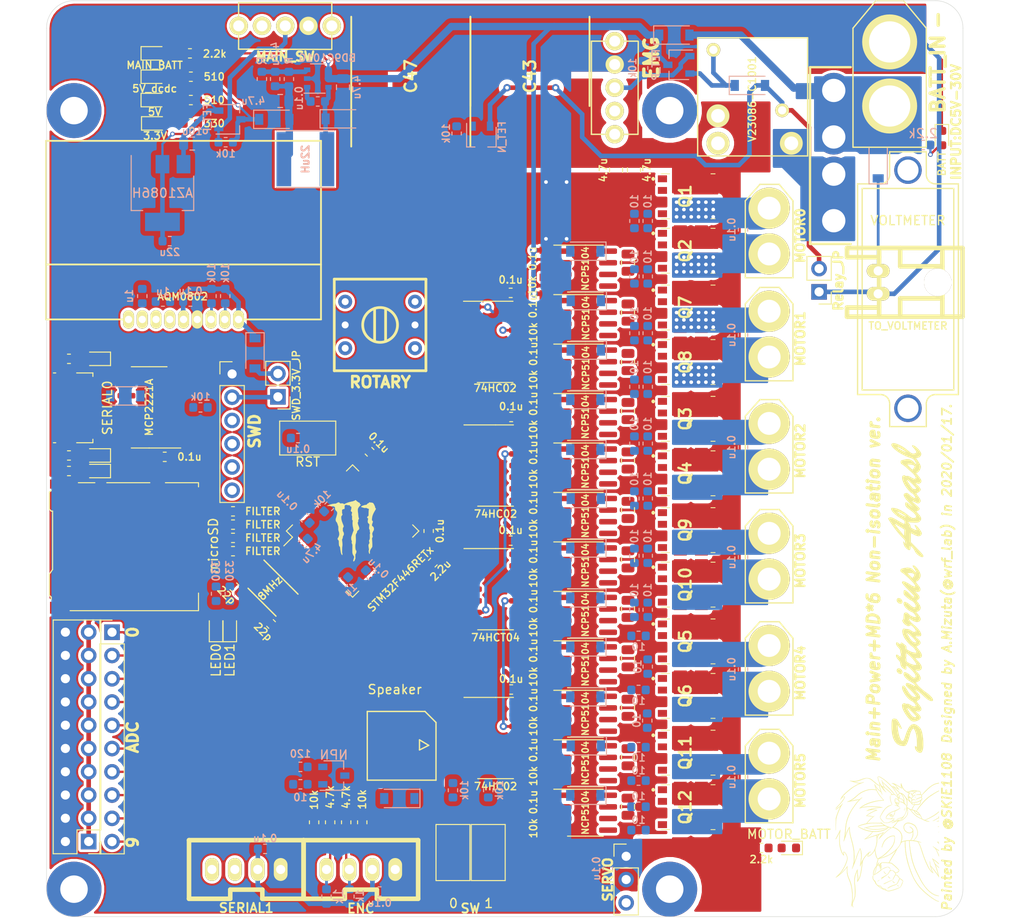
<source format=kicad_pcb>
(kicad_pcb (version 20171130) (host pcbnew "(5.1.4)-1")
  (layers (0 F.Cu signal) (31 B.Cu signal) (34 B.Paste user) (35 F.Paste user) (36 B.SilkS user) (37 F.SilkS user) (38 B.Mask user) (39 F.Mask user) (44 Edge.Cuts user))
  (net 0 "")
  (net 1 GND)
  (net 2 /OSC_IN)
  (net 3 /~RST)
  (net 4 +3V3)
  (net 5 /OSC_OUT)
  (net 6 /FB)
  (net 7 "Net-(C5-Pad1)")
  (net 8 "Net-(C6-Pad1)")
  (net 9 "Net-(C6-Pad2)")
  (net 10 "Net-(C7-Pad1)")
  (net 11 /Batt)
  (net 12 5Vc)
  (net 13 +5V)
  (net 14 "Net-(C25-Pad2)")
  (net 15 "Net-(C25-Pad1)")
  (net 16 "Net-(C26-Pad1)")
  (net 17 "Net-(C26-Pad2)")
  (net 18 "Net-(C27-Pad2)")
  (net 19 "Net-(C27-Pad1)")
  (net 20 "Net-(C28-Pad2)")
  (net 21 "Net-(C28-Pad1)")
  (net 22 "Net-(C29-Pad1)")
  (net 23 "Net-(C29-Pad2)")
  (net 24 "Net-(C30-Pad1)")
  (net 25 "Net-(C30-Pad2)")
  (net 26 "Net-(C37-Pad2)")
  (net 27 "Net-(C37-Pad1)")
  (net 28 "Net-(C38-Pad1)")
  (net 29 "Net-(C38-Pad2)")
  (net 30 "Net-(C39-Pad2)")
  (net 31 "Net-(C39-Pad1)")
  (net 32 "Net-(C40-Pad1)")
  (net 33 "Net-(C40-Pad2)")
  (net 34 "Net-(C41-Pad1)")
  (net 35 "Net-(C41-Pad2)")
  (net 36 "Net-(C42-Pad2)")
  (net 37 "Net-(C42-Pad1)")
  (net 38 /Motor0_L)
  (net 39 /Motor0_R)
  (net 40 /Motor2_L)
  (net 41 /Motor2_R)
  (net 42 /Motor4_L)
  (net 43 /Motor4_R)
  (net 44 +BATT)
  (net 45 /Motor1_R)
  (net 46 /Motor1_L)
  (net 47 /Motor3_R)
  (net 48 /Motor3_L)
  (net 49 /Motor5_R)
  (net 50 /Motor5_L)
  (net 51 "Net-(D1-Pad2)")
  (net 52 "Net-(D2-Pad1)")
  (net 53 "Net-(D2-Pad2)")
  (net 54 "Net-(D3-Pad2)")
  (net 55 "Net-(D3-Pad1)")
  (net 56 "Net-(D4-Pad2)")
  (net 57 "Net-(D4-Pad1)")
  (net 58 "Net-(D5-Pad2)")
  (net 59 "Net-(D6-Pad2)")
  (net 60 "Net-(D8-Pad2)")
  (net 61 "Net-(D22-Pad2)")
  (net 62 "Net-(D23-Pad2)")
  (net 63 "Net-(D24-Pad2)")
  (net 64 "Net-(D25-Pad2)")
  (net 65 "Net-(D26-Pad2)")
  (net 66 "Net-(D27-Pad2)")
  (net 67 "Net-(D27-Pad1)")
  (net 68 "Net-(D28-Pad2)")
  (net 69 "Net-(J1-Pad2)")
  (net 70 /SWCLK)
  (net 71 /SWDIO)
  (net 72 "Net-(J1-Pad6)")
  (net 73 /ADC0)
  (net 74 /ADC1)
  (net 75 /ADC2)
  (net 76 /ADC3)
  (net 77 /ADC4)
  (net 78 /ADC5)
  (net 79 /ADC6)
  (net 80 /ADC7)
  (net 81 /ADC8)
  (net 82 /ADC9)
  (net 83 /D-)
  (net 84 /D+)
  (net 85 "Net-(J4-Pad4)")
  (net 86 "Net-(J4-Pad6)")
  (net 87 "Net-(J5-Pad4)")
  (net 88 "Net-(J5-Pad3)")
  (net 89 /USART2_TX)
  (net 90 /USART2_RX)
  (net 91 "Net-(Q1-Pad2)")
  (net 92 "Net-(Q1-Pad4)")
  (net 93 /MOTOR_BATT)
  (net 94 "Net-(Q2-Pad2)")
  (net 95 "Net-(Q2-Pad4)")
  (net 96 "Net-(Q3-Pad2)")
  (net 97 "Net-(Q3-Pad4)")
  (net 98 "Net-(Q4-Pad4)")
  (net 99 "Net-(Q4-Pad2)")
  (net 100 "Net-(Q5-Pad4)")
  (net 101 "Net-(Q5-Pad2)")
  (net 102 "Net-(Q6-Pad2)")
  (net 103 "Net-(Q6-Pad4)")
  (net 104 "Net-(Q7-Pad4)")
  (net 105 "Net-(Q7-Pad2)")
  (net 106 "Net-(Q8-Pad4)")
  (net 107 "Net-(Q8-Pad2)")
  (net 108 "Net-(Q9-Pad2)")
  (net 109 "Net-(Q9-Pad4)")
  (net 110 "Net-(Q10-Pad4)")
  (net 111 "Net-(Q10-Pad2)")
  (net 112 "Net-(Q11-Pad2)")
  (net 113 "Net-(Q11-Pad4)")
  (net 114 "Net-(Q12-Pad4)")
  (net 115 "Net-(Q12-Pad2)")
  (net 116 "Net-(Q13-Pad1)")
  (net 117 /EMG_IO)
  (net 118 "Net-(Q15-Pad1)")
  (net 119 "Net-(Q16-Pad1)")
  (net 120 "Net-(Q16-Pad2)")
  (net 121 /SW0)
  (net 122 /SW1)
  (net 123 "Net-(R8-Pad1)")
  (net 124 "Net-(R9-Pad1)")
  (net 125 /LED0)
  (net 126 /LED1)
  (net 127 /ENC_CH1)
  (net 128 /ENC_CH2)
  (net 129 "Net-(R16-Pad1)")
  (net 130 "Net-(R17-Pad1)")
  (net 131 "Net-(R18-Pad1)")
  (net 132 "Net-(R19-Pad1)")
  (net 133 "Net-(R20-Pad1)")
  (net 134 "Net-(R21-Pad1)")
  (net 135 "Net-(R22-Pad2)")
  (net 136 "Net-(R23-Pad2)")
  (net 137 "Net-(R24-Pad2)")
  (net 138 "Net-(R25-Pad2)")
  (net 139 "Net-(R26-Pad2)")
  (net 140 "Net-(R27-Pad2)")
  (net 141 "Net-(R28-Pad2)")
  (net 142 "Net-(R29-Pad2)")
  (net 143 "Net-(R30-Pad2)")
  (net 144 "Net-(R31-Pad2)")
  (net 145 "Net-(R32-Pad2)")
  (net 146 "Net-(R33-Pad2)")
  (net 147 "Net-(R34-Pad1)")
  (net 148 "Net-(R35-Pad1)")
  (net 149 "Net-(R36-Pad1)")
  (net 150 "Net-(R37-Pad1)")
  (net 151 "Net-(R38-Pad1)")
  (net 152 "Net-(R39-Pad1)")
  (net 153 "Net-(R40-Pad2)")
  (net 154 "Net-(R41-Pad2)")
  (net 155 "Net-(R42-Pad2)")
  (net 156 "Net-(R43-Pad2)")
  (net 157 "Net-(R44-Pad2)")
  (net 158 "Net-(R45-Pad2)")
  (net 159 "Net-(R46-Pad2)")
  (net 160 "Net-(R47-Pad2)")
  (net 161 "Net-(R48-Pad2)")
  (net 162 "Net-(R49-Pad2)")
  (net 163 "Net-(R50-Pad2)")
  (net 164 "Net-(R51-Pad2)")
  (net 165 "Net-(J15-Pad2)")
  (net 166 /SPI2_NSS)
  (net 167 "Net-(J15-Pad3)")
  (net 168 /SPI2_MOSI)
  (net 169 /SPI2_SCK)
  (net 170 "Net-(J15-Pad5)")
  (net 171 "Net-(J15-Pad7)")
  (net 172 /SPI2_MISO)
  (net 173 /Buzzer_PWM)
  (net 174 "Net-(SW4-Pad1)")
  (net 175 "Net-(SW5-Pad1)")
  (net 176 /USART3_TX)
  (net 177 /USART3_RX)
  (net 178 "Net-(U2-Pad8)")
  (net 179 "Net-(U2-Pad9)")
  (net 180 "Net-(U2-Pad10)")
  (net 181 /I2C2_SCL)
  (net 182 /Motor0_L_PWM)
  (net 183 /Motor0_R_PWM)
  (net 184 /Motor1_L_PWM)
  (net 185 /Motor1_R_PWM)
  (net 186 /Motor2_L_PWM)
  (net 187 /Motor2_R_PWM)
  (net 188 /Motor3_L_PWM)
  (net 189 /Motor3_R_PWM)
  (net 190 "Net-(U3-Pad45)")
  (net 191 /I2C2_SDA)
  (net 192 /ADRESS0)
  (net 193 /ADRESS1)
  (net 194 /ADRESS2)
  (net 195 /ADRESS3)
  (net 196 /Motor5_L_PWM)
  (net 197 /Motor5_R_PWM)
  (net 198 /Motor4_L_PWM)
  (net 199 /Motor4_R_PWM)
  (net 200 "Net-(U18-Pad3)")
  (net 201 "Net-(C55-Pad1)")
  (net 202 "Net-(C56-Pad2)")
  (net 203 "Net-(C56-Pad1)")
  (net 204 "Net-(U22-Pad1)")
  (net 205 "Net-(J15-Pad9)")
  (net 206 "Net-(J15-Pad8)")
  (net 207 "Net-(J15-Pad1)")
  (net 208 "Net-(J15-Pad11)")
  (net 209 "Net-(J15-Pad10)")
  (net 210 "Net-(J14-Pad3)")
  (net 211 /SERVO_PWM)
  (net 212 "Net-(J17-Pad1)")
  (net 213 "Net-(J17-Pad2)")
  (net 214 "Net-(D29-Pad1)")
  (net 215 /Motor0_CW)
  (net 216 /Motor1_CW)
  (net 217 /Motor2_CW)
  (net 218 /Motor3_CW)
  (net 219 /Motor0_PWM)
  (net 220 /Motor1_PWM)
  (net 221 /Motor2_PWM)
  (net 222 /Motor3_PWM)
  (net 223 /Motor4_PWM)
  (net 224 /Motor5_PWM)
  (net 225 /Motor4_CW)
  (net 226 /Motor5_CW)
  (net 227 "Net-(U23-Pad12)")
  (net 228 "Net-(U23-Pad10)")
  (net 229 "Net-(U23-Pad8)")
  (net 230 "Net-(U23-Pad6)")
  (net 231 "Net-(U23-Pad4)")
  (net 232 "Net-(U23-Pad2)")
  (net 233 "Net-(D31-Pad2)")
  (module Resistor_SMD:R_0603_1608Metric (layer F.Cu) (at 112.65 34.25)
    (fp_text reference R54 hide)
    (fp_text value 2.2k (at 2.7 0.05) (layer F.SilkS) (effects (font (size 0.8 0.8))))
    (pad 1 smd roundrect (at -0.7875 0) (size 0.875 0.95) (layers F.Cu F.Paste F.Mask) (net 62 "Net-(D23-Pad2)"))
    (pad 2 smd roundrect (at 0.7875 0) (size 0.875 0.95) (layers F.Cu F.Paste F.Mask) (net 11 /Batt))
  )
  (module Mizz_lib:XT30_F (layer F.Cu) (at 173.25 118.25 90)
    (fp_text reference J12 hide)
    (fp_text value MOTOR5 (at 4.6 6 90) (layer F.SilkS) (effects (font (thickness 0.25))))
    (pad 1 thru_hole circle (at 7.6 2.6 90) (size 4.5 4.5) (drill 2.5) (layers *.Cu *.Mask F.SilkS) (net 50 /Motor5_L))
    (pad 2 thru_hole circle (at 2.6 2.6 90) (size 4.5 4.5) (drill 2.5) (layers *.Cu *.Mask F.SilkS) (net 49 /Motor5_R))
  )
  (module Mizz_lib:XT60_M (layer F.Cu) (at 189 36.5 270)
    (fp_text reference J13 hide)
    (fp_text value BATT_IN (at 0 -5.25 90) (layer F.SilkS) (effects (font (size 1.5 1.5) (thickness 0.375))))
    (pad 1 thru_hole circle (at -3.5 0 270) (size 6 6) (drill 4.5) (layers *.Cu *.Mask F.SilkS) (net 1 GND))
    (pad 2 thru_hole circle (at 3.5 0 270) (size 6 6) (drill 4.5) (layers *.Cu *.Mask F.SilkS) (net 44 +BATT))
  )
  (module Capacitor_SMD:C_0603_1608Metric (layer F.Cu) (at 117.5 92.55 135)
    (fp_text reference C1 hide)
    (fp_text value 22p (at 0 -1.202082 135) (layer F.SilkS) (effects (font (size 0.8 0.8))))
    (pad 2 smd roundrect (at 0.7875 0 135) (size 0.875 0.95) (layers F.Cu F.Paste F.Mask) (net 1 GND))
    (pad 1 smd roundrect (at -0.7875 0 135) (size 0.875 0.95) (layers F.Cu F.Paste F.Mask) (net 2 /OSC_IN))
  )
  (module Capacitor_SMD:C_0603_1608Metric (layer B.Cu) (at 124.45 76.25 180)
    (fp_text reference C2 hide)
    (fp_text value 0.1u (at 0 -1.2) (layer B.SilkS) (effects (font (size 0.8 0.8)) (justify mirror)))
    (pad 1 smd roundrect (at -0.7875 0 180) (size 0.875 0.95) (layers B.Cu B.Paste B.Mask) (net 1 GND))
    (pad 2 smd roundrect (at 0.7875 0 180) (size 0.875 0.95) (layers B.Cu B.Paste B.Mask) (net 3 /~RST))
  )
  (module Capacitor_SMD:C_0603_1608Metric (layer F.Cu) (at 109.9 78.3 180)
    (fp_text reference C3 hide)
    (fp_text value 0.1u (at -2.7 0) (layer F.SilkS) (effects (font (size 0.8 0.8))))
    (pad 1 smd roundrect (at -0.7875 0 180) (size 0.875 0.95) (layers F.Cu F.Paste F.Mask) (net 4 +3V3))
    (pad 2 smd roundrect (at 0.7875 0 180) (size 0.875 0.95) (layers F.Cu F.Paste F.Mask) (net 1 GND))
  )
  (module Capacitor_SMD:C_0603_1608Metric (layer F.Cu) (at 121.5 96.55 315)
    (fp_text reference C4 hide)
    (fp_text value 22p (at 0 1.202082 135) (layer F.SilkS) (effects (font (size 0.8 0.8))))
    (pad 1 smd roundrect (at -0.7875 0 315) (size 0.875 0.95) (layers F.Cu F.Paste F.Mask) (net 5 /OSC_OUT))
    (pad 2 smd roundrect (at 0.7875 0 315) (size 0.875 0.95) (layers F.Cu F.Paste F.Mask) (net 1 GND))
  )
  (module Capacitor_SMD:C_0603_1608Metric (layer B.Cu) (at 121.95 37.05 270)
    (fp_text reference C5 hide)
    (fp_text value 4.7u (at -2.75 0 90) (layer B.SilkS) (effects (font (size 0.8 0.8)) (justify mirror)))
    (pad 2 smd roundrect (at 0.7875 0 270) (size 0.875 0.95) (layers B.Cu B.Paste B.Mask) (net 6 /FB))
    (pad 1 smd roundrect (at -0.7875 0 270) (size 0.875 0.95) (layers B.Cu B.Paste B.Mask) (net 7 "Net-(C5-Pad1)"))
  )
  (module Capacitor_SMD:C_0603_1608Metric (layer B.Cu) (at 126.6 39.5 180)
    (fp_text reference C6 hide)
    (fp_text value 0.1u (at 2.05 0.35 90) (layer B.SilkS) (effects (font (size 0.8 0.8)) (justify mirror)))
    (pad 1 smd roundrect (at -0.7875 0 180) (size 0.875 0.95) (layers B.Cu B.Paste B.Mask) (net 8 "Net-(C6-Pad1)"))
    (pad 2 smd roundrect (at 0.7875 0 180) (size 0.875 0.95) (layers B.Cu B.Paste B.Mask) (net 9 "Net-(C6-Pad2)"))
  )
  (module Capacitor_SMD:C_0603_1608Metric (layer F.Cu) (at 139.15 89.85 45)
    (fp_text reference C7 hide)
    (fp_text value 2.2u (at 0 1.202082 45) (layer F.SilkS) (effects (font (size 0.8 0.8))))
    (pad 1 smd roundrect (at -0.7875 0 45) (size 0.875 0.95) (layers F.Cu F.Paste F.Mask) (net 10 "Net-(C7-Pad1)"))
    (pad 2 smd roundrect (at 0.7875 0 45) (size 0.875 0.95) (layers F.Cu F.Paste F.Mask) (net 1 GND))
  )
  (module Capacitor_SMD:C_0805_2012Metric (layer B.Cu) (at 129.35 37.95 270)
    (fp_text reference C8 hide)
    (fp_text value 4.7u (at 0 -1.5 90) (layer B.SilkS) (effects (font (size 0.8 0.8)) (justify mirror)))
    (pad 1 smd roundrect (at -0.9375 0 270) (size 0.975 1.4) (layers B.Cu B.Paste B.Mask) (net 11 /Batt))
    (pad 2 smd roundrect (at 0.9375 0 270) (size 0.975 1.4) (layers B.Cu B.Paste B.Mask) (net 1 GND))
  )
  (module Capacitor_SMD:C_0603_1608Metric (layer B.Cu) (at 124.95 87.8 225)
    (fp_text reference C9 hide)
    (fp_text value 4.7u (at 0 -1.43 45) (layer B.SilkS) (effects (font (size 0.8 0.8)) (justify mirror)))
    (pad 1 smd roundrect (at -0.7875 0 225) (size 0.875 0.95) (layers B.Cu B.Paste B.Mask) (net 4 +3V3))
    (pad 2 smd roundrect (at 0.7875 0 225) (size 0.875 0.95) (layers B.Cu B.Paste B.Mask) (net 1 GND))
  )
  (module Capacitor_SMD:C_0603_1608Metric (layer B.Cu) (at 132.4 91.25 315)
    (fp_text reference C10 hide)
    (fp_text value 0.1u (at 0 -1.131371 315) (layer B.SilkS) (effects (font (size 0.8 0.8)) (justify mirror)))
    (pad 1 smd roundrect (at -0.7875 0 315) (size 0.875 0.95) (layers B.Cu B.Paste B.Mask) (net 4 +3V3))
    (pad 2 smd roundrect (at 0.7875 0 315) (size 0.875 0.95) (layers B.Cu B.Paste B.Mask) (net 1 GND))
  )
  (module Capacitor_SMD:C_0805_2012Metric (layer B.Cu) (at 122.5 39.45 180)
    (fp_text reference C11 hide)
    (fp_text value 4.7u (at 2.95 0) (layer B.SilkS) (effects (font (size 0.8 0.8)) (justify mirror)))
    (pad 2 smd roundrect (at 0.9375 0 180) (size 0.975 1.4) (layers B.Cu B.Paste B.Mask) (net 1 GND))
    (pad 1 smd roundrect (at -0.9375 0 180) (size 0.975 1.4) (layers B.Cu B.Paste B.Mask) (net 6 /FB))
  )
  (module Capacitor_SMD:C_0603_1608Metric (layer F.Cu) (at 138.7 86.4 90)
    (fp_text reference C12 hide)
    (fp_text value 0.1u (at 0 1.224999 90) (layer F.SilkS) (effects (font (size 0.8 0.8))))
    (pad 2 smd roundrect (at 0.7875 0 90) (size 0.875 0.95) (layers F.Cu F.Paste F.Mask) (net 1 GND))
    (pad 1 smd roundrect (at -0.7875 0 90) (size 0.875 0.95) (layers F.Cu F.Paste F.Mask) (net 4 +3V3))
  )
  (module Capacitor_SMD:C_0805_2012Metric (layer B.Cu) (at 112.9 44.1)
    (fp_text reference C13 hide)
    (fp_text value 10u (at 0 -1.35) (layer B.SilkS) (effects (font (size 0.8 0.8)) (justify mirror)))
    (pad 1 smd roundrect (at -0.9375 0) (size 0.975 1.4) (layers B.Cu B.Paste B.Mask) (net 13 +5V))
    (pad 2 smd roundrect (at 0.9375 0) (size 0.975 1.4) (layers B.Cu B.Paste B.Mask) (net 1 GND))
  )
  (module Capacitor_SMD:C_0603_1608Metric (layer F.Cu) (at 132.25 77.75 135)
    (fp_text reference C14 hide)
    (fp_text value 0.1u (at 0 1.43 135) (layer F.SilkS) (effects (font (size 0.8 0.8))))
    (pad 2 smd roundrect (at 0.7875 0 135) (size 0.875 0.95) (layers F.Cu F.Paste F.Mask) (net 1 GND))
    (pad 1 smd roundrect (at -0.7875 0 135) (size 0.875 0.95) (layers F.Cu F.Paste F.Mask) (net 4 +3V3))
  )
  (module Capacitor_SMD:C_0603_1608Metric (layer B.Cu) (at 133.35 125.75 180)
    (fp_text reference C15 hide)
    (fp_text value 0.1u (at 0 -1.25) (layer B.SilkS) (effects (font (size 0.8 0.8)) (justify mirror)))
    (pad 1 smd roundrect (at -0.7875 0 180) (size 0.875 0.95) (layers B.Cu B.Paste B.Mask) (net 1 GND))
    (pad 2 smd roundrect (at 0.7875 0 180) (size 0.875 0.95) (layers B.Cu B.Paste B.Mask) (net 13 +5V))
  )
  (module Capacitor_SMD:C_0603_1608Metric (layer B.Cu) (at 125.15 84.95 135)
    (fp_text reference C16 hide)
    (fp_text value 0.1u (at 2.687006 0 315) (layer B.SilkS) (effects (font (size 0.8 0.8)) (justify mirror)))
    (pad 2 smd roundrect (at 0.7875 0 135) (size 0.875 0.95) (layers B.Cu B.Paste B.Mask) (net 1 GND))
    (pad 1 smd roundrect (at -0.7875 0 135) (size 0.875 0.95) (layers B.Cu B.Paste B.Mask) (net 4 +3V3))
  )
  (module Capacitor_SMD:C_0603_1608Metric (layer B.Cu) (at 129.35 92 225)
    (fp_text reference C17 hide)
    (fp_text value 1u (at 0 -1.131371 45) (layer B.SilkS) (effects (font (size 0.8 0.8)) (justify mirror)))
    (pad 1 smd roundrect (at -0.7875 0 225) (size 0.875 0.95) (layers B.Cu B.Paste B.Mask) (net 4 +3V3))
    (pad 2 smd roundrect (at 0.7875 0 225) (size 0.875 0.95) (layers B.Cu B.Paste B.Mask) (net 1 GND))
  )
  (module Capacitor_SMD:C_0603_1608Metric (layer B.Cu) (at 110.45 54.75)
    (fp_text reference C18 hide)
    (fp_text value 22u (at 0 1.2) (layer B.SilkS) (effects (font (size 0.8 0.8)) (justify mirror)))
    (pad 1 smd roundrect (at -0.7875 0) (size 0.875 0.95) (layers B.Cu B.Paste B.Mask) (net 4 +3V3))
    (pad 2 smd roundrect (at 0.7875 0) (size 0.875 0.95) (layers B.Cu B.Paste B.Mask) (net 1 GND))
  )
  (module Capacitor_SMD:C_0805_2012Metric (layer F.Cu) (at 160.45 57.1 270)
    (fp_text reference C25 hide)
    (fp_text value 4.7u)
    (pad 2 smd roundrect (at 0.9375 0 270) (size 0.975 1.4) (layers F.Cu F.Paste F.Mask) (net 14 "Net-(C25-Pad2)"))
    (pad 1 smd roundrect (at -0.9375 0 270) (size 0.975 1.4) (layers F.Cu F.Paste F.Mask) (net 15 "Net-(C25-Pad1)"))
  )
  (module Capacitor_SMD:C_0805_2012Metric (layer F.Cu) (at 160.45 62.55 270)
    (fp_text reference C26 hide)
    (fp_text value 4.7u)
    (pad 1 smd roundrect (at -0.9375 0 270) (size 0.975 1.4) (layers F.Cu F.Paste F.Mask) (net 16 "Net-(C26-Pad1)"))
    (pad 2 smd roundrect (at 0.9375 0 270) (size 0.975 1.4) (layers F.Cu F.Paste F.Mask) (net 17 "Net-(C26-Pad2)"))
  )
  (module Capacitor_SMD:C_0805_2012Metric (layer F.Cu) (at 160.45 78.7 270)
    (fp_text reference C27 hide)
    (fp_text value 4.7u)
    (pad 2 smd roundrect (at 0.9375 0 270) (size 0.975 1.4) (layers F.Cu F.Paste F.Mask) (net 18 "Net-(C27-Pad2)"))
    (pad 1 smd roundrect (at -0.9375 0 270) (size 0.975 1.4) (layers F.Cu F.Paste F.Mask) (net 19 "Net-(C27-Pad1)"))
  )
  (module Capacitor_SMD:C_0805_2012Metric (layer F.Cu) (at 160.45 84.1 270)
    (fp_text reference C28 hide)
    (fp_text value 4.7u)
    (pad 2 smd roundrect (at 0.9375 0 270) (size 0.975 1.4) (layers F.Cu F.Paste F.Mask) (net 20 "Net-(C28-Pad2)"))
    (pad 1 smd roundrect (at -0.9375 0 270) (size 0.975 1.4) (layers F.Cu F.Paste F.Mask) (net 21 "Net-(C28-Pad1)"))
  )
  (module Capacitor_SMD:C_0805_2012Metric (layer F.Cu) (at 160.45 100.3 270)
    (fp_text reference C29 hide)
    (fp_text value 4.7u)
    (pad 1 smd roundrect (at -0.9375 0 270) (size 0.975 1.4) (layers F.Cu F.Paste F.Mask) (net 22 "Net-(C29-Pad1)"))
    (pad 2 smd roundrect (at 0.9375 0 270) (size 0.975 1.4) (layers F.Cu F.Paste F.Mask) (net 23 "Net-(C29-Pad2)"))
  )
  (module Capacitor_SMD:C_0805_2012Metric (layer F.Cu) (at 160.45 105.7 270)
    (fp_text reference C30 hide)
    (fp_text value 4.7u)
    (pad 1 smd roundrect (at -0.9375 0 270) (size 0.975 1.4) (layers F.Cu F.Paste F.Mask) (net 24 "Net-(C30-Pad1)"))
    (pad 2 smd roundrect (at 0.9375 0 270) (size 0.975 1.4) (layers F.Cu F.Paste F.Mask) (net 25 "Net-(C30-Pad2)"))
  )
  (module Capacitor_SMD:C_0805_2012Metric (layer F.Cu) (at 160.45 67.95 270)
    (fp_text reference C37 hide)
    (fp_text value 4.7u)
    (pad 2 smd roundrect (at 0.9375 0 270) (size 0.975 1.4) (layers F.Cu F.Paste F.Mask) (net 26 "Net-(C37-Pad2)"))
    (pad 1 smd roundrect (at -0.9375 0 270) (size 0.975 1.4) (layers F.Cu F.Paste F.Mask) (net 27 "Net-(C37-Pad1)"))
  )
  (module Capacitor_SMD:C_0805_2012Metric (layer F.Cu) (at 160.45 73.3 270)
    (fp_text reference C38 hide)
    (fp_text value 4.7u)
    (pad 1 smd roundrect (at -0.9375 0 270) (size 0.975 1.4) (layers F.Cu F.Paste F.Mask) (net 28 "Net-(C38-Pad1)"))
    (pad 2 smd roundrect (at 0.9375 0 270) (size 0.975 1.4) (layers F.Cu F.Paste F.Mask) (net 29 "Net-(C38-Pad2)"))
  )
  (module Capacitor_SMD:C_0805_2012Metric (layer F.Cu) (at 160.45 89.5 270)
    (fp_text reference C39 hide)
    (fp_text value 4.7u)
    (pad 2 smd roundrect (at 0.9375 0 270) (size 0.975 1.4) (layers F.Cu F.Paste F.Mask) (net 30 "Net-(C39-Pad2)"))
    (pad 1 smd roundrect (at -0.9375 0 270) (size 0.975 1.4) (layers F.Cu F.Paste F.Mask) (net 31 "Net-(C39-Pad1)"))
  )
  (module Capacitor_SMD:C_0805_2012Metric (layer F.Cu) (at 160.45 94.9 270)
    (fp_text reference C40 hide)
    (fp_text value 4.7u)
    (pad 1 smd roundrect (at -0.9375 0 270) (size 0.975 1.4) (layers F.Cu F.Paste F.Mask) (net 32 "Net-(C40-Pad1)"))
    (pad 2 smd roundrect (at 0.9375 0 270) (size 0.975 1.4) (layers F.Cu F.Paste F.Mask) (net 33 "Net-(C40-Pad2)"))
  )
  (module Capacitor_SMD:C_0805_2012Metric (layer F.Cu) (at 160.45 111.1 270)
    (fp_text reference C41 hide)
    (fp_text value 4.7u)
    (pad 1 smd roundrect (at -0.9375 0 270) (size 0.975 1.4) (layers F.Cu F.Paste F.Mask) (net 34 "Net-(C41-Pad1)"))
    (pad 2 smd roundrect (at 0.9375 0 270) (size 0.975 1.4) (layers F.Cu F.Paste F.Mask) (net 35 "Net-(C41-Pad2)"))
  )
  (module Capacitor_SMD:C_0805_2012Metric (layer F.Cu) (at 160.45 116.5 270)
    (fp_text reference C42 hide)
    (fp_text value 4.7u)
    (pad 2 smd roundrect (at 0.9375 0 270) (size 0.975 1.4) (layers F.Cu F.Paste F.Mask) (net 36 "Net-(C42-Pad2)"))
    (pad 1 smd roundrect (at -0.9375 0 270) (size 0.975 1.4) (layers F.Cu F.Paste F.Mask) (net 37 "Net-(C42-Pad1)"))
  )
  (module Capacitor_SMD:C_0603_1608Metric (layer B.Cu) (at 173 53.5 270)
    (fp_text reference C44 hide)
    (fp_text value 0.1u (at 0 1.25 90) (layer B.SilkS) (effects (font (size 0.8 0.8)) (justify mirror)))
    (pad 1 smd roundrect (at -0.7875 0 270) (size 0.875 0.95) (layers B.Cu B.Paste B.Mask) (net 38 /Motor0_L))
    (pad 2 smd roundrect (at 0.7875 0 270) (size 0.875 0.95) (layers B.Cu B.Paste B.Mask) (net 39 /Motor0_R))
  )
  (module Capacitor_SMD:C_0603_1608Metric (layer B.Cu) (at 173 77.25 270)
    (fp_text reference C45 hide)
    (fp_text value 0.1u (at 0 1.25 90) (layer B.SilkS) (effects (font (size 0.8 0.8)) (justify mirror)))
    (pad 1 smd roundrect (at -0.7875 0 270) (size 0.875 0.95) (layers B.Cu B.Paste B.Mask) (net 40 /Motor2_L))
    (pad 2 smd roundrect (at 0.7875 0 270) (size 0.875 0.95) (layers B.Cu B.Paste B.Mask) (net 41 /Motor2_R))
  )
  (module Capacitor_SMD:C_0603_1608Metric (layer B.Cu) (at 173 101.5 270)
    (fp_text reference C46 hide)
    (fp_text value 0.1u (at 0 1.25 90) (layer B.SilkS) (effects (font (size 0.8 0.8)) (justify mirror)))
    (pad 1 smd roundrect (at -0.7875 0 270) (size 0.875 0.95) (layers B.Cu B.Paste B.Mask) (net 42 /Motor4_L))
    (pad 2 smd roundrect (at 0.7875 0 270) (size 0.875 0.95) (layers B.Cu B.Paste B.Mask) (net 43 /Motor4_R))
  )
  (module Capacitor_SMD:C_0805_2012Metric (layer F.Cu) (at 161.1 47 270)
    (fp_text reference C48 hide)
    (fp_text value 4.7u (at 0 -1.4 90) (layer F.SilkS) (effects (font (size 0.8 0.8))))
    (pad 1 smd roundrect (at -0.9375 0 270) (size 0.975 1.4) (layers F.Cu F.Paste F.Mask) (net 93 /MOTOR_BATT))
    (pad 2 smd roundrect (at 0.9375 0 270) (size 0.975 1.4) (layers F.Cu F.Paste F.Mask) (net 1 GND))
  )
  (module Capacitor_SMD:C_0805_2012Metric (layer F.Cu) (at 159.15 47 270)
    (fp_text reference C49 hide)
    (fp_text value 4.7u (at 0 1.4 90) (layer F.SilkS) (effects (font (size 0.8 0.8))))
    (pad 2 smd roundrect (at 0.9375 0 270) (size 0.975 1.4) (layers F.Cu F.Paste F.Mask) (net 1 GND))
    (pad 1 smd roundrect (at -0.9375 0 270) (size 0.975 1.4) (layers F.Cu F.Paste F.Mask) (net 93 /MOTOR_BATT))
  )
  (module Capacitor_SMD:C_0603_1608Metric (layer B.Cu) (at 173 65 270)
    (fp_text reference C50 hide)
    (fp_text value 0.1u (at 0 1.25 90) (layer B.SilkS) (effects (font (size 0.8 0.8)) (justify mirror)))
    (pad 2 smd roundrect (at 0.7875 0 270) (size 0.875 0.95) (layers B.Cu B.Paste B.Mask) (net 45 /Motor1_R))
    (pad 1 smd roundrect (at -0.7875 0 270) (size 0.875 0.95) (layers B.Cu B.Paste B.Mask) (net 46 /Motor1_L))
  )
  (module Capacitor_SMD:C_0603_1608Metric (layer B.Cu) (at 173 89.25 270)
    (fp_text reference C51 hide)
    (fp_text value 0.1u (at 0 1.25 270) (layer B.SilkS) (effects (font (size 0.8 0.8)) (justify mirror)))
    (pad 2 smd roundrect (at 0.7875 0 270) (size 0.875 0.95) (layers B.Cu B.Paste B.Mask) (net 47 /Motor3_R))
    (pad 1 smd roundrect (at -0.7875 0 270) (size 0.875 0.95) (layers B.Cu B.Paste B.Mask) (net 48 /Motor3_L))
  )
  (module Capacitor_SMD:C_0603_1608Metric (layer B.Cu) (at 173 113.25 270)
    (fp_text reference C52 hide)
    (fp_text value 0.1u (at 0 1.25 90) (layer B.SilkS) (effects (font (size 0.8 0.8)) (justify mirror)))
    (pad 2 smd roundrect (at 0.7875 0 270) (size 0.875 0.95) (layers B.Cu B.Paste B.Mask) (net 49 /Motor5_R))
    (pad 1 smd roundrect (at -0.7875 0 270) (size 0.875 0.95) (layers B.Cu B.Paste B.Mask) (net 50 /Motor5_L))
  )
  (module Capacitor_SMD:C_0603_1608Metric (layer B.Cu) (at 120.85 121.1 180)
    (fp_text reference C53 hide)
    (fp_text value 0.1u (at 0 1.15) (layer B.SilkS) (effects (font (size 0.8 0.8)) (justify mirror)))
    (pad 2 smd roundrect (at 0.7875 0 180) (size 0.875 0.95) (layers B.Cu B.Paste B.Mask) (net 13 +5V))
    (pad 1 smd roundrect (at -0.7875 0 180) (size 0.875 0.95) (layers B.Cu B.Paste B.Mask) (net 1 GND))
  )
  (module Diode_SMD:D_SOD-123 (layer B.Cu) (at 119.75 67 270)
    (fp_text reference D1 hide)
    (fp_text value DIODE)
    (pad 2 smd rect (at 1.65 0 270) (size 0.9 1.2) (layers B.Cu B.Paste B.Mask) (net 51 "Net-(D1-Pad2)"))
    (pad 1 smd rect (at -1.65 0 270) (size 0.9 1.2) (layers B.Cu B.Paste B.Mask) (net 4 +3V3))
  )
  (module LED_SMD:LED_0603_1608Metric (layer F.Cu) (at 102.5 79.85 180)
    (fp_text reference D2 hide)
    (fp_text value LED)
    (pad 1 smd roundrect (at -0.7875 0 180) (size 0.875 0.95) (layers F.Cu F.Paste F.Mask) (net 52 "Net-(D2-Pad1)"))
    (pad 2 smd roundrect (at 0.7875 0 180) (size 0.875 0.95) (layers F.Cu F.Paste F.Mask) (net 53 "Net-(D2-Pad2)"))
  )
  (module LED_SMD:LED_0603_1608Metric (layer F.Cu) (at 102.5 78.15 180)
    (fp_text reference D3 hide)
    (fp_text value LED)
    (pad 2 smd roundrect (at 0.7875 0 180) (size 0.875 0.95) (layers F.Cu F.Paste F.Mask) (net 54 "Net-(D3-Pad2)"))
    (pad 1 smd roundrect (at -0.7875 0 180) (size 0.875 0.95) (layers F.Cu F.Paste F.Mask) (net 55 "Net-(D3-Pad1)"))
  )
  (module LED_SMD:LED_0603_1608Metric (layer F.Cu) (at 102.5 67.6 180)
    (fp_text reference D4 hide)
    (fp_text value LED)
    (pad 2 smd roundrect (at 0.7875 0 180) (size 0.875 0.95) (layers F.Cu F.Paste F.Mask) (net 56 "Net-(D4-Pad2)"))
    (pad 1 smd roundrect (at -0.7875 0 180) (size 0.875 0.95) (layers F.Cu F.Paste F.Mask) (net 57 "Net-(D4-Pad1)"))
  )
  (module LED_SMD:LED_0603_1608Metric (layer F.Cu) (at 115.5 97 90)
    (fp_text reference D5 hide)
    (fp_text value LED0 (at -3.5 0 90) (layer F.SilkS))
    (pad 1 smd roundrect (at -0.7875 0 90) (size 0.875 0.95) (layers F.Cu F.Paste F.Mask) (net 1 GND))
    (pad 2 smd roundrect (at 0.7875 0 90) (size 0.875 0.95) (layers F.Cu F.Paste F.Mask) (net 58 "Net-(D5-Pad2)"))
  )
  (module LED_SMD:LED_0603_1608Metric (layer F.Cu) (at 117 97 90)
    (fp_text reference D6 hide)
    (fp_text value LED1 (at -3.5 0 90) (layer F.SilkS))
    (pad 1 smd roundrect (at -0.7875 0 90) (size 0.875 0.95) (layers F.Cu F.Paste F.Mask) (net 1 GND))
    (pad 2 smd roundrect (at 0.7875 0 90) (size 0.875 0.95) (layers F.Cu F.Paste F.Mask) (net 59 "Net-(D6-Pad2)"))
  )
  (module Diode_SMD:D_SOD-123 (layer B.Cu) (at 121.85 41.45)
    (fp_text reference D7 hide)
    (fp_text value DIODE)
    (pad 1 smd rect (at -1.65 0) (size 0.9 1.2) (layers B.Cu B.Paste B.Mask) (net 12 5Vc))
    (pad 2 smd rect (at 1.65 0) (size 0.9 1.2) (layers B.Cu B.Paste B.Mask) (net 6 /FB))
  )
  (module Diode_SMD:D_SOD-123 (layer B.Cu) (at 105.6 71.65 180)
    (fp_text reference D8 hide)
    (fp_text value DIODE)
    (pad 1 smd rect (at -1.65 0 180) (size 0.9 1.2) (layers B.Cu B.Paste B.Mask) (net 13 +5V))
    (pad 2 smd rect (at 1.65 0 180) (size 0.9 1.2) (layers B.Cu B.Paste B.Mask) (net 60 "Net-(D8-Pad2)"))
  )
  (module Diode_SMD:D_SOD-123 (layer B.Cu) (at 155.8 55.85 180)
    (fp_text reference D9 hide)
    (fp_text value DIODE)
    (pad 1 smd rect (at -1.65 0 180) (size 0.9 1.2) (layers B.Cu B.Paste B.Mask) (net 15 "Net-(C25-Pad1)"))
    (pad 2 smd rect (at 1.65 0 180) (size 0.9 1.2) (layers B.Cu B.Paste B.Mask) (net 11 /Batt))
  )
  (module Diode_SMD:D_SOD-123 (layer B.Cu) (at 155.85 61.25 180)
    (fp_text reference D10 hide)
    (fp_text value DIODE)
    (pad 1 smd rect (at -1.65 0 180) (size 0.9 1.2) (layers B.Cu B.Paste B.Mask) (net 16 "Net-(C26-Pad1)"))
    (pad 2 smd rect (at 1.65 0 180) (size 0.9 1.2) (layers B.Cu B.Paste B.Mask) (net 11 /Batt))
  )
  (module Diode_SMD:D_SOD-123 (layer B.Cu) (at 155.8 77.5 180)
    (fp_text reference D11 hide)
    (fp_text value DIODE)
    (pad 2 smd rect (at 1.65 0 180) (size 0.9 1.2) (layers B.Cu B.Paste B.Mask) (net 11 /Batt))
    (pad 1 smd rect (at -1.65 0 180) (size 0.9 1.2) (layers B.Cu B.Paste B.Mask) (net 19 "Net-(C27-Pad1)"))
  )
  (module Diode_SMD:D_SOD-123 (layer B.Cu) (at 155.85 82.85 180)
    (fp_text reference D12 hide)
    (fp_text value DIODE)
    (pad 1 smd rect (at -1.65 0 180) (size 0.9 1.2) (layers B.Cu B.Paste B.Mask) (net 21 "Net-(C28-Pad1)"))
    (pad 2 smd rect (at 1.65 0 180) (size 0.9 1.2) (layers B.Cu B.Paste B.Mask) (net 11 /Batt))
  )
  (module Diode_SMD:D_SOD-123 (layer B.Cu) (at 155.8 99.05 180)
    (fp_text reference D13 hide)
    (fp_text value DIODE)
    (pad 2 smd rect (at 1.65 0 180) (size 0.9 1.2) (layers B.Cu B.Paste B.Mask) (net 11 /Batt))
    (pad 1 smd rect (at -1.65 0 180) (size 0.9 1.2) (layers B.Cu B.Paste B.Mask) (net 22 "Net-(C29-Pad1)"))
  )
  (module Diode_SMD:D_SOD-123 (layer B.Cu) (at 155.8 104.5 180)
    (fp_text reference D14 hide)
    (fp_text value DIODE)
    (pad 2 smd rect (at 1.65 0 180) (size 0.9 1.2) (layers B.Cu B.Paste B.Mask) (net 11 /Batt))
    (pad 1 smd rect (at -1.65 0 180) (size 0.9 1.2) (layers B.Cu B.Paste B.Mask) (net 24 "Net-(C30-Pad1)"))
  )
  (module Diode_SMD:D_SOD-123 (layer B.Cu) (at 155.85 66.65 180)
    (fp_text reference D15 hide)
    (fp_text value DIODE)
    (pad 2 smd rect (at 1.65 0 180) (size 0.9 1.2) (layers B.Cu B.Paste B.Mask) (net 11 /Batt))
    (pad 1 smd rect (at -1.65 0 180) (size 0.9 1.2) (layers B.Cu B.Paste B.Mask) (net 27 "Net-(C37-Pad1)"))
  )
  (module Diode_SMD:D_SOD-123 (layer B.Cu) (at 155.8 72.05 180)
    (fp_text reference D16 hide)
    (fp_text value DIODE)
    (pad 1 smd rect (at -1.65 0 180) (size 0.9 1.2) (layers B.Cu B.Paste B.Mask) (net 28 "Net-(C38-Pad1)"))
    (pad 2 smd rect (at 1.65 0 180) (size 0.9 1.2) (layers B.Cu B.Paste B.Mask) (net 11 /Batt))
  )
  (module Diode_SMD:D_SOD-123 (layer B.Cu) (at 155.8 88.25 180)
    (fp_text reference D17 hide)
    (fp_text value DIODE)
    (pad 1 smd rect (at -1.65 0 180) (size 0.9 1.2) (layers B.Cu B.Paste B.Mask) (net 31 "Net-(C39-Pad1)"))
    (pad 2 smd rect (at 1.65 0 180) (size 0.9 1.2) (layers B.Cu B.Paste B.Mask) (net 11 /Batt))
  )
  (module Diode_SMD:D_SOD-123 (layer B.Cu) (at 155.8 93.7 180)
    (fp_text reference D18 hide)
    (fp_text value DIODE)
    (pad 2 smd rect (at 1.65 0 180) (size 0.9 1.2) (layers B.Cu B.Paste B.Mask) (net 11 /Batt))
    (pad 1 smd rect (at -1.65 0 180) (size 0.9 1.2) (layers B.Cu B.Paste B.Mask) (net 32 "Net-(C40-Pad1)"))
  )
  (module Diode_SMD:D_SOD-123 (layer B.Cu) (at 155.85 109.85 180)
    (fp_text reference D19 hide)
    (fp_text value DIODE)
    (pad 2 smd rect (at 1.65 0 180) (size 0.9 1.2) (layers B.Cu B.Paste B.Mask) (net 11 /Batt))
    (pad 1 smd rect (at -1.65 0 180) (size 0.9 1.2) (layers B.Cu B.Paste B.Mask) (net 34 "Net-(C41-Pad1)"))
  )
  (module Diode_SMD:D_SOD-123 (layer B.Cu) (at 155.8 115.25 180)
    (fp_text reference D20 hide)
    (fp_text value DIODE)
    (pad 2 smd rect (at 1.65 0 180) (size 0.9 1.2) (layers B.Cu B.Paste B.Mask) (net 11 /Batt))
    (pad 1 smd rect (at -1.65 0 180) (size 0.9 1.2) (layers B.Cu B.Paste B.Mask) (net 37 "Net-(C42-Pad1)"))
  )
  (module Diode_SMD:D_SOD-123 (layer B.Cu) (at 165.5 32.25)
    (fp_text reference D21 hide)
    (fp_text value DIODE)
    (pad 1 smd rect (at -1.65 0) (size 0.9 1.2) (layers B.Cu B.Paste B.Mask) (net 11 /Batt))
    (pad 2 smd rect (at 1.65 0) (size 0.9 1.2) (layers B.Cu B.Paste B.Mask) (net 44 +BATT))
  )
  (module LED_SMD:LED_0603_1608Metric (layer F.Cu) (at 194.7 43.5 270)
    (fp_text reference D22 hide)
    (fp_text value BATT (at 2.8 0 90) (layer F.SilkS) (effects (font (size 0.8 0.8))))
    (pad 1 smd roundrect (at -0.7875 0 270) (size 0.875 0.95) (layers F.Cu F.Paste F.Mask) (net 1 GND))
    (pad 2 smd roundrect (at 0.7875 0 270) (size 0.875 0.95) (layers F.Cu F.Paste F.Mask) (net 61 "Net-(D22-Pad2)"))
  )
  (module LED_SMD:LED_0603_1608Metric (layer F.Cu) (at 108.8 34.25)
    (fp_text reference D23 hide)
    (fp_text value MAIN_BATT (at 0 1.3) (layer F.SilkS) (effects (font (size 0.8 0.8))))
    (pad 2 smd roundrect (at 0.7875 0) (size 0.875 0.95) (layers F.Cu F.Paste F.Mask) (net 62 "Net-(D23-Pad2)"))
    (pad 1 smd roundrect (at -0.7875 0) (size 0.875 0.95) (layers F.Cu F.Paste F.Mask) (net 1 GND))
  )
  (module LED_SMD:LED_0603_1608Metric (layer F.Cu) (at 178 121 180)
    (fp_text reference D24 hide)
    (fp_text value MOTOR_BATT (at 0 1.5) (layer F.SilkS))
    (pad 2 smd roundrect (at 0.7875 0 180) (size 0.875 0.95) (layers F.Cu F.Paste F.Mask) (net 63 "Net-(D24-Pad2)"))
    (pad 1 smd roundrect (at -0.7875 0 180) (size 0.875 0.95) (layers F.Cu F.Paste F.Mask) (net 1 GND))
  )
  (module LED_SMD:LED_0603_1608Metric (layer F.Cu) (at 108.8 39.35)
    (fp_text reference D25 hide)
    (fp_text value 5V (at 0 1.3) (layer F.SilkS) (effects (font (size 0.8 0.8))))
    (pad 1 smd roundrect (at -0.7875 0) (size 0.875 0.95) (layers F.Cu F.Paste F.Mask) (net 1 GND))
    (pad 2 smd roundrect (at 0.7875 0) (size 0.875 0.95) (layers F.Cu F.Paste F.Mask) (net 64 "Net-(D25-Pad2)"))
  )
  (module LED_SMD:LED_0603_1608Metric (layer F.Cu) (at 108.85 41.9)
    (fp_text reference D26 hide)
    (fp_text value 3.3V (at 0 1.35) (layer F.SilkS) (effects (font (size 0.8 0.8))))
    (pad 2 smd roundrect (at 0.7875 0) (size 0.875 0.95) (layers F.Cu F.Paste F.Mask) (net 65 "Net-(D26-Pad2)"))
    (pad 1 smd roundrect (at -0.7875 0) (size 0.875 0.95) (layers F.Cu F.Paste F.Mask) (net 1 GND))
  )
  (module Diode_SMD:D_SOD-123 (layer B.Cu) (at 173.75 37.75)
    (fp_text reference D27 hide)
    (fp_text value DIODE)
    (pad 2 smd rect (at 1.65 0) (size 0.9 1.2) (layers B.Cu B.Paste B.Mask) (net 66 "Net-(D27-Pad2)"))
    (pad 1 smd rect (at -1.65 0) (size 0.9 1.2) (layers B.Cu B.Paste B.Mask) (net 67 "Net-(D27-Pad1)"))
  )
  (module Diode_SMD:D_SOD-123 (layer B.Cu) (at 135.5 115.6 180)
    (fp_text reference D28 hide)
    (fp_text value DIODE)
    (pad 1 smd rect (at -1.65 0 180) (size 0.9 1.2) (layers B.Cu B.Paste B.Mask) (net 4 +3V3))
    (pad 2 smd rect (at 1.65 0 180) (size 0.9 1.2) (layers B.Cu B.Paste B.Mask) (net 68 "Net-(D28-Pad2)"))
  )
  (module Connector_PinHeader_2.54mm:PinHeader_1x06_P2.54mm_Vertical (layer F.Cu) (at 117.25 69.25)
    (fp_text reference J1 hide)
    (fp_text value SWD (at 2.45 6.25 90) (layer F.SilkS) (effects (font (size 1.2 1.2) (thickness 0.3))))
    (pad 1 thru_hole rect (at 0 0) (size 1.7 1.7) (drill 1) (layers *.Cu *.Mask) (net 1 GND))
    (pad 2 thru_hole oval (at 0 2.54) (size 1.7 1.7) (drill 1) (layers *.Cu *.Mask) (net 69 "Net-(J1-Pad2)"))
    (pad 3 thru_hole oval (at 0 5.08) (size 1.7 1.7) (drill 1) (layers *.Cu *.Mask) (net 70 /SWCLK))
    (pad 4 thru_hole oval (at 0 7.62) (size 1.7 1.7) (drill 1) (layers *.Cu *.Mask) (net 71 /SWDIO))
    (pad 5 thru_hole oval (at 0 10.16) (size 1.7 1.7) (drill 1) (layers *.Cu *.Mask) (net 3 /~RST))
    (pad 6 thru_hole oval (at 0 12.7) (size 1.7 1.7) (drill 1) (layers *.Cu *.Mask) (net 72 "Net-(J1-Pad6)"))
  )
  (module Connector_PinHeader_2.54mm:PinHeader_1x10_P2.54mm_Vertical (layer F.Cu) (at 104.15 97.45)
    (fp_text reference J2 hide)
    (fp_text value ADC (at 2.25 11.45 90) (layer F.SilkS) (effects (font (size 1.2 1.2) (thickness 0.3))))
    (pad 1 thru_hole rect (at 0 0) (size 1.7 1.7) (drill 1) (layers *.Cu *.Mask) (net 73 /ADC0))
    (pad 2 thru_hole oval (at 0 2.54) (size 1.7 1.7) (drill 1) (layers *.Cu *.Mask) (net 74 /ADC1))
    (pad 3 thru_hole oval (at 0 5.08) (size 1.7 1.7) (drill 1) (layers *.Cu *.Mask) (net 75 /ADC2))
    (pad 4 thru_hole oval (at 0 7.62) (size 1.7 1.7) (drill 1) (layers *.Cu *.Mask) (net 76 /ADC3))
    (pad 5 thru_hole oval (at 0 10.16) (size 1.7 1.7) (drill 1) (layers *.Cu *.Mask) (net 77 /ADC4))
    (pad 6 thru_hole oval (at 0 12.7) (size 1.7 1.7) (drill 1) (layers *.Cu *.Mask) (net 78 /ADC5))
    (pad 7 thru_hole oval (at 0 15.24) (size 1.7 1.7) (drill 1) (layers *.Cu *.Mask) (net 79 /ADC6))
    (pad 8 thru_hole oval (at 0 17.78) (size 1.7 1.7) (drill 1) (layers *.Cu *.Mask) (net 80 /ADC7))
    (pad 9 thru_hole oval (at 0 20.32) (size 1.7 1.7) (drill 1) (layers *.Cu *.Mask) (net 81 /ADC8))
    (pad 10 thru_hole oval (at 0 22.86) (size 1.7 1.7) (drill 1) (layers *.Cu *.Mask) (net 82 /ADC9))
  )
  (module Connector_PinHeader_2.54mm:PinHeader_2x10_P2.54mm_Vertical (layer F.Cu) (at 101.6 120.3 180)
    (fp_text reference J3 hide)
    (fp_text value ADC_Vdd)
    (pad 1 thru_hole rect (at 0 0 180) (size 1.7 1.7) (drill 1) (layers *.Cu *.Mask) (net 4 +3V3))
    (pad 2 thru_hole oval (at 2.54 0 180) (size 1.7 1.7) (drill 1) (layers *.Cu *.Mask) (net 1 GND))
    (pad 3 thru_hole oval (at 0 2.54 180) (size 1.7 1.7) (drill 1) (layers *.Cu *.Mask) (net 4 +3V3))
    (pad 4 thru_hole oval (at 2.54 2.54 180) (size 1.7 1.7) (drill 1) (layers *.Cu *.Mask) (net 1 GND))
    (pad 5 thru_hole oval (at 0 5.08 180) (size 1.7 1.7) (drill 1) (layers *.Cu *.Mask) (net 4 +3V3))
    (pad 6 thru_hole oval (at 2.54 5.08 180) (size 1.7 1.7) (drill 1) (layers *.Cu *.Mask) (net 1 GND))
    (pad 7 thru_hole oval (at 0 7.62 180) (size 1.7 1.7) (drill 1) (layers *.Cu *.Mask) (net 4 +3V3))
    (pad 8 thru_hole oval (at 2.54 7.62 180) (size 1.7 1.7) (drill 1) (layers *.Cu *.Mask) (net 1 GND))
    (pad 9 thru_hole oval (at 0 10.16 180) (size 1.7 1.7) (drill 1) (layers *.Cu *.Mask) (net 4 +3V3))
    (pad 10 thru_hole oval (at 2.54 10.16 180) (size 1.7 1.7) (drill 1) (layers *.Cu *.Mask) (net 1 GND))
    (pad 11 thru_hole oval (at 0 12.7 180) (size 1.7 1.7) (drill 1) (layers *.Cu *.Mask) (net 4 +3V3))
    (pad 12 thru_hole oval (at 2.54 12.7 180) (size 1.7 1.7) (drill 1) (layers *.Cu *.Mask) (net 1 GND))
    (pad 13 thru_hole oval (at 0 15.24 180) (size 1.7 1.7) (drill 1) (layers *.Cu *.Mask) (net 4 +3V3))
    (pad 14 thru_hole oval (at 2.54 15.24 180) (size 1.7 1.7) (drill 1) (layers *.Cu *.Mask) (net 1 GND))
    (pad 15 thru_hole oval (at 0 17.78 180) (size 1.7 1.7) (drill 1) (layers *.Cu *.Mask) (net 4 +3V3))
    (pad 16 thru_hole oval (at 2.54 17.78 180) (size 1.7 1.7) (drill 1) (layers *.Cu *.Mask) (net 1 GND))
    (pad 17 thru_hole oval (at 0 20.32 180) (size 1.7 1.7) (drill 1) (layers *.Cu *.Mask) (net 4 +3V3))
    (pad 18 thru_hole oval (at 2.54 20.32 180) (size 1.7 1.7) (drill 1) (layers *.Cu *.Mask) (net 1 GND))
    (pad 19 thru_hole oval (at 0 22.86 180) (size 1.7 1.7) (drill 1) (layers *.Cu *.Mask) (net 4 +3V3))
    (pad 20 thru_hole oval (at 2.54 22.86 180) (size 1.7 1.7) (drill 1) (layers *.Cu *.Mask) (net 1 GND))
  )
  (module Connector_USB:USB_Micro-B_Molex_47346-0001 (layer F.Cu) (at 100.35 72.95 270)
    (fp_text reference J4 hide)
    (fp_text value SERIAL0 (at 0 -3.3 270) (layer F.SilkS))
    (pad 1 smd rect (at -1.3 -1.46 270) (size 0.45 1.38) (layers F.Cu F.Paste F.Mask) (net 60 "Net-(D8-Pad2)"))
    (pad 2 smd rect (at -0.65 -1.46 270) (size 0.45 1.38) (layers F.Cu F.Paste F.Mask) (net 83 /D-))
    (pad 3 smd rect (at 0 -1.46 270) (size 0.45 1.38) (layers F.Cu F.Paste F.Mask) (net 84 /D+))
    (pad 4 smd rect (at 0.65 -1.46 270) (size 0.45 1.38) (layers F.Cu F.Paste F.Mask) (net 85 "Net-(J4-Pad4)"))
    (pad 5 smd rect (at 1.3 -1.46 270) (size 0.45 1.38) (layers F.Cu F.Paste F.Mask) (net 1 GND))
    (pad 6 smd rect (at -2.4625 -1.1 270) (size 1.475 2.1) (layers F.Cu F.Paste F.Mask) (net 86 "Net-(J4-Pad6)"))
    (pad 6 smd rect (at 2.4625 -1.1 270) (size 1.475 2.1) (layers F.Cu F.Paste F.Mask) (net 86 "Net-(J4-Pad6)"))
    (pad 6 smd rect (at -2.91 1.2 270) (size 2.375 1.9) (layers F.Cu F.Paste F.Mask) (net 86 "Net-(J4-Pad6)"))
    (pad 6 smd rect (at 2.91 1.2 270) (size 2.375 1.9) (layers F.Cu F.Paste F.Mask) (net 86 "Net-(J4-Pad6)"))
    (pad 6 smd rect (at -0.84 1.2 270) (size 1.175 1.9) (layers F.Cu F.Paste F.Mask) (net 86 "Net-(J4-Pad6)"))
    (pad 6 smd rect (at 0.84 1.2 270) (size 1.175 1.9) (layers F.Cu F.Paste F.Mask) (net 86 "Net-(J4-Pad6)"))
  )
  (module Mizz_lib:XA_4P (layer F.Cu) (at 127.55 123.35)
    (fp_text reference J5 hide)
    (fp_text value ENC (at 3.75 4.25) (layer F.SilkS) (effects (font (thickness 0.2))))
    (pad 4 thru_hole oval (at 0 0) (size 1.5 2.5) (drill 1) (layers *.Cu *.Mask F.SilkS) (net 87 "Net-(J5-Pad4)"))
    (pad 3 thru_hole oval (at 2.5 0) (size 1.5 2.5) (drill 1) (layers *.Cu *.Mask F.SilkS) (net 88 "Net-(J5-Pad3)"))
    (pad 2 thru_hole oval (at 5 0) (size 1.5 2.5) (drill 1) (layers *.Cu *.Mask F.SilkS) (net 13 +5V))
    (pad 1 thru_hole oval (at 7.5 0) (size 1.5 2.5) (drill 1) (layers *.Cu *.Mask F.SilkS) (net 1 GND))
  )
  (module SamacSys_Parts:3522-2 (layer F.Cu) (at 184.75 45.41 270)
    (fp_text reference J14 hide)
    (fp_text value 3522-2 hide)
    (pad 1 thru_hole circle (at -7.11 1.85 270) (size 3.84 3.84) (drill 2.54) (layers *.Cu *.Mask) (net 44 +BATT))
    (pad 2 thru_hole circle (at -2.03 1.85 270) (size 3.84 3.84) (drill 2.54) (layers *.Cu *.Mask) (net 44 +BATT))
    (pad 3 thru_hole circle (at 2.03 1.85 270) (size 3.84 3.84) (drill 2.54) (layers *.Cu *.Mask) (net 210 "Net-(J14-Pad3)"))
    (pad 4 thru_hole circle (at 7.11 1.85 270) (size 3.84 3.84) (drill 2.54) (layers *.Cu *.Mask) (net 210 "Net-(J14-Pad3)"))
  )
  (module Mizz_lib:XA_4P (layer F.Cu) (at 115.05 123.35)
    (fp_text reference J16 hide)
    (fp_text value SERIAL1 (at 3.75 4.2) (layer F.SilkS) (effects (font (thickness 0.2))))
    (pad 1 thru_hole oval (at 7.5 0) (size 1.5 2.5) (drill 1) (layers *.Cu *.Mask F.SilkS) (net 1 GND))
    (pad 2 thru_hole oval (at 5 0) (size 1.5 2.5) (drill 1) (layers *.Cu *.Mask F.SilkS) (net 13 +5V))
    (pad 3 thru_hole oval (at 2.5 0) (size 1.5 2.5) (drill 1) (layers *.Cu *.Mask F.SilkS) (net 89 /USART2_TX))
    (pad 4 thru_hole oval (at 0 0) (size 1.5 2.5) (drill 1) (layers *.Cu *.Mask F.SilkS) (net 90 /USART2_RX))
  )
  (module Connector_PinHeader_2.54mm:PinHeader_1x02_P2.54mm_Vertical (layer F.Cu) (at 181.3 60.29 180)
    (fp_text reference JP2 hide)
    (fp_text value Relay_JP (at -2.1 1.24 90) (layer F.SilkS) (effects (font (thickness 0.25))))
    (pad 1 thru_hole rect (at 0 0 180) (size 1.7 1.7) (drill 1) (layers *.Cu *.Mask) (net 1 GND))
    (pad 2 thru_hole oval (at 0 2.54 180) (size 1.7 1.7) (drill 1) (layers *.Cu *.Mask) (net 66 "Net-(D27-Pad2)"))
  )
  (module Mizz_lib:Inductor_Taiyo-Yuden_NR-60xx (layer B.Cu) (at 125.25 45.8 180)
    (fp_text reference L1 hide)
    (fp_text value 22uH (at 0 0 90) (layer B.SilkS) (effects (font (size 0.8 0.8) (thickness 0.2)) (justify mirror)))
    (pad 1 smd rect (at -2.35 0 180) (size 1.6 5.9) (layers B.Cu B.Paste B.Mask) (net 8 "Net-(C6-Pad1)"))
    (pad 2 smd rect (at 2.35 0 180) (size 1.6 5.9) (layers B.Cu B.Paste B.Mask) (net 6 /FB))
  )
  (module Mizz_lib:UGCT7525AN4 (layer F.Cu) (at 135.4 109.5)
    (fp_text reference LS1 hide)
    (fp_text value Speaker (at -0.4 -5.8 180) (layer F.SilkS))
    (pad 3 smd rect (at 3.6 3.6) (size 2.3 2.3) (layers F.Cu F.Paste F.Mask))
    (pad 2 smd rect (at -3 3.6) (size 2.3 2.3) (layers F.Cu F.Paste F.Mask) (net 68 "Net-(D28-Pad2)"))
    (pad 1 smd rect (at -3 -3) (size 2.3 2.3) (layers F.Cu F.Paste F.Mask) (net 4 +3V3))
  )
  (module Mizz_lib:NVMFD5C446NLWFT1G (layer F.Cu) (at 166.7 49.85 270)
    (fp_text reference Q1 (at 0 0 90) (layer F.SilkS) (effects (font (size 1.27 1.27) (thickness 0.254))))
    (fp_text value NVMFD5C446NLT1G hide)
    (pad 1 smd rect (at -1.905 2.492 270) (size 0.75 1) (layers F.Cu F.Paste F.Mask) (net 38 /Motor0_L))
    (pad 2 smd rect (at -0.635 2.492 270) (size 0.75 1) (layers F.Cu F.Paste F.Mask) (net 91 "Net-(Q1-Pad2)"))
    (pad 3 smd rect (at 0.635 2.492 270) (size 0.75 1) (layers F.Cu F.Paste F.Mask) (net 1 GND))
    (pad 4 smd rect (at 1.905 2.492 270) (size 0.75 1) (layers F.Cu F.Paste F.Mask) (net 92 "Net-(Q1-Pad4)"))
    (pad 5 smd rect (at 1.905 -3.317) (size 0.56 0.75) (layers F.Cu F.Paste F.Mask) (net 38 /Motor0_L))
    (pad 6 smd rect (at 0.575 -3.317) (size 0.56 0.75) (layers F.Cu F.Paste F.Mask) (net 38 /Motor0_L))
    (pad 7 smd rect (at -0.575 -3.317) (size 0.56 0.75) (layers F.Cu F.Paste F.Mask) (net 93 /MOTOR_BATT))
    (pad 8 smd rect (at -1.905 -3.317) (size 0.56 0.75) (layers F.Cu F.Paste F.Mask) (net 93 /MOTOR_BATT))
    (pad 9 smd rect (at -2.527 -1.757 270) (size 0.495 1.4) (layers F.Cu F.Paste F.Mask) (net 93 /MOTOR_BATT))
    (pad 10 smd rect (at -2.527 0.543 270) (size 0.495 1.4) (layers F.Cu F.Paste F.Mask) (net 93 /MOTOR_BATT))
    (pad 11 smd rect (at 2.527 0.543 270) (size 0.495 1.4) (layers F.Cu F.Paste F.Mask) (net 38 /Motor0_L))
    (pad 12 smd rect (at 2.527 -1.757 270) (size 0.495 1.4) (layers F.Cu F.Paste F.Mask) (net 38 /Motor0_L))
    (pad 13 smd rect (at 1.24 -0.897 270) (size 2.08 4.28) (layers F.Cu F.Paste F.Mask) (net 38 /Motor0_L))
    (pad 14 smd rect (at -1.24 -0.897 270) (size 2.08 4.28) (layers F.Cu F.Paste F.Mask) (net 93 /MOTOR_BATT))
  )
  (module Mizz_lib:NVMFD5C446NLWFT1G (layer F.Cu) (at 166.7 55.8 270)
    (fp_text reference Q2 (at 0 0 90) (layer F.SilkS) (effects (font (size 1.27 1.27) (thickness 0.254))))
    (fp_text value NVMFD5C446NLT1G hide)
    (pad 1 smd rect (at -1.905 2.492 270) (size 0.75 1) (layers F.Cu F.Paste F.Mask) (net 39 /Motor0_R))
    (pad 2 smd rect (at -0.635 2.492 270) (size 0.75 1) (layers F.Cu F.Paste F.Mask) (net 94 "Net-(Q2-Pad2)"))
    (pad 3 smd rect (at 0.635 2.492 270) (size 0.75 1) (layers F.Cu F.Paste F.Mask) (net 1 GND))
    (pad 4 smd rect (at 1.905 2.492 270) (size 0.75 1) (layers F.Cu F.Paste F.Mask) (net 95 "Net-(Q2-Pad4)"))
    (pad 5 smd rect (at 1.905 -3.317) (size 0.56 0.75) (layers F.Cu F.Paste F.Mask) (net 39 /Motor0_R))
    (pad 6 smd rect (at 0.575 -3.317) (size 0.56 0.75) (layers F.Cu F.Paste F.Mask) (net 39 /Motor0_R))
    (pad 7 smd rect (at -0.575 -3.317) (size 0.56 0.75) (layers F.Cu F.Paste F.Mask) (net 93 /MOTOR_BATT))
    (pad 8 smd rect (at -1.905 -3.317) (size 0.56 0.75) (layers F.Cu F.Paste F.Mask) (net 93 /MOTOR_BATT))
    (pad 9 smd rect (at -2.527 -1.757 270) (size 0.495 1.4) (layers F.Cu F.Paste F.Mask) (net 93 /MOTOR_BATT))
    (pad 10 smd rect (at -2.527 0.543 270) (size 0.495 1.4) (layers F.Cu F.Paste F.Mask) (net 93 /MOTOR_BATT))
    (pad 11 smd rect (at 2.527 0.543 270) (size 0.495 1.4) (layers F.Cu F.Paste F.Mask) (net 39 /Motor0_R))
    (pad 12 smd rect (at 2.527 -1.757 270) (size 0.495 1.4) (layers F.Cu F.Paste F.Mask) (net 39 /Motor0_R))
    (pad 13 smd rect (at 1.24 -0.897 270) (size 2.08 4.28) (layers F.Cu F.Paste F.Mask) (net 39 /Motor0_R))
    (pad 14 smd rect (at -1.24 -0.897 270) (size 2.08 4.28) (layers F.Cu F.Paste F.Mask) (net 93 /MOTOR_BATT))
  )
  (module Mizz_lib:NVMFD5C446NLWFT1G (layer F.Cu) (at 166.7 74.15 270)
    (fp_text reference Q3 (at 0 0 90) (layer F.SilkS) (effects (font (size 1.27 1.27) (thickness 0.254))))
    (fp_text value NVMFD5C446NLT1G hide)
    (pad 1 smd rect (at -1.905 2.492 270) (size 0.75 1) (layers F.Cu F.Paste F.Mask) (net 40 /Motor2_L))
    (pad 2 smd rect (at -0.635 2.492 270) (size 0.75 1) (layers F.Cu F.Paste F.Mask) (net 96 "Net-(Q3-Pad2)"))
    (pad 3 smd rect (at 0.635 2.492 270) (size 0.75 1) (layers F.Cu F.Paste F.Mask) (net 1 GND))
    (pad 4 smd rect (at 1.905 2.492 270) (size 0.75 1) (layers F.Cu F.Paste F.Mask) (net 97 "Net-(Q3-Pad4)"))
    (pad 5 smd rect (at 1.905 -3.317) (size 0.56 0.75) (layers F.Cu F.Paste F.Mask) (net 40 /Motor2_L))
    (pad 6 smd rect (at 0.575 -3.317) (size 0.56 0.75) (layers F.Cu F.Paste F.Mask) (net 40 /Motor2_L))
    (pad 7 smd rect (at -0.575 -3.317) (size 0.56 0.75) (layers F.Cu F.Paste F.Mask) (net 93 /MOTOR_BATT))
    (pad 8 smd rect (at -1.905 -3.317) (size 0.56 0.75) (layers F.Cu F.Paste F.Mask) (net 93 /MOTOR_BATT))
    (pad 9 smd rect (at -2.527 -1.757 270) (size 0.495 1.4) (layers F.Cu F.Paste F.Mask) (net 93 /MOTOR_BATT))
    (pad 10 smd rect (at -2.527 0.543 270) (size 0.495 1.4) (layers F.Cu F.Paste F.Mask) (net 93 /MOTOR_BATT))
    (pad 11 smd rect (at 2.527 0.543 270) (size 0.495 1.4) (layers F.Cu F.Paste F.Mask) (net 40 /Motor2_L))
    (pad 12 smd rect (at 2.527 -1.757 270) (size 0.495 1.4) (layers F.Cu F.Paste F.Mask) (net 40 /Motor2_L))
    (pad 13 smd rect (at 1.24 -0.897 270) (size 2.08 4.28) (layers F.Cu F.Paste F.Mask) (net 40 /Motor2_L))
    (pad 14 smd rect (at -1.24 -0.897 270) (size 2.08 4.28) (layers F.Cu F.Paste F.Mask) (net 93 /MOTOR_BATT))
  )
  (module Mizz_lib:NVMFD5C446NLWFT1G (layer F.Cu) (at 166.7 80.1 270)
    (fp_text reference Q4 (at 0 0 90) (layer F.SilkS) (effects (font (size 1.27 1.27) (thickness 0.254))))
    (fp_text value NVMFD5C446NLT1G hide)
    (pad 14 smd rect (at -1.24 -0.897 270) (size 2.08 4.28) (layers F.Cu F.Paste F.Mask) (net 93 /MOTOR_BATT))
    (pad 13 smd rect (at 1.24 -0.897 270) (size 2.08 4.28) (layers F.Cu F.Paste F.Mask) (net 41 /Motor2_R))
    (pad 12 smd rect (at 2.527 -1.757 270) (size 0.495 1.4) (layers F.Cu F.Paste F.Mask) (net 41 /Motor2_R))
    (pad 11 smd rect (at 2.527 0.543 270) (size 0.495 1.4) (layers F.Cu F.Paste F.Mask) (net 41 /Motor2_R))
    (pad 10 smd rect (at -2.527 0.543 270) (size 0.495 1.4) (layers F.Cu F.Paste F.Mask) (net 93 /MOTOR_BATT))
    (pad 9 smd rect (at -2.527 -1.757 270) (size 0.495 1.4) (layers F.Cu F.Paste F.Mask) (net 93 /MOTOR_BATT))
    (pad 8 smd rect (at -1.905 -3.317) (size 0.56 0.75) (layers F.Cu F.Paste F.Mask) (net 93 /MOTOR_BATT))
    (pad 7 smd rect (at -0.575 -3.317) (size 0.56 0.75) (layers F.Cu F.Paste F.Mask) (net 93 /MOTOR_BATT))
    (pad 6 smd rect (at 0.575 -3.317) (size 0.56 0.75) (layers F.Cu F.Paste F.Mask) (net 41 /Motor2_R))
    (pad 5 smd rect (at 1.905 -3.317) (size 0.56 0.75) (layers F.Cu F.Paste F.Mask) (net 41 /Motor2_R))
    (pad 4 smd rect (at 1.905 2.492 270) (size 0.75 1) (layers F.Cu F.Paste F.Mask) (net 98 "Net-(Q4-Pad4)"))
    (pad 3 smd rect (at 0.635 2.492 270) (size 0.75 1) (layers F.Cu F.Paste F.Mask) (net 1 GND))
    (pad 2 smd rect (at -0.635 2.492 270) (size 0.75 1) (layers F.Cu F.Paste F.Mask) (net 99 "Net-(Q4-Pad2)"))
    (pad 1 smd rect (at -1.905 2.492 270) (size 0.75 1) (layers F.Cu F.Paste F.Mask) (net 41 /Motor2_R))
  )
  (module Mizz_lib:NVMFD5C446NLWFT1G (layer F.Cu) (at 166.7 98.45 270)
    (fp_text reference Q5 (at 0 0 90) (layer F.SilkS) (effects (font (size 1.27 1.27) (thickness 0.254))))
    (fp_text value NVMFD5C446NLT1G hide)
    (pad 14 smd rect (at -1.24 -0.897 270) (size 2.08 4.28) (layers F.Cu F.Paste F.Mask) (net 93 /MOTOR_BATT))
    (pad 13 smd rect (at 1.24 -0.897 270) (size 2.08 4.28) (layers F.Cu F.Paste F.Mask) (net 42 /Motor4_L))
    (pad 12 smd rect (at 2.527 -1.757 270) (size 0.495 1.4) (layers F.Cu F.Paste F.Mask) (net 42 /Motor4_L))
    (pad 11 smd rect (at 2.527 0.543 270) (size 0.495 1.4) (layers F.Cu F.Paste F.Mask) (net 42 /Motor4_L))
    (pad 10 smd rect (at -2.527 0.543 270) (size 0.495 1.4) (layers F.Cu F.Paste F.Mask) (net 93 /MOTOR_BATT))
    (pad 9 smd rect (at -2.527 -1.757 270) (size 0.495 1.4) (layers F.Cu F.Paste F.Mask) (net 93 /MOTOR_BATT))
    (pad 8 smd rect (at -1.905 -3.317) (size 0.56 0.75) (layers F.Cu F.Paste F.Mask) (net 93 /MOTOR_BATT))
    (pad 7 smd rect (at -0.575 -3.317) (size 0.56 0.75) (layers F.Cu F.Paste F.Mask) (net 93 /MOTOR_BATT))
    (pad 6 smd rect (at 0.575 -3.317) (size 0.56 0.75) (layers F.Cu F.Paste F.Mask) (net 42 /Motor4_L))
    (pad 5 smd rect (at 1.905 -3.317) (size 0.56 0.75) (layers F.Cu F.Paste F.Mask) (net 42 /Motor4_L))
    (pad 4 smd rect (at 1.905 2.492 270) (size 0.75 1) (layers F.Cu F.Paste F.Mask) (net 100 "Net-(Q5-Pad4)"))
    (pad 3 smd rect (at 0.635 2.492 270) (size 0.75 1) (layers F.Cu F.Paste F.Mask) (net 1 GND))
    (pad 2 smd rect (at -0.635 2.492 270) (size 0.75 1) (layers F.Cu F.Paste F.Mask) (net 101 "Net-(Q5-Pad2)"))
    (pad 1 smd rect (at -1.905 2.492 270) (size 0.75 1) (layers F.Cu F.Paste F.Mask) (net 42 /Motor4_L))
  )
  (module Mizz_lib:NVMFD5C446NLWFT1G (layer F.Cu) (at 166.7 104.4 270)
    (fp_text reference Q6 (at 0 0 90) (layer F.SilkS) (effects (font (size 1.27 1.27) (thickness 0.254))))
    (fp_text value NVMFD5C446NLT1G hide)
    (pad 1 smd rect (at -1.905 2.492 270) (size 0.75 1) (layers F.Cu F.Paste F.Mask) (net 43 /Motor4_R))
    (pad 2 smd rect (at -0.635 2.492 270) (size 0.75 1) (layers F.Cu F.Paste F.Mask) (net 102 "Net-(Q6-Pad2)"))
    (pad 3 smd rect (at 0.635 2.492 270) (size 0.75 1) (layers F.Cu F.Paste F.Mask) (net 1 GND))
    (pad 4 smd rect (at 1.905 2.492 270) (size 0.75 1) (layers F.Cu F.Paste F.Mask) (net 103 "Net-(Q6-Pad4)"))
    (pad 5 smd rect (at 1.905 -3.317) (size 0.56 0.75) (layers F.Cu F.Paste F.Mask) (net 43 /Motor4_R))
    (pad 6 smd rect (at 0.575 -3.317) (size 0.56 0.75) (layers F.Cu F.Paste F.Mask) (net 43 /Motor4_R))
    (pad 7 smd rect (at -0.575 -3.317) (size 0.56 0.75) (layers F.Cu F.Paste F.Mask) (net 93 /MOTOR_BATT))
    (pad 8 smd rect (at -1.905 -3.317) (size 0.56 0.75) (layers F.Cu F.Paste F.Mask) (net 93 /MOTOR_BATT))
    (pad 9 smd rect (at -2.527 -1.757 270) (size 0.495 1.4) (layers F.Cu F.Paste F.Mask) (net 93 /MOTOR_BATT))
    (pad 10 smd rect (at -2.527 0.543 270) (size 0.495 1.4) (layers F.Cu F.Paste F.Mask) (net 93 /MOTOR_BATT))
    (pad 11 smd rect (at 2.527 0.543 270) (size 0.495 1.4) (layers F.Cu F.Paste F.Mask) (net 43 /Motor4_R))
    (pad 12 smd rect (at 2.527 -1.757 270) (size 0.495 1.4) (layers F.Cu F.Paste F.Mask) (net 43 /Motor4_R))
    (pad 13 smd rect (at 1.24 -0.897 270) (size 2.08 4.28) (layers F.Cu F.Paste F.Mask) (net 43 /Motor4_R))
    (pad 14 smd rect (at -1.24 -0.897 270) (size 2.08 4.28) (layers F.Cu F.Paste F.Mask) (net 93 /MOTOR_BATT))
  )
  (module Mizz_lib:NVMFD5C446NLWFT1G (layer F.Cu) (at 166.7 62 270)
    (fp_text reference Q7 (at 0 0 90) (layer F.SilkS) (effects (font (size 1.27 1.27) (thickness 0.254))))
    (fp_text value NVMFD5C446NLT1G hide)
    (pad 14 smd rect (at -1.24 -0.897 270) (size 2.08 4.28) (layers F.Cu F.Paste F.Mask) (net 93 /MOTOR_BATT))
    (pad 13 smd rect (at 1.24 -0.897 270) (size 2.08 4.28) (layers F.Cu F.Paste F.Mask) (net 46 /Motor1_L))
    (pad 12 smd rect (at 2.527 -1.757 270) (size 0.495 1.4) (layers F.Cu F.Paste F.Mask) (net 46 /Motor1_L))
    (pad 11 smd rect (at 2.527 0.543 270) (size 0.495 1.4) (layers F.Cu F.Paste F.Mask) (net 46 /Motor1_L))
    (pad 10 smd rect (at -2.527 0.543 270) (size 0.495 1.4) (layers F.Cu F.Paste F.Mask) (net 93 /MOTOR_BATT))
    (pad 9 smd rect (at -2.527 -1.757 270) (size 0.495 1.4) (layers F.Cu F.Paste F.Mask) (net 93 /MOTOR_BATT))
    (pad 8 smd rect (at -1.905 -3.317) (size 0.56 0.75) (layers F.Cu F.Paste F.Mask) (net 93 /MOTOR_BATT))
    (pad 7 smd rect (at -0.575 -3.317) (size 0.56 0.75) (layers F.Cu F.Paste F.Mask) (net 93 /MOTOR_BATT))
    (pad 6 smd rect (at 0.575 -3.317) (size 0.56 0.75) (layers F.Cu F.Paste F.Mask) (net 46 /Motor1_L))
    (pad 5 smd rect (at 1.905 -3.317) (size 0.56 0.75) (layers F.Cu F.Paste F.Mask) (net 46 /Motor1_L))
    (pad 4 smd rect (at 1.905 2.492 270) (size 0.75 1) (layers F.Cu F.Paste F.Mask) (net 104 "Net-(Q7-Pad4)"))
    (pad 3 smd rect (at 0.635 2.492 270) (size 0.75 1) (layers F.Cu F.Paste F.Mask) (net 1 GND))
    (pad 2 smd rect (at -0.635 2.492 270) (size 0.75 1) (layers F.Cu F.Paste F.Mask) (net 105 "Net-(Q7-Pad2)"))
    (pad 1 smd rect (at -1.905 2.492 270) (size 0.75 1) (layers F.Cu F.Paste F.Mask) (net 46 /Motor1_L))
  )
  (module Mizz_lib:NVMFD5C446NLWFT1G (layer F.Cu) (at 166.7 67.95 270)
    (fp_text reference Q8 (at 0 0 90) (layer F.SilkS) (effects (font (size 1.27 1.27) (thickness 0.254))))
    (fp_text value NVMFD5C446NLT1G hide)
    (pad 14 smd rect (at -1.24 -0.897 270) (size 2.08 4.28) (layers F.Cu F.Paste F.Mask) (net 93 /MOTOR_BATT))
    (pad 13 smd rect (at 1.24 -0.897 270) (size 2.08 4.28) (layers F.Cu F.Paste F.Mask) (net 45 /Motor1_R))
    (pad 12 smd rect (at 2.527 -1.757 270) (size 0.495 1.4) (layers F.Cu F.Paste F.Mask) (net 45 /Motor1_R))
    (pad 11 smd rect (at 2.527 0.543 270) (size 0.495 1.4) (layers F.Cu F.Paste F.Mask) (net 45 /Motor1_R))
    (pad 10 smd rect (at -2.527 0.543 270) (size 0.495 1.4) (layers F.Cu F.Paste F.Mask) (net 93 /MOTOR_BATT))
    (pad 9 smd rect (at -2.527 -1.757 270) (size 0.495 1.4) (layers F.Cu F.Paste F.Mask) (net 93 /MOTOR_BATT))
    (pad 8 smd rect (at -1.905 -3.317) (size 0.56 0.75) (layers F.Cu F.Paste F.Mask) (net 93 /MOTOR_BATT))
    (pad 7 smd rect (at -0.575 -3.317) (size 0.56 0.75) (layers F.Cu F.Paste F.Mask) (net 93 /MOTOR_BATT))
    (pad 6 smd rect (at 0.575 -3.317) (size 0.56 0.75) (layers F.Cu F.Paste F.Mask) (net 45 /Motor1_R))
    (pad 5 smd rect (at 1.905 -3.317) (size 0.56 0.75) (layers F.Cu F.Paste F.Mask) (net 45 /Motor1_R))
    (pad 4 smd rect (at 1.905 2.492 270) (size 0.75 1) (layers F.Cu F.Paste F.Mask) (net 106 "Net-(Q8-Pad4)"))
    (pad 3 smd rect (at 0.635 2.492 270) (size 0.75 1) (layers F.Cu F.Paste F.Mask) (net 1 GND))
    (pad 2 smd rect (at -0.635 2.492 270) (size 0.75 1) (layers F.Cu F.Paste F.Mask) (net 107 "Net-(Q8-Pad2)"))
    (pad 1 smd rect (at -1.905 2.492 270) (size 0.75 1) (layers F.Cu F.Paste F.Mask) (net 45 /Motor1_R))
  )
  (module Mizz_lib:NVMFD5C446NLWFT1G (layer F.Cu) (at 166.7 86.3 270)
    (fp_text reference Q9 (at 0 0 90) (layer F.SilkS) (effects (font (size 1.27 1.27) (thickness 0.254))))
    (fp_text value NVMFD5C446NLT1G hide)
    (pad 1 smd rect (at -1.905 2.492 270) (size 0.75 1) (layers F.Cu F.Paste F.Mask) (net 48 /Motor3_L))
    (pad 2 smd rect (at -0.635 2.492 270) (size 0.75 1) (layers F.Cu F.Paste F.Mask) (net 108 "Net-(Q9-Pad2)"))
    (pad 3 smd rect (at 0.635 2.492 270) (size 0.75 1) (layers F.Cu F.Paste F.Mask) (net 1 GND))
    (pad 4 smd rect (at 1.905 2.492 270) (size 0.75 1) (layers F.Cu F.Paste F.Mask) (net 109 "Net-(Q9-Pad4)"))
    (pad 5 smd rect (at 1.905 -3.317) (size 0.56 0.75) (layers F.Cu F.Paste F.Mask) (net 48 /Motor3_L))
    (pad 6 smd rect (at 0.575 -3.317) (size 0.56 0.75) (layers F.Cu F.Paste F.Mask) (net 48 /Motor3_L))
    (pad 7 smd rect (at -0.575 -3.317) (size 0.56 0.75) (layers F.Cu F.Paste F.Mask) (net 93 /MOTOR_BATT))
    (pad 8 smd rect (at -1.905 -3.317) (size 0.56 0.75) (layers F.Cu F.Paste F.Mask) (net 93 /MOTOR_BATT))
    (pad 9 smd rect (at -2.527 -1.757 270) (size 0.495 1.4) (layers F.Cu F.Paste F.Mask) (net 93 /MOTOR_BATT))
    (pad 10 smd rect (at -2.527 0.543 270) (size 0.495 1.4) (layers F.Cu F.Paste F.Mask) (net 93 /MOTOR_BATT))
    (pad 11 smd rect (at 2.527 0.543 270) (size 0.495 1.4) (layers F.Cu F.Paste F.Mask) (net 48 /Motor3_L))
    (pad 12 smd rect (at 2.527 -1.757 270) (size 0.495 1.4) (layers F.Cu F.Paste F.Mask) (net 48 /Motor3_L))
    (pad 13 smd rect (at 1.24 -0.897 270) (size 2.08 4.28) (layers F.Cu F.Paste F.Mask) (net 48 /Motor3_L))
    (pad 14 smd rect (at -1.24 -0.897 270) (size 2.08 4.28) (layers F.Cu F.Paste F.Mask) (net 93 /MOTOR_BATT))
  )
  (module Mizz_lib:NVMFD5C446NLWFT1G (layer F.Cu) (at 166.7 92.25 270)
    (fp_text reference Q10 (at 0 0 90) (layer F.SilkS) (effects (font (size 1.27 1.27) (thickness 0.254))))
    (fp_text value NVMFD5C446NLT1G hide)
    (pad 14 smd rect (at -1.24 -0.897 270) (size 2.08 4.28) (layers F.Cu F.Paste F.Mask) (net 93 /MOTOR_BATT))
    (pad 13 smd rect (at 1.24 -0.897 270) (size 2.08 4.28) (layers F.Cu F.Paste F.Mask) (net 47 /Motor3_R))
    (pad 12 smd rect (at 2.527 -1.757 270) (size 0.495 1.4) (layers F.Cu F.Paste F.Mask) (net 47 /Motor3_R))
    (pad 11 smd rect (at 2.527 0.543 270) (size 0.495 1.4) (layers F.Cu F.Paste F.Mask) (net 47 /Motor3_R))
    (pad 10 smd rect (at -2.527 0.543 270) (size 0.495 1.4) (layers F.Cu F.Paste F.Mask) (net 93 /MOTOR_BATT))
    (pad 9 smd rect (at -2.527 -1.757 270) (size 0.495 1.4) (layers F.Cu F.Paste F.Mask) (net 93 /MOTOR_BATT))
    (pad 8 smd rect (at -1.905 -3.317) (size 0.56 0.75) (layers F.Cu F.Paste F.Mask) (net 93 /MOTOR_BATT))
    (pad 7 smd rect (at -0.575 -3.317) (size 0.56 0.75) (layers F.Cu F.Paste F.Mask) (net 93 /MOTOR_BATT))
    (pad 6 smd rect (at 0.575 -3.317) (size 0.56 0.75) (layers F.Cu F.Paste F.Mask) (net 47 /Motor3_R))
    (pad 5 smd rect (at 1.905 -3.317) (size 0.56 0.75) (layers F.Cu F.Paste F.Mask) (net 47 /Motor3_R))
    (pad 4 smd rect (at 1.905 2.492 270) (size 0.75 1) (layers F.Cu F.Paste F.Mask) (net 110 "Net-(Q10-Pad4)"))
    (pad 3 smd rect (at 0.635 2.492 270) (size 0.75 1) (layers F.Cu F.Paste F.Mask) (net 1 GND))
    (pad 2 smd rect (at -0.635 2.492 270) (size 0.75 1) (layers F.Cu F.Paste F.Mask) (net 111 "Net-(Q10-Pad2)"))
    (pad 1 smd rect (at -1.905 2.492 270) (size 0.75 1) (layers F.Cu F.Paste F.Mask) (net 47 /Motor3_R))
  )
  (module Mizz_lib:NVMFD5C446NLWFT1G (layer F.Cu) (at 166.7 110.6 270)
    (fp_text reference Q11 (at 0 0 90) (layer F.SilkS) (effects (font (size 1.27 1.27) (thickness 0.254))))
    (fp_text value NVMFD5C446NLT1G hide)
    (pad 1 smd rect (at -1.905 2.492 270) (size 0.75 1) (layers F.Cu F.Paste F.Mask) (net 50 /Motor5_L))
    (pad 2 smd rect (at -0.635 2.492 270) (size 0.75 1) (layers F.Cu F.Paste F.Mask) (net 112 "Net-(Q11-Pad2)"))
    (pad 3 smd rect (at 0.635 2.492 270) (size 0.75 1) (layers F.Cu F.Paste F.Mask) (net 1 GND))
    (pad 4 smd rect (at 1.905 2.492 270) (size 0.75 1) (layers F.Cu F.Paste F.Mask) (net 113 "Net-(Q11-Pad4)"))
    (pad 5 smd rect (at 1.905 -3.317) (size 0.56 0.75) (layers F.Cu F.Paste F.Mask) (net 50 /Motor5_L))
    (pad 6 smd rect (at 0.575 -3.317) (size 0.56 0.75) (layers F.Cu F.Paste F.Mask) (net 50 /Motor5_L))
    (pad 7 smd rect (at -0.575 -3.317) (size 0.56 0.75) (layers F.Cu F.Paste F.Mask) (net 93 /MOTOR_BATT))
    (pad 8 smd rect (at -1.905 -3.317) (size 0.56 0.75) (layers F.Cu F.Paste F.Mask) (net 93 /MOTOR_BATT))
    (pad 9 smd rect (at -2.527 -1.757 270) (size 0.495 1.4) (layers F.Cu F.Paste F.Mask) (net 93 /MOTOR_BATT))
    (pad 10 smd rect (at -2.527 0.543 270) (size 0.495 1.4) (layers F.Cu F.Paste F.Mask) (net 93 /MOTOR_BATT))
    (pad 11 smd rect (at 2.527 0.543 270) (size 0.495 1.4) (layers F.Cu F.Paste F.Mask) (net 50 /Motor5_L))
    (pad 12 smd rect (at 2.527 -1.757 270) (size 0.495 1.4) (layers F.Cu F.Paste F.Mask) (net 50 /Motor5_L))
    (pad 13 smd rect (at 1.24 -0.897 270) (size 2.08 4.28) (layers F.Cu F.Paste F.Mask) (net 50 /Motor5_L))
    (pad 14 smd rect (at -1.24 -0.897 270) (size 2.08 4.28) (layers F.Cu F.Paste F.Mask) (net 93 /MOTOR_BATT))
  )
  (module Mizz_lib:NVMFD5C446NLWFT1G (layer F.Cu) (at 166.7 116.55 270)
    (fp_text reference Q12 (at 0 0 90) (layer F.SilkS) (effects (font (size 1.27 1.27) (thickness 0.254))))
    (fp_text value NVMFD5C446NLT1G hide)
    (pad 14 smd rect (at -1.24 -0.897 270) (size 2.08 4.28) (layers F.Cu F.Paste F.Mask) (net 93 /MOTOR_BATT))
    (pad 13 smd rect (at 1.24 -0.897 270) (size 2.08 4.28) (layers F.Cu F.Paste F.Mask) (net 49 /Motor5_R))
    (pad 12 smd rect (at 2.527 -1.757 270) (size 0.495 1.4) (layers F.Cu F.Paste F.Mask) (net 49 /Motor5_R))
    (pad 11 smd rect (at 2.527 0.543 270) (size 0.495 1.4) (layers F.Cu F.Paste F.Mask) (net 49 /Motor5_R))
    (pad 10 smd rect (at -2.527 0.543 270) (size 0.495 1.4) (layers F.Cu F.Paste F.Mask) (net 93 /MOTOR_BATT))
    (pad 9 smd rect (at -2.527 -1.757 270) (size 0.495 1.4) (layers F.Cu F.Paste F.Mask) (net 93 /MOTOR_BATT))
    (pad 8 smd rect (at -1.905 -3.317) (size 0.56 0.75) (layers F.Cu F.Paste F.Mask) (net 93 /MOTOR_BATT))
    (pad 7 smd rect (at -0.575 -3.317) (size 0.56 0.75) (layers F.Cu F.Paste F.Mask) (net 93 /MOTOR_BATT))
    (pad 6 smd rect (at 0.575 -3.317) (size 0.56 0.75) (layers F.Cu F.Paste F.Mask) (net 49 /Motor5_R))
    (pad 5 smd rect (at 1.905 -3.317) (size 0.56 0.75) (layers F.Cu F.Paste F.Mask) (net 49 /Motor5_R))
    (pad 4 smd rect (at 1.905 2.492 270) (size 0.75 1) (layers F.Cu F.Paste F.Mask) (net 114 "Net-(Q12-Pad4)"))
    (pad 3 smd rect (at 0.635 2.492 270) (size 0.75 1) (layers F.Cu F.Paste F.Mask) (net 1 GND))
    (pad 2 smd rect (at -0.635 2.492 270) (size 0.75 1) (layers F.Cu F.Paste F.Mask) (net 115 "Net-(Q12-Pad2)"))
    (pad 1 smd rect (at -1.905 2.492 270) (size 0.75 1) (layers F.Cu F.Paste F.Mask) (net 49 /Motor5_R))
  )
  (module Package_TO_SOT_SMD:SOT-23W (layer B.Cu) (at 166 35.5 180)
    (fp_text reference Q13 hide)
    (fp_text value FET_P (at 2.5 0 90) (layer B.SilkS) (effects (font (size 0.8 0.8)) (justify mirror)))
    (pad 3 smd rect (at 1.2 0 180) (size 1 0.7) (layers B.Cu B.Paste B.Mask) (net 11 /Batt))
    (pad 2 smd rect (at -1.2 -0.95 180) (size 1 0.7) (layers B.Cu B.Paste B.Mask) (net 67 "Net-(D27-Pad1)"))
    (pad 1 smd rect (at -1.2 0.95 180) (size 1 0.7) (layers B.Cu B.Paste B.Mask) (net 116 "Net-(Q13-Pad1)"))
  )
  (module Package_TO_SOT_SMD:SOT-23W (layer B.Cu) (at 144.45 43.4 270)
    (fp_text reference Q14 hide)
    (fp_text value FET_N (at 0 -2.25 90) (layer B.SilkS) (effects (font (size 0.8 0.8)) (justify mirror)))
    (pad 3 smd rect (at 1.2 0 270) (size 1 0.7) (layers B.Cu B.Paste B.Mask) (net 1 GND))
    (pad 2 smd rect (at -1.2 -0.95 270) (size 1 0.7) (layers B.Cu B.Paste B.Mask) (net 66 "Net-(D27-Pad2)"))
    (pad 1 smd rect (at -1.2 0.95 270) (size 1 0.7) (layers B.Cu B.Paste B.Mask) (net 117 /EMG_IO))
  )
  (module Package_TO_SOT_SMD:SOT-23W (layer B.Cu) (at 117 41.45)
    (fp_text reference Q15 hide)
    (fp_text value FET_P (at -2.45 0 90) (layer B.SilkS) (effects (font (size 0.8 0.8)) (justify mirror)))
    (pad 1 smd rect (at -1.2 0.95) (size 1 0.7) (layers B.Cu B.Paste B.Mask) (net 118 "Net-(Q15-Pad1)"))
    (pad 2 smd rect (at -1.2 -0.95) (size 1 0.7) (layers B.Cu B.Paste B.Mask) (net 13 +5V))
    (pad 3 smd rect (at 1.2 0) (size 1 0.7) (layers B.Cu B.Paste B.Mask) (net 12 5Vc))
  )
  (module Package_TO_SOT_SMD:SOT-23W (layer B.Cu) (at 128.35 113.1)
    (fp_text reference Q16 hide)
    (fp_text value NPN (at 0 -2.25) (layer B.SilkS) (effects (justify mirror)))
    (pad 1 smd rect (at -1.2 0.95) (size 1 0.7) (layers B.Cu B.Paste B.Mask) (net 119 "Net-(Q16-Pad1)"))
    (pad 2 smd rect (at -1.2 -0.95) (size 1 0.7) (layers B.Cu B.Paste B.Mask) (net 120 "Net-(Q16-Pad2)"))
    (pad 3 smd rect (at 1.2 0) (size 1 0.7) (layers B.Cu B.Paste B.Mask) (net 68 "Net-(D28-Pad2)"))
  )
  (module Resistor_SMD:R_0603_1608Metric (layer B.Cu) (at 120.5 37.05 270)
    (fp_text reference R1 hide)
    (fp_text value R (at -2 0 90) (layer B.SilkS) (effects (justify mirror)))
    (pad 1 smd roundrect (at -0.7875 0 270) (size 0.875 0.95) (layers B.Cu B.Paste B.Mask) (net 7 "Net-(C5-Pad1)"))
    (pad 2 smd roundrect (at 0.7875 0 270) (size 0.875 0.95) (layers B.Cu B.Paste B.Mask) (net 1 GND))
  )
  (module Resistor_SMD:R_0603_1608Metric (layer B.Cu) (at 141.35 114.7 270)
    (fp_text reference R2 hide)
    (fp_text value 10k (at 0 -1.25 90) (layer B.SilkS) (effects (font (size 0.8 0.8)) (justify mirror)))
    (pad 2 smd roundrect (at 0.7875 0 270) (size 0.875 0.95) (layers B.Cu B.Paste B.Mask) (net 121 /SW0))
    (pad 1 smd roundrect (at -0.7875 0 270) (size 0.875 0.95) (layers B.Cu B.Paste B.Mask) (net 4 +3V3))
  )
  (module Resistor_SMD:R_0603_1608Metric (layer B.Cu) (at 145.2 114.7 270)
    (fp_text reference R3 hide)
    (fp_text value 10k (at 0 -1.2 90) (layer B.SilkS) (effects (font (size 0.8 0.8)) (justify mirror)))
    (pad 1 smd roundrect (at -0.7875 0 270) (size 0.875 0.95) (layers B.Cu B.Paste B.Mask) (net 4 +3V3))
    (pad 2 smd roundrect (at 0.7875 0 270) (size 0.875 0.95) (layers B.Cu B.Paste B.Mask) (net 122 /SW1))
  )
  (module Resistor_SMD:R_0603_1608Metric (layer B.Cu) (at 123.45 37.05 270)
    (fp_text reference R4 hide)
    (fp_text value R (at -2 0 90) (layer B.SilkS) (effects (font (size 0.8 0.8)) (justify mirror)))
    (pad 2 smd roundrect (at 0.7875 0 270) (size 0.875 0.95) (layers B.Cu B.Paste B.Mask) (net 6 /FB))
    (pad 1 smd roundrect (at -0.7875 0 270) (size 0.875 0.95) (layers B.Cu B.Paste B.Mask) (net 7 "Net-(C5-Pad1)"))
  )
  (module Resistor_SMD:R_0603_1608Metric (layer F.Cu) (at 99.45 79.85 180)
    (fp_text reference R5 hide)
    (fp_text value 330)
    (pad 2 smd roundrect (at 0.7875 0 180) (size 0.875 0.95) (layers F.Cu F.Paste F.Mask) (net 4 +3V3))
    (pad 1 smd roundrect (at -0.7875 0 180) (size 0.875 0.95) (layers F.Cu F.Paste F.Mask) (net 53 "Net-(D2-Pad2)"))
  )
  (module Resistor_SMD:R_0603_1608Metric (layer F.Cu) (at 99.45 78.15 180)
    (fp_text reference R6 hide)
    (fp_text value 330)
    (pad 1 smd roundrect (at -0.7875 0 180) (size 0.875 0.95) (layers F.Cu F.Paste F.Mask) (net 54 "Net-(D3-Pad2)"))
    (pad 2 smd roundrect (at 0.7875 0 180) (size 0.875 0.95) (layers F.Cu F.Paste F.Mask) (net 4 +3V3))
  )
  (module Resistor_SMD:R_0603_1608Metric (layer F.Cu) (at 99.45 67.6 180)
    (fp_text reference R7 hide)
    (fp_text value 330)
    (pad 1 smd roundrect (at -0.7875 0 180) (size 0.875 0.95) (layers F.Cu F.Paste F.Mask) (net 56 "Net-(D4-Pad2)"))
    (pad 2 smd roundrect (at 0.7875 0 180) (size 0.875 0.95) (layers F.Cu F.Paste F.Mask) (net 4 +3V3))
  )
  (module Resistor_SMD:R_0603_1608Metric (layer B.Cu) (at 127.85 83.7 45)
    (fp_text reference R8 hide)
    (fp_text value 10k (at 0 -1.131371 225) (layer B.SilkS) (effects (font (size 0.8 0.8)) (justify mirror)))
    (pad 1 smd roundrect (at -0.7875 0 45) (size 0.875 0.95) (layers B.Cu B.Paste B.Mask) (net 123 "Net-(R8-Pad1)"))
    (pad 2 smd roundrect (at 0.7875 0 45) (size 0.875 0.95) (layers B.Cu B.Paste B.Mask) (net 1 GND))
  )
  (module Resistor_SMD:R_0603_1608Metric (layer B.Cu) (at 113.8 72.9)
    (fp_text reference R9 hide)
    (fp_text value 10k (at 0 -1.15) (layer B.SilkS) (effects (font (size 0.8 0.8)) (justify mirror)))
    (pad 1 smd roundrect (at -0.7875 0) (size 0.875 0.95) (layers B.Cu B.Paste B.Mask) (net 124 "Net-(R9-Pad1)"))
    (pad 2 smd roundrect (at 0.7875 0) (size 0.875 0.95) (layers B.Cu B.Paste B.Mask) (net 4 +3V3))
  )
  (module Resistor_SMD:R_0603_1608Metric (layer B.Cu) (at 115.5 93.25 270)
    (fp_text reference R10 hide)
    (fp_text value 330 (at -2.5 0 90) (layer B.SilkS) (effects (font (size 0.8 0.8)) (justify mirror)))
    (pad 2 smd roundrect (at 0.7875 0 270) (size 0.875 0.95) (layers B.Cu B.Paste B.Mask) (net 58 "Net-(D5-Pad2)"))
    (pad 1 smd roundrect (at -0.7875 0 270) (size 0.875 0.95) (layers B.Cu B.Paste B.Mask) (net 125 /LED0))
  )
  (module Resistor_SMD:R_0603_1608Metric (layer B.Cu) (at 117 93.25 270)
    (fp_text reference R11 hide)
    (fp_text value 330 (at -2.5 0 90) (layer B.SilkS) (effects (font (size 0.8 0.8)) (justify mirror)))
    (pad 1 smd roundrect (at -0.7875 0 270) (size 0.875 0.95) (layers B.Cu B.Paste B.Mask) (net 126 /LED1))
    (pad 2 smd roundrect (at 0.7875 0 270) (size 0.875 0.95) (layers B.Cu B.Paste B.Mask) (net 59 "Net-(D6-Pad2)"))
  )
  (module Resistor_SMD:R_0603_1608Metric (layer B.Cu) (at 127.55 126.3 90)
    (fp_text reference R12 hide)
    (fp_text value 1k (at 0 1.3 270) (layer B.SilkS) (effects (justify mirror)))
    (pad 1 smd roundrect (at -0.7875 0 90) (size 0.875 0.95) (layers B.Cu B.Paste B.Mask) (net 13 +5V))
    (pad 2 smd roundrect (at 0.7875 0 90) (size 0.875 0.95) (layers B.Cu B.Paste B.Mask) (net 87 "Net-(J5-Pad4)"))
  )
  (module Resistor_SMD:R_0603_1608Metric (layer B.Cu) (at 130.05 126.3 90)
    (fp_text reference R13 hide)
    (fp_text value 1k (at 0.05 1.15 90) (layer B.SilkS) (effects (font (size 0.8 0.8)) (justify mirror)))
    (pad 1 smd roundrect (at -0.7875 0 90) (size 0.875 0.95) (layers B.Cu B.Paste B.Mask) (net 13 +5V))
    (pad 2 smd roundrect (at 0.7875 0 90) (size 0.875 0.95) (layers B.Cu B.Paste B.Mask) (net 88 "Net-(J5-Pad3)"))
  )
  (module Resistor_SMD:R_0603_1608Metric (layer F.Cu) (at 127.95 118.2 90)
    (fp_text reference R14 hide)
    (fp_text value 4.7k (at 2.75 0 90) (layer F.SilkS) (effects (font (size 0.8 0.8))))
    (pad 2 smd roundrect (at 0.7875 0 90) (size 0.875 0.95) (layers F.Cu F.Paste F.Mask) (net 127 /ENC_CH1))
    (pad 1 smd roundrect (at -0.7875 0 90) (size 0.875 0.95) (layers F.Cu F.Paste F.Mask) (net 87 "Net-(J5-Pad4)"))
  )
  (module Resistor_SMD:R_0603_1608Metric (layer F.Cu) (at 129.7 118.2 90)
    (fp_text reference R15 hide)
    (fp_text value 4.7k (at 2.75 0 90) (layer F.SilkS) (effects (font (size 0.8 0.8))))
    (pad 2 smd roundrect (at 0.7875 0 90) (size 0.875 0.95) (layers F.Cu F.Paste F.Mask) (net 128 /ENC_CH2))
    (pad 1 smd roundrect (at -0.7875 0 90) (size 0.875 0.95) (layers F.Cu F.Paste F.Mask) (net 88 "Net-(J5-Pad3)"))
  )
  (module Resistor_SMD:R_0603_1608Metric (layer B.Cu) (at 161.15 52.55 270)
    (fp_text reference R22 hide)
    (fp_text value 10 (at -2.15 0 90) (layer B.SilkS) (effects (font (size 0.8 0.8)) (justify mirror)))
    (pad 2 smd roundrect (at 0.7875 0 270) (size 0.875 0.95) (layers B.Cu B.Paste B.Mask) (net 135 "Net-(R22-Pad2)"))
    (pad 1 smd roundrect (at -0.7875 0 270) (size 0.875 0.95) (layers B.Cu B.Paste B.Mask) (net 91 "Net-(Q1-Pad2)"))
  )
  (module Resistor_SMD:R_0603_1608Metric (layer B.Cu) (at 162.6 52.55 270)
    (fp_text reference R23 hide)
    (fp_text value 10 (at -2.15 0 90) (layer B.SilkS) (effects (font (size 0.8 0.8)) (justify mirror)))
    (pad 2 smd roundrect (at 0.7875 0 270) (size 0.875 0.95) (layers B.Cu B.Paste B.Mask) (net 136 "Net-(R23-Pad2)"))
    (pad 1 smd roundrect (at -0.7875 0 270) (size 0.875 0.95) (layers B.Cu B.Paste B.Mask) (net 92 "Net-(Q1-Pad4)"))
  )
  (module Resistor_SMD:R_0603_1608Metric (layer B.Cu) (at 161.15 58.6 270)
    (fp_text reference R24 hide)
    (fp_text value 10 (at -2.15 0 90) (layer B.SilkS) (effects (font (size 0.8 0.8)) (justify mirror)))
    (pad 2 smd roundrect (at 0.7875 0 270) (size 0.875 0.95) (layers B.Cu B.Paste B.Mask) (net 137 "Net-(R24-Pad2)"))
    (pad 1 smd roundrect (at -0.7875 0 270) (size 0.875 0.95) (layers B.Cu B.Paste B.Mask) (net 94 "Net-(Q2-Pad2)"))
  )
  (module Resistor_SMD:R_0603_1608Metric (layer B.Cu) (at 162.6 58.6 270)
    (fp_text reference R25 hide)
    (fp_text value 10 (at -2.15 0 90) (layer B.SilkS) (effects (font (size 0.8 0.8)) (justify mirror)))
    (pad 2 smd roundrect (at 0.7875 0 270) (size 0.875 0.95) (layers B.Cu B.Paste B.Mask) (net 138 "Net-(R25-Pad2)"))
    (pad 1 smd roundrect (at -0.7875 0 270) (size 0.875 0.95) (layers B.Cu B.Paste B.Mask) (net 95 "Net-(Q2-Pad4)"))
  )
  (module Resistor_SMD:R_0603_1608Metric (layer B.Cu) (at 161.15 76.85 270)
    (fp_text reference R26 hide)
    (fp_text value 10 (at -2.15 0 90) (layer B.SilkS) (effects (font (size 0.8 0.8)) (justify mirror)))
    (pad 2 smd roundrect (at 0.7875 0 270) (size 0.875 0.95) (layers B.Cu B.Paste B.Mask) (net 139 "Net-(R26-Pad2)"))
    (pad 1 smd roundrect (at -0.7875 0 270) (size 0.875 0.95) (layers B.Cu B.Paste B.Mask) (net 96 "Net-(Q3-Pad2)"))
  )
  (module Resistor_SMD:R_0603_1608Metric (layer B.Cu) (at 162.6 76.85 270)
    (fp_text reference R27 hide)
    (fp_text value 10 (at -2.15 0 90) (layer B.SilkS) (effects (font (size 0.8 0.8)) (justify mirror)))
    (pad 2 smd roundrect (at 0.7875 0 270) (size 0.875 0.95) (layers B.Cu B.Paste B.Mask) (net 140 "Net-(R27-Pad2)"))
    (pad 1 smd roundrect (at -0.7875 0 270) (size 0.875 0.95) (layers B.Cu B.Paste B.Mask) (net 97 "Net-(Q3-Pad4)"))
  )
  (module Resistor_SMD:R_0603_1608Metric (layer B.Cu) (at 161.15 82.85 270)
    (fp_text reference R28 hide)
    (fp_text value 10 (at -2.15 0 90) (layer B.SilkS) (effects (font (size 0.8 0.8)) (justify mirror)))
    (pad 1 smd roundrect (at -0.7875 0 270) (size 0.875 0.95) (layers B.Cu B.Paste B.Mask) (net 99 "Net-(Q4-Pad2)"))
    (pad 2 smd roundrect (at 0.7875 0 270) (size 0.875 0.95) (layers B.Cu B.Paste B.Mask) (net 141 "Net-(R28-Pad2)"))
  )
  (module Resistor_SMD:R_0603_1608Metric (layer B.Cu) (at 162.6 82.85 270)
    (fp_text reference R29 hide)
    (fp_text value 10 (at -2.15 0 90) (layer B.SilkS) (effects (font (size 0.8 0.8)) (justify mirror)))
    (pad 1 smd roundrect (at -0.7875 0 270) (size 0.875 0.95) (layers B.Cu B.Paste B.Mask) (net 98 "Net-(Q4-Pad4)"))
    (pad 2 smd roundrect (at 0.7875 0 270) (size 0.875 0.95) (layers B.Cu B.Paste B.Mask) (net 142 "Net-(R29-Pad2)"))
  )
  (module Resistor_SMD:R_0603_1608Metric (layer B.Cu) (at 161.6 97.85 180)
    (fp_text reference R30 hide)
    (fp_text value 10 (at 0 -1.2) (layer B.SilkS) (effects (font (size 0.8 0.8)) (justify mirror)))
    (pad 2 smd roundrect (at 0.7875 0 180) (size 0.875 0.95) (layers B.Cu B.Paste B.Mask) (net 143 "Net-(R30-Pad2)"))
    (pad 1 smd roundrect (at -0.7875 0 180) (size 0.875 0.95) (layers B.Cu B.Paste B.Mask) (net 101 "Net-(Q5-Pad2)"))
  )
  (module Resistor_SMD:R_0603_1608Metric (layer B.Cu) (at 162.6 101.2 270)
    (fp_text reference R31 hide)
    (fp_text value 10 (at 0 1.1 90) (layer B.SilkS) (effects (font (size 0.8 0.8)) (justify mirror)))
    (pad 2 smd roundrect (at 0.7875 0 270) (size 0.875 0.95) (layers B.Cu B.Paste B.Mask) (net 144 "Net-(R31-Pad2)"))
    (pad 1 smd roundrect (at -0.7875 0 270) (size 0.875 0.95) (layers B.Cu B.Paste B.Mask) (net 100 "Net-(Q5-Pad4)"))
  )
  (module Resistor_SMD:R_0603_1608Metric (layer B.Cu) (at 161.6 103.75 180)
    (fp_text reference R32 hide)
    (fp_text value 10 (at 0 -1.2) (layer B.SilkS) (effects (font (size 0.8 0.8)) (justify mirror)))
    (pad 2 smd roundrect (at 0.7875 0 180) (size 0.875 0.95) (layers B.Cu B.Paste B.Mask) (net 145 "Net-(R32-Pad2)"))
    (pad 1 smd roundrect (at -0.7875 0 180) (size 0.875 0.95) (layers B.Cu B.Paste B.Mask) (net 102 "Net-(Q6-Pad2)"))
  )
  (module Resistor_SMD:R_0603_1608Metric (layer B.Cu) (at 162.55 107.1 270)
    (fp_text reference R33 hide)
    (fp_text value 10 (at 0 1.15 90) (layer B.SilkS) (effects (font (size 0.8 0.8)) (justify mirror)))
    (pad 2 smd roundrect (at 0.7875 0 270) (size 0.875 0.95) (layers B.Cu B.Paste B.Mask) (net 146 "Net-(R33-Pad2)"))
    (pad 1 smd roundrect (at -0.7875 0 270) (size 0.875 0.95) (layers B.Cu B.Paste B.Mask) (net 103 "Net-(Q6-Pad4)"))
  )
  (module Resistor_SMD:R_0603_1608Metric (layer B.Cu) (at 161.15 64.8 270)
    (fp_text reference R40 hide)
    (fp_text value 10 (at -2.15 0 90) (layer B.SilkS) (effects (font (size 0.8 0.8)) (justify mirror)))
    (pad 1 smd roundrect (at -0.7875 0 270) (size 0.875 0.95) (layers B.Cu B.Paste B.Mask) (net 105 "Net-(Q7-Pad2)"))
    (pad 2 smd roundrect (at 0.7875 0 270) (size 0.875 0.95) (layers B.Cu B.Paste B.Mask) (net 153 "Net-(R40-Pad2)"))
  )
  (module Resistor_SMD:R_0603_1608Metric (layer B.Cu) (at 162.6 64.8 270)
    (fp_text reference R41 hide)
    (fp_text value 10 (at -2.15 0 270) (layer B.SilkS) (effects (font (size 0.8 0.8)) (justify mirror)))
    (pad 1 smd roundrect (at -0.7875 0 270) (size 0.875 0.95) (layers B.Cu B.Paste B.Mask) (net 104 "Net-(Q7-Pad4)"))
    (pad 2 smd roundrect (at 0.7875 0 270) (size 0.875 0.95) (layers B.Cu B.Paste B.Mask) (net 154 "Net-(R41-Pad2)"))
  )
  (module Resistor_SMD:R_0603_1608Metric (layer B.Cu) (at 161.15 70.65 270)
    (fp_text reference R42 hide)
    (fp_text value 10 (at -2.15 0 90) (layer B.SilkS) (effects (font (size 0.8 0.8)) (justify mirror)))
    (pad 1 smd roundrect (at -0.7875 0 270) (size 0.875 0.95) (layers B.Cu B.Paste B.Mask) (net 107 "Net-(Q8-Pad2)"))
    (pad 2 smd roundrect (at 0.7875 0 270) (size 0.875 0.95) (layers B.Cu B.Paste B.Mask) (net 155 "Net-(R42-Pad2)"))
  )
  (module Resistor_SMD:R_0603_1608Metric (layer B.Cu) (at 162.6 70.65 270)
    (fp_text reference R43 hide)
    (fp_text value 10 (at -2.15 0 90) (layer B.SilkS) (effects (font (size 0.8 0.8)) (justify mirror)))
    (pad 2 smd roundrect (at 0.7875 0 270) (size 0.875 0.95) (layers B.Cu B.Paste B.Mask) (net 156 "Net-(R43-Pad2)"))
    (pad 1 smd roundrect (at -0.7875 0 270) (size 0.875 0.95) (layers B.Cu B.Paste B.Mask) (net 106 "Net-(Q8-Pad4)"))
  )
  (module Resistor_SMD:R_0603_1608Metric (layer B.Cu) (at 161.15 89.1 270)
    (fp_text reference R44 hide)
    (fp_text value 10 (at -2.15 0 90) (layer B.SilkS) (effects (font (size 0.8 0.8)) (justify mirror)))
    (pad 1 smd roundrect (at -0.7875 0 270) (size 0.875 0.95) (layers B.Cu B.Paste B.Mask) (net 108 "Net-(Q9-Pad2)"))
    (pad 2 smd roundrect (at 0.7875 0 270) (size 0.875 0.95) (layers B.Cu B.Paste B.Mask) (net 157 "Net-(R44-Pad2)"))
  )
  (module Resistor_SMD:R_0603_1608Metric (layer B.Cu) (at 162.6 89.1 270)
    (fp_text reference R45 hide)
    (fp_text value 10 (at -2.15 0 90) (layer B.SilkS) (effects (font (size 0.8 0.8)) (justify mirror)))
    (pad 1 smd roundrect (at -0.7875 0 270) (size 0.875 0.95) (layers B.Cu B.Paste B.Mask) (net 109 "Net-(Q9-Pad4)"))
    (pad 2 smd roundrect (at 0.7875 0 270) (size 0.875 0.95) (layers B.Cu B.Paste B.Mask) (net 158 "Net-(R45-Pad2)"))
  )
  (module Resistor_SMD:R_0603_1608Metric (layer B.Cu) (at 161.15 95 270)
    (fp_text reference R46 hide)
    (fp_text value 10 (at -2.15 0 90) (layer B.SilkS) (effects (font (size 0.8 0.8)) (justify mirror)))
    (pad 1 smd roundrect (at -0.7875 0 270) (size 0.875 0.95) (layers B.Cu B.Paste B.Mask) (net 111 "Net-(Q10-Pad2)"))
    (pad 2 smd roundrect (at 0.7875 0 270) (size 0.875 0.95) (layers B.Cu B.Paste B.Mask) (net 159 "Net-(R46-Pad2)"))
  )
  (module Resistor_SMD:R_0603_1608Metric (layer B.Cu) (at 162.6 95 270)
    (fp_text reference R47 hide)
    (fp_text value 10 (at -2.15 0 90) (layer B.SilkS) (effects (font (size 0.8 0.8)) (justify mirror)))
    (pad 2 smd roundrect (at 0.7875 0 270) (size 0.875 0.95) (layers B.Cu B.Paste B.Mask) (net 160 "Net-(R47-Pad2)"))
    (pad 1 smd roundrect (at -0.7875 0 270) (size 0.875 0.95) (layers B.Cu B.Paste B.Mask) (net 110 "Net-(Q10-Pad4)"))
  )
  (module Resistor_SMD:R_0603_1608Metric (layer B.Cu) (at 161.6 110 180)
    (fp_text reference R48 hide)
    (fp_text value 10 (at 0 -1.15) (layer B.SilkS) (effects (font (size 0.8 0.8)) (justify mirror)))
    (pad 2 smd roundrect (at 0.7875 0 180) (size 0.875 0.95) (layers B.Cu B.Paste B.Mask) (net 161 "Net-(R48-Pad2)"))
    (pad 1 smd roundrect (at -0.7875 0 180) (size 0.875 0.95) (layers B.Cu B.Paste B.Mask) (net 112 "Net-(Q11-Pad2)"))
  )
  (module Resistor_SMD:R_0603_1608Metric (layer B.Cu) (at 161.6 113.65 180)
    (fp_text reference R49 hide)
    (fp_text value 10 (at 0 1.1) (layer B.SilkS) (effects (font (size 0.8 0.8)) (justify mirror)))
    (pad 2 smd roundrect (at 0.7875 0 180) (size 0.875 0.95) (layers B.Cu B.Paste B.Mask) (net 162 "Net-(R49-Pad2)"))
    (pad 1 smd roundrect (at -0.7875 0 180) (size 0.875 0.95) (layers B.Cu B.Paste B.Mask) (net 113 "Net-(Q11-Pad4)"))
  )
  (module Resistor_SMD:R_0603_1608Metric (layer B.Cu) (at 161.6 116.5 180)
    (fp_text reference R50 hide)
    (fp_text value 10 (at 0 1.15) (layer B.SilkS) (effects (font (size 0.8 0.8)) (justify mirror)))
    (pad 2 smd roundrect (at 0.7875 0 180) (size 0.875 0.95) (layers B.Cu B.Paste B.Mask) (net 163 "Net-(R50-Pad2)"))
    (pad 1 smd roundrect (at -0.7875 0 180) (size 0.875 0.95) (layers B.Cu B.Paste B.Mask) (net 115 "Net-(Q12-Pad2)"))
  )
  (module Resistor_SMD:R_0603_1608Metric (layer B.Cu) (at 161.6 119.05 180)
    (fp_text reference R51 hide)
    (fp_text value 10 (at 0 1.1) (layer B.SilkS) (effects (font (size 0.8 0.8)) (justify mirror)))
    (pad 1 smd roundrect (at -0.7875 0 180) (size 0.875 0.95) (layers B.Cu B.Paste B.Mask) (net 114 "Net-(Q12-Pad4)"))
    (pad 2 smd roundrect (at 0.7875 0 180) (size 0.875 0.95) (layers B.Cu B.Paste B.Mask) (net 164 "Net-(R51-Pad2)"))
  )
  (module Resistor_SMD:R_0603_1608Metric (layer B.Cu) (at 162.1 35.85 270)
    (fp_text reference R52 hide)
    (fp_text value 10k (at 0 1.15 90) (layer B.SilkS) (effects (font (size 0.8 0.8)) (justify mirror)))
    (pad 2 smd roundrect (at 0.7875 0 270) (size 0.875 0.95) (layers B.Cu B.Paste B.Mask) (net 116 "Net-(Q13-Pad1)"))
    (pad 1 smd roundrect (at -0.7875 0 270) (size 0.875 0.95) (layers B.Cu B.Paste B.Mask) (net 11 /Batt))
  )
  (module Resistor_SMD:R_0603_1608Metric (layer B.Cu) (at 192.65 44.25 180)
    (fp_text reference R53 hide)
    (fp_text value 2.2k (at 0 1.25) (layer B.SilkS) (effects (justify mirror)))
    (pad 2 smd roundrect (at 0.7875 0 180) (size 0.875 0.95) (layers B.Cu B.Paste B.Mask) (net 44 +BATT))
    (pad 1 smd roundrect (at -0.7875 0 180) (size 0.875 0.95) (layers B.Cu B.Paste B.Mask) (net 61 "Net-(D22-Pad2)"))
  )
  (module Resistor_SMD:R_0603_1608Metric (layer F.Cu) (at 175 121 180)
    (fp_text reference R55 hide)
    (fp_text value 2.2k (at 0 -1.25) (layer F.SilkS) (effects (font (size 0.8 0.8))))
    (pad 2 smd roundrect (at 0.7875 0 180) (size 0.875 0.95) (layers F.Cu F.Paste F.Mask) (net 93 /MOTOR_BATT))
    (pad 1 smd roundrect (at -0.7875 0 180) (size 0.875 0.95) (layers F.Cu F.Paste F.Mask) (net 63 "Net-(D24-Pad2)"))
  )
  (module Resistor_SMD:R_0603_1608Metric (layer F.Cu) (at 112.75 39.35)
    (fp_text reference R56 hide)
    (fp_text value 510 (at 2.55 0) (layer F.SilkS) (effects (font (size 0.8 0.8))))
    (pad 1 smd roundrect (at -0.7875 0) (size 0.875 0.95) (layers F.Cu F.Paste F.Mask) (net 64 "Net-(D25-Pad2)"))
    (pad 2 smd roundrect (at 0.7875 0) (size 0.875 0.95) (layers F.Cu F.Paste F.Mask) (net 13 +5V))
  )
  (module Resistor_SMD:R_0603_1608Metric (layer F.Cu) (at 112.75 41.9)
    (fp_text reference R57 hide)
    (fp_text value 330 (at 2.55 0) (layer F.SilkS) (effects (font (size 0.8 0.8))))
    (pad 1 smd roundrect (at -0.7875 0) (size 0.875 0.95) (layers F.Cu F.Paste F.Mask) (net 65 "Net-(D26-Pad2)"))
    (pad 2 smd roundrect (at 0.7875 0) (size 0.875 0.95) (layers F.Cu F.Paste F.Mask) (net 4 +3V3))
  )
  (module Resistor_SMD:R_0603_1608Metric (layer B.Cu) (at 141.75 43 270)
    (fp_text reference R58 hide)
    (fp_text value 10k (at 0 1.15 90) (layer B.SilkS) (effects (font (size 0.8 0.8)) (justify mirror)))
    (pad 1 smd roundrect (at -0.7875 0 270) (size 0.875 0.95) (layers B.Cu B.Paste B.Mask) (net 117 /EMG_IO))
    (pad 2 smd roundrect (at 0.7875 0 270) (size 0.875 0.95) (layers B.Cu B.Paste B.Mask) (net 1 GND))
  )
  (module Resistor_SMD:R_0603_1608Metric (layer F.Cu) (at 126.2 118.2 270)
    (fp_text reference R59 hide)
    (fp_text value 10k (at -2.45 0 90) (layer F.SilkS) (effects (font (size 0.8 0.8))))
    (pad 1 smd roundrect (at -0.7875 0 270) (size 0.875 0.95) (layers F.Cu F.Paste F.Mask) (net 127 /ENC_CH1))
    (pad 2 smd roundrect (at 0.7875 0 270) (size 0.875 0.95) (layers F.Cu F.Paste F.Mask) (net 1 GND))
  )
  (module Resistor_SMD:R_0603_1608Metric (layer F.Cu) (at 131.45 118.2 270)
    (fp_text reference R60 hide)
    (fp_text value 10k (at -2.5 0 90) (layer F.SilkS) (effects (font (size 0.8 0.8))))
    (pad 2 smd roundrect (at 0.7875 0 270) (size 0.875 0.95) (layers F.Cu F.Paste F.Mask) (net 1 GND))
    (pad 1 smd roundrect (at -0.7875 0 270) (size 0.875 0.95) (layers F.Cu F.Paste F.Mask) (net 128 /ENC_CH2))
  )
  (module Resistor_SMD:R_0603_1608Metric (layer F.Cu) (at 117.35 88.6)
    (fp_text reference R61 hide)
    (fp_text value FILTER (at 3.25 0) (layer F.SilkS) (effects (font (size 0.8 0.8))))
    (pad 1 smd roundrect (at -0.7875 0) (size 0.875 0.95) (layers F.Cu F.Paste F.Mask) (net 165 "Net-(J15-Pad2)"))
    (pad 2 smd roundrect (at 0.7875 0) (size 0.875 0.95) (layers F.Cu F.Paste F.Mask) (net 166 /SPI2_NSS))
  )
  (module Resistor_SMD:R_0603_1608Metric (layer F.Cu) (at 117.35 87.15)
    (fp_text reference R62 hide)
    (fp_text value FILTER (at 3.25 0) (layer F.SilkS) (effects (font (size 0.8 0.8))))
    (pad 1 smd roundrect (at -0.7875 0) (size 0.875 0.95) (layers F.Cu F.Paste F.Mask) (net 167 "Net-(J15-Pad3)"))
    (pad 2 smd roundrect (at 0.7875 0) (size 0.875 0.95) (layers F.Cu F.Paste F.Mask) (net 168 /SPI2_MOSI))
  )
  (module Resistor_SMD:R_0603_1608Metric (layer F.Cu) (at 117.35 85.7)
    (fp_text reference R63 hide)
    (fp_text value FILTER (at 3.25 0) (layer F.SilkS) (effects (font (size 0.8 0.8))))
    (pad 2 smd roundrect (at 0.7875 0) (size 0.875 0.95) (layers F.Cu F.Paste F.Mask) (net 169 /SPI2_SCK))
    (pad 1 smd roundrect (at -0.7875 0) (size 0.875 0.95) (layers F.Cu F.Paste F.Mask) (net 170 "Net-(J15-Pad5)"))
  )
  (module Resistor_SMD:R_0603_1608Metric (layer F.Cu) (at 117.35 84.25)
    (fp_text reference R64 hide)
    (fp_text value FILTER (at 3.25 0) (layer F.SilkS) (effects (font (size 0.8 0.8))))
    (pad 1 smd roundrect (at -0.7875 0) (size 0.875 0.95) (layers F.Cu F.Paste F.Mask) (net 171 "Net-(J15-Pad7)"))
    (pad 2 smd roundrect (at 0.7875 0) (size 0.875 0.95) (layers F.Cu F.Paste F.Mask) (net 172 /SPI2_MISO))
  )
  (module Resistor_SMD:R_0603_1608Metric (layer B.Cu) (at 116.55 43.95 180)
    (fp_text reference R65 hide)
    (fp_text value 10k (at 0 -1.25) (layer B.SilkS) (effects (font (size 0.8 0.8)) (justify mirror)))
    (pad 2 smd roundrect (at 0.7875 0 180) (size 0.875 0.95) (layers B.Cu B.Paste B.Mask) (net 118 "Net-(Q15-Pad1)"))
    (pad 1 smd roundrect (at -0.7875 0 180) (size 0.875 0.95) (layers B.Cu B.Paste B.Mask) (net 12 5Vc))
  )
  (module Resistor_SMD:R_0603_1608Metric (layer B.Cu) (at 124.7 114.05 180)
    (fp_text reference R66 hide)
    (fp_text value 10 (at 0 -1.43) (layer B.SilkS) (effects (font (size 0.8 0.8)) (justify mirror)))
    (pad 2 smd roundrect (at 0.7875 0 180) (size 0.875 0.95) (layers B.Cu B.Paste B.Mask) (net 173 /Buzzer_PWM))
    (pad 1 smd roundrect (at -0.7875 0 180) (size 0.875 0.95) (layers B.Cu B.Paste B.Mask) (net 119 "Net-(Q16-Pad1)"))
  )
  (module Resistor_SMD:R_0603_1608Metric (layer B.Cu) (at 124.7 112.15)
    (fp_text reference R67 hide)
    (fp_text value 120 (at 0 -1.43) (layer B.SilkS) (effects (font (size 0.8 0.8)) (justify mirror)))
    (pad 2 smd roundrect (at 0.7875 0) (size 0.875 0.95) (layers B.Cu B.Paste B.Mask) (net 120 "Net-(Q16-Pad2)"))
    (pad 1 smd roundrect (at -0.7875 0) (size 0.875 0.95) (layers B.Cu B.Paste B.Mask) (net 1 GND))
  )
  (module Button_Switch_SMD:SW_SPST_CK_RS282G05A3 (layer F.Cu) (at 125.5 76.25)
    (fp_text reference SW1 hide)
    (fp_text value RST (at 0 2.6) (layer F.SilkS))
    (pad 1 smd rect (at -3.9 0) (size 1.5 1.5) (layers F.Cu F.Paste F.Mask) (net 3 /~RST))
    (pad 2 smd rect (at 3.9 0) (size 1.5 1.5) (layers F.Cu F.Paste F.Mask) (net 1 GND))
  )
  (module Button_Switch_SMD:SW_SPST_CK_RS282G05A3 (layer F.Cu) (at 141.35 121.5 90)
    (fp_text reference SW2 hide)
    (fp_text value SW0)
    (pad 2 smd rect (at 3.9 0 90) (size 1.5 1.5) (layers F.Cu F.Paste F.Mask) (net 121 /SW0))
    (pad 1 smd rect (at -3.9 0 90) (size 1.5 1.5) (layers F.Cu F.Paste F.Mask) (net 1 GND))
  )
  (module Button_Switch_SMD:SW_SPST_CK_RS282G05A3 (layer F.Cu) (at 145.2 121.5 90)
    (fp_text reference SW3 hide)
    (fp_text value SW1)
    (pad 1 smd rect (at -3.9 0 90) (size 1.5 1.5) (layers F.Cu F.Paste F.Mask) (net 1 GND))
    (pad 2 smd rect (at 3.9 0 90) (size 1.5 1.5) (layers F.Cu F.Paste F.Mask) (net 122 /SW1))
  )
  (module Mizz_lib:2MS1-T1-B4-VS2-Q-E (layer F.Cu) (at 159 38 90)
    (fp_text reference SW4 hide)
    (fp_text value EMG (at 3.25 4 90) (layer F.SilkS) (effects (font (size 1.5 1.5) (thickness 0.375))))
    (pad 2 thru_hole circle (at 0 0 90) (size 2 2) (drill 1.2) (layers *.Cu *.Mask F.SilkS) (net 116 "Net-(Q13-Pad1)"))
    (pad 1 thru_hole circle (at -2.54 0 90) (size 2 2) (drill 1.2) (layers *.Cu *.Mask F.SilkS) (net 174 "Net-(SW4-Pad1)"))
    (pad 3 thru_hole circle (at 2.53 0 90) (size 2 2) (drill 1.2) (layers *.Cu *.Mask F.SilkS) (net 1 GND))
    (pad "" thru_hole circle (at -5.08 0 90) (size 2 2) (drill 1.2) (layers *.Cu *.Mask F.SilkS))
    (pad "" thru_hole circle (at 5.08 0 90) (size 2 2) (drill 1.2) (layers *.Cu *.Mask F.SilkS))
  )
  (module Mizz_lib:2MS1-T1-B4-VS2-Q-E (layer F.Cu) (at 123.05 31.25)
    (fp_text reference SW5 hide)
    (fp_text value MAIN_SW (at 0 3.35) (layer F.SilkS) (effects (font (thickness 0.25))))
    (pad "" thru_hole circle (at 5.08 0) (size 2 2) (drill 1.2) (layers *.Cu *.Mask F.SilkS))
    (pad "" thru_hole circle (at -5.08 0) (size 2 2) (drill 1.2) (layers *.Cu *.Mask F.SilkS))
    (pad 3 thru_hole circle (at 2.53 0) (size 2 2) (drill 1.2) (layers *.Cu *.Mask F.SilkS) (net 1 GND))
    (pad 1 thru_hole circle (at -2.54 0) (size 2 2) (drill 1.2) (layers *.Cu *.Mask F.SilkS) (net 175 "Net-(SW5-Pad1)"))
    (pad 2 thru_hole circle (at 0 0) (size 2 2) (drill 1.2) (layers *.Cu *.Mask F.SilkS) (net 118 "Net-(Q15-Pad1)"))
  )
  (module Package_SO:TSOP-6_1.65x3.05mm_P0.95mm (layer B.Cu) (at 126.6 37)
    (fp_text reference U1 hide)
    (fp_text value BD9G101G (at 1.05 -2.25) (layer B.SilkS) (effects (font (size 0.8 0.8)) (justify mirror)))
    (pad 1 smd rect (at -1.16 0.95) (size 0.7 0.51) (layers B.Cu B.Paste B.Mask) (net 9 "Net-(C6-Pad2)"))
    (pad 2 smd rect (at -1.16 0) (size 0.7 0.51) (layers B.Cu B.Paste B.Mask) (net 1 GND))
    (pad 3 smd rect (at -1.16 -0.95) (size 0.7 0.51) (layers B.Cu B.Paste B.Mask) (net 7 "Net-(C5-Pad1)"))
    (pad 4 smd rect (at 1.16 -0.95) (size 0.7 0.51) (layers B.Cu B.Paste B.Mask) (net 11 /Batt))
    (pad 5 smd rect (at 1.16 0) (size 0.7 0.51) (layers B.Cu B.Paste B.Mask) (net 11 /Batt))
    (pad 6 smd rect (at 1.16 0.95) (size 0.7 0.51) (layers B.Cu B.Paste B.Mask) (net 8 "Net-(C6-Pad1)"))
  )
  (module Package_SO:SOIC-14_3.9x8.7mm_P1.27mm (layer F.Cu) (at 108.2 72.9 180)
    (fp_text reference U2 hide)
    (fp_text value MCP2221A (at 0 0 90) (layer F.SilkS) (effects (font (size 0.8 0.8))))
    (pad 1 smd roundrect (at -2.475 -3.81 180) (size 1.95 0.6) (layers F.Cu F.Paste F.Mask) (net 4 +3V3))
    (pad 2 smd roundrect (at -2.475 -2.54 180) (size 1.95 0.6) (layers F.Cu F.Paste F.Mask) (net 52 "Net-(D2-Pad1)"))
    (pad 3 smd roundrect (at -2.475 -1.27 180) (size 1.95 0.6) (layers F.Cu F.Paste F.Mask) (net 55 "Net-(D3-Pad1)"))
    (pad 4 smd roundrect (at -2.475 0 180) (size 1.95 0.6) (layers F.Cu F.Paste F.Mask) (net 124 "Net-(R9-Pad1)"))
    (pad 5 smd roundrect (at -2.475 1.27 180) (size 1.95 0.6) (layers F.Cu F.Paste F.Mask) (net 176 /USART3_TX))
    (pad 6 smd roundrect (at -2.475 2.54 180) (size 1.95 0.6) (layers F.Cu F.Paste F.Mask) (net 177 /USART3_RX))
    (pad 7 smd roundrect (at -2.475 3.81 180) (size 1.95 0.6) (layers F.Cu F.Paste F.Mask) (net 57 "Net-(D4-Pad1)"))
    (pad 8 smd roundrect (at 2.475 3.81 180) (size 1.95 0.6) (layers F.Cu F.Paste F.Mask) (net 178 "Net-(U2-Pad8)"))
    (pad 9 smd roundrect (at 2.475 2.54 180) (size 1.95 0.6) (layers F.Cu F.Paste F.Mask) (net 179 "Net-(U2-Pad9)"))
    (pad 10 smd roundrect (at 2.475 1.27 180) (size 1.95 0.6) (layers F.Cu F.Paste F.Mask) (net 180 "Net-(U2-Pad10)"))
    (pad 11 smd roundrect (at 2.475 0 180) (size 1.95 0.6) (layers F.Cu F.Paste F.Mask) (net 4 +3V3))
    (pad 12 smd roundrect (at 2.475 -1.27 180) (size 1.95 0.6) (layers F.Cu F.Paste F.Mask) (net 83 /D-))
    (pad 13 smd roundrect (at 2.475 -2.54 180) (size 1.95 0.6) (layers F.Cu F.Paste F.Mask) (net 84 /D+))
    (pad 14 smd roundrect (at 2.475 -3.81 180) (size 1.95 0.6) (layers F.Cu F.Paste F.Mask) (net 1 GND))
  )
  (module Package_QFP:LQFP-64_10x10mm_P0.5mm (layer F.Cu) (at 130.4 86.4 45)
    (fp_text reference U3 hide)
    (fp_text value STM32F446RETx (at 0 7.4 45) (layer F.SilkS) (effects (font (size 0.8 0.8))))
    (pad 1 smd roundrect (at -5.675 -3.75 45) (size 1.55 0.3) (layers F.Cu F.Paste F.Mask) (net 4 +3V3))
    (pad 2 smd roundrect (at -5.675 -3.25 45) (size 1.55 0.3) (layers F.Cu F.Paste F.Mask) (net 125 /LED0))
    (pad 3 smd roundrect (at -5.675 -2.75 45) (size 1.55 0.3) (layers F.Cu F.Paste F.Mask) (net 126 /LED1))
    (pad 4 smd roundrect (at -5.675 -2.25 45) (size 1.55 0.3) (layers F.Cu F.Paste F.Mask) (net 117 /EMG_IO))
    (pad 5 smd roundrect (at -5.675 -1.75 45) (size 1.55 0.3) (layers F.Cu F.Paste F.Mask) (net 2 /OSC_IN))
    (pad 6 smd roundrect (at -5.675 -1.25 45) (size 1.55 0.3) (layers F.Cu F.Paste F.Mask) (net 5 /OSC_OUT))
    (pad 7 smd roundrect (at -5.675 -0.75 45) (size 1.55 0.3) (layers F.Cu F.Paste F.Mask) (net 3 /~RST))
    (pad 8 smd roundrect (at -5.675 -0.25 45) (size 1.55 0.3) (layers F.Cu F.Paste F.Mask) (net 73 /ADC0))
    (pad 9 smd roundrect (at -5.675 0.25 45) (size 1.55 0.3) (layers F.Cu F.Paste F.Mask) (net 74 /ADC1))
    (pad 10 smd roundrect (at -5.675 0.75 45) (size 1.55 0.3) (layers F.Cu F.Paste F.Mask) (net 75 /ADC2))
    (pad 11 smd roundrect (at -5.675 1.25 45) (size 1.55 0.3) (layers F.Cu F.Paste F.Mask) (net 76 /ADC3))
    (pad 12 smd roundrect (at -5.675 1.75 45) (size 1.55 0.3) (layers F.Cu F.Paste F.Mask) (net 1 GND))
    (pad 13 smd roundrect (at -5.675 2.25 45) (size 1.55 0.3) (layers F.Cu F.Paste F.Mask) (net 4 +3V3))
    (pad 14 smd roundrect (at -5.675 2.75 45) (size 1.55 0.3) (layers F.Cu F.Paste F.Mask) (net 77 /ADC4))
    (pad 15 smd roundrect (at -5.675 3.25 45) (size 1.55 0.3) (layers F.Cu F.Paste F.Mask) (net 173 /Buzzer_PWM))
    (pad 16 smd roundrect (at -5.675 3.75 45) (size 1.55 0.3) (layers F.Cu F.Paste F.Mask) (net 89 /USART2_TX))
    (pad 17 smd roundrect (at -3.75 5.675 45) (size 0.3 1.55) (layers F.Cu F.Paste F.Mask) (net 90 /USART2_RX))
    (pad 18 smd roundrect (at -3.25 5.675 45) (size 0.3 1.55) (layers F.Cu F.Paste F.Mask) (net 1 GND))
    (pad 19 smd roundrect (at -2.75 5.675 45) (size 0.3 1.55) (layers F.Cu F.Paste F.Mask) (net 4 +3V3))
    (pad 20 smd roundrect (at -2.25 5.675 45) (size 0.3 1.55) (layers F.Cu F.Paste F.Mask) (net 78 /ADC5))
    (pad 21 smd roundrect (at -1.75 5.675 45) (size 0.3 1.55) (layers F.Cu F.Paste F.Mask) (net 79 /ADC6))
    (pad 22 smd roundrect (at -1.25 5.675 45) (size 0.3 1.55) (layers F.Cu F.Paste F.Mask) (net 127 /ENC_CH1))
    (pad 23 smd roundrect (at -0.75 5.675 45) (size 0.3 1.55) (layers F.Cu F.Paste F.Mask) (net 128 /ENC_CH2))
    (pad 24 smd roundrect (at -0.25 5.675 45) (size 0.3 1.55) (layers F.Cu F.Paste F.Mask) (net 80 /ADC7))
    (pad 25 smd roundrect (at 0.25 5.675 45) (size 0.3 1.55) (layers F.Cu F.Paste F.Mask) (net 81 /ADC8))
    (pad 26 smd roundrect (at 0.75 5.675 45) (size 0.3 1.55) (layers F.Cu F.Paste F.Mask) (net 82 /ADC9))
    (pad 27 smd roundrect (at 1.25 5.675 45) (size 0.3 1.55) (layers F.Cu F.Paste F.Mask) (net 121 /SW0))
    (pad 28 smd roundrect (at 1.75 5.675 45) (size 0.3 1.55) (layers F.Cu F.Paste F.Mask) (net 122 /SW1))
    (pad 29 smd roundrect (at 2.25 5.675 45) (size 0.3 1.55) (layers F.Cu F.Paste F.Mask) (net 181 /I2C2_SCL))
    (pad 30 smd roundrect (at 2.75 5.675 45) (size 0.3 1.55) (layers F.Cu F.Paste F.Mask) (net 10 "Net-(C7-Pad1)"))
    (pad 31 smd roundrect (at 3.25 5.675 45) (size 0.3 1.55) (layers F.Cu F.Paste F.Mask) (net 1 GND))
    (pad 32 smd roundrect (at 3.75 5.675 45) (size 0.3 1.55) (layers F.Cu F.Paste F.Mask) (net 4 +3V3))
    (pad 33 smd roundrect (at 5.675 3.75 45) (size 1.55 0.3) (layers F.Cu F.Paste F.Mask) (net 166 /SPI2_NSS))
    (pad 34 smd roundrect (at 5.675 3.25 45) (size 1.55 0.3) (layers F.Cu F.Paste F.Mask) (net 169 /SPI2_SCK))
    (pad 35 smd roundrect (at 5.675 2.75 45) (size 1.55 0.3) (layers F.Cu F.Paste F.Mask) (net 172 /SPI2_MISO))
    (pad 36 smd roundrect (at 5.675 2.25 45) (size 1.55 0.3) (layers F.Cu F.Paste F.Mask) (net 168 /SPI2_MOSI))
    (pad 37 smd roundrect (at 5.675 1.75 45) (size 1.55 0.3) (layers F.Cu F.Paste F.Mask) (net 215 /Motor0_CW))
    (pad 38 smd roundrect (at 5.675 1.25 45) (size 1.55 0.3) (layers F.Cu F.Paste F.Mask) (net 216 /Motor1_CW))
    (pad 39 smd roundrect (at 5.675 0.75 45) (size 1.55 0.3) (layers F.Cu F.Paste F.Mask) (net 217 /Motor2_CW))
    (pad 40 smd roundrect (at 5.675 0.25 45) (size 1.55 0.3) (layers F.Cu F.Paste F.Mask) (net 218 /Motor3_CW))
    (pad 41 smd roundrect (at 5.675 -0.25 45) (size 1.55 0.3) (layers F.Cu F.Paste F.Mask) (net 219 /Motor0_PWM))
    (pad 42 smd roundrect (at 5.675 -0.75 45) (size 1.55 0.3) (layers F.Cu F.Paste F.Mask) (net 220 /Motor1_PWM))
    (pad 43 smd roundrect (at 5.675 -1.25 45) (size 1.55 0.3) (layers F.Cu F.Paste F.Mask) (net 221 /Motor2_PWM))
    (pad 44 smd roundrect (at 5.675 -1.75 45) (size 1.55 0.3) (layers F.Cu F.Paste F.Mask) (net 222 /Motor3_PWM))
    (pad 45 smd roundrect (at 5.675 -2.25 45) (size 1.55 0.3) (layers F.Cu F.Paste F.Mask) (net 190 "Net-(U3-Pad45)"))
    (pad 46 smd roundrect (at 5.675 -2.75 45) (size 1.55 0.3) (layers F.Cu F.Paste F.Mask) (net 71 /SWDIO))
    (pad 47 smd roundrect (at 5.675 -3.25 45) (size 1.55 0.3) (layers F.Cu F.Paste F.Mask) (net 1 GND))
    (pad 48 smd roundrect (at 5.675 -3.75 45) (size 1.55 0.3) (layers F.Cu F.Paste F.Mask) (net 4 +3V3))
    (pad 49 smd roundrect (at 3.75 -5.675 45) (size 0.3 1.55) (layers F.Cu F.Paste F.Mask) (net 70 /SWCLK))
    (pad 50 smd roundrect (at 3.25 -5.675 45) (size 0.3 1.55) (layers F.Cu F.Paste F.Mask) (net 211 /SERVO_PWM))
    (pad 51 smd roundrect (at 2.75 -5.675 45) (size 0.3 1.55) (layers F.Cu F.Paste F.Mask) (net 176 /USART3_TX))
    (pad 52 smd roundrect (at 2.25 -5.675 45) (size 0.3 1.55) (layers F.Cu F.Paste F.Mask) (net 177 /USART3_RX))
    (pad 53 smd roundrect (at 1.75 -5.675 45) (size 0.3 1.55) (layers F.Cu F.Paste F.Mask) (net 191 /I2C2_SDA))
    (pad 54 smd roundrect (at 1.25 -5.675 45) (size 0.3 1.55) (layers F.Cu F.Paste F.Mask) (net 192 /ADRESS0))
    (pad 55 smd roundrect (at 0.75 -5.675 45) (size 0.3 1.55) (layers F.Cu F.Paste F.Mask) (net 193 /ADRESS1))
    (pad 56 smd roundrect (at 0.25 -5.675 45) (size 0.3 1.55) (layers F.Cu F.Paste F.Mask) (net 194 /ADRESS2))
    (pad 57 smd roundrect (at -0.25 -5.675 45) (size 0.3 1.55) (layers F.Cu F.Paste F.Mask) (net 195 /ADRESS3))
    (pad 58 smd roundrect (at -0.75 -5.675 45) (size 0.3 1.55) (layers F.Cu F.Paste F.Mask) (net 223 /Motor4_PWM))
    (pad 59 smd roundrect (at -1.25 -5.675 45) (size 0.3 1.55) (layers F.Cu F.Paste F.Mask) (net 224 /Motor5_PWM))
    (pad 60 smd roundrect (at -1.75 -5.675 45) (size 0.3 1.55) (layers F.Cu F.Paste F.Mask) (net 123 "Net-(R8-Pad1)"))
    (pad 61 smd roundrect (at -2.25 -5.675 45) (size 0.3 1.55) (layers F.Cu F.Paste F.Mask) (net 225 /Motor4_CW))
    (pad 62 smd roundrect (at -2.75 -5.675 45) (size 0.3 1.55) (layers F.Cu F.Paste F.Mask) (net 226 /Motor5_CW))
    (pad 63 smd roundrect (at -3.25 -5.675 45) (size 0.3 1.55) (layers F.Cu F.Paste F.Mask) (net 1 GND))
    (pad 64 smd roundrect (at -3.75 -5.675 45) (size 0.3 1.55) (layers F.Cu F.Paste F.Mask) (net 4 +3V3))
  )
  (module Mizz_lib:rotary_0F (layer F.Cu) (at 133.4 63.9 90)
    (fp_text reference U4 hide)
    (fp_text value ROTARY (at -6.25 0 180) (layer F.SilkS) (effects (font (size 1.2 1.2) (thickness 0.3))))
    (pad 1 thru_hole circle (at -2.54 3.81 90) (size 1.524 1.524) (drill 0.762) (layers *.Cu *.Mask) (net 193 /ADRESS1))
    (pad 2 thru_hole circle (at 0 3.81 90) (size 1.524 1.524) (drill 0.762) (layers *.Cu *.Mask) (net 1 GND))
    (pad 3 thru_hole circle (at 2.54 3.81 90) (size 1.524 1.524) (drill 0.762) (layers *.Cu *.Mask) (net 192 /ADRESS0))
    (pad 4 thru_hole circle (at 2.54 -3.81 90) (size 1.524 1.524) (drill 0.762) (layers *.Cu *.Mask) (net 194 /ADRESS2))
    (pad 5 thru_hole circle (at 0 -3.81 90) (size 1.524 1.524) (drill 0.762) (layers *.Cu *.Mask) (net 1 GND))
    (pad 6 thru_hole circle (at -2.54 -3.81 90) (size 1.524 1.524) (drill 0.762) (layers *.Cu *.Mask) (net 195 /ADRESS3))
  )
  (module Package_TO_SOT_SMD:SOT-223-3_TabPin2 (layer B.Cu) (at 109.65 49.5 270)
    (fp_text reference U5 hide)
    (fp_text value AZ1086H (at 0 0 180) (layer B.SilkS) (effects (justify mirror)))
    (pad 2 smd rect (at 3.15 0 270) (size 2 3.8) (layers B.Cu B.Paste B.Mask) (net 4 +3V3))
    (pad 2 smd rect (at -3.15 0 270) (size 2 1.5) (layers B.Cu B.Paste B.Mask) (net 4 +3V3))
    (pad 3 smd rect (at -3.15 -2.3 270) (size 2 1.5) (layers B.Cu B.Paste B.Mask) (net 13 +5V))
    (pad 1 smd rect (at -3.15 2.3 270) (size 2 1.5) (layers B.Cu B.Paste B.Mask) (net 1 GND))
  )
  (module Package_SO:SOIC-8_3.9x4.9mm_P1.27mm (layer F.Cu) (at 155.8 57.75)
    (fp_text reference U6 hide)
    (fp_text value NCP5104 (at 0 0 90) (layer F.SilkS) (effects (font (size 0.7 0.7))))
    (pad 1 smd roundrect (at -2.475 -1.905) (size 1.95 0.6) (layers F.Cu F.Paste F.Mask) (net 11 /Batt))
    (pad 2 smd roundrect (at -2.475 -0.635) (size 1.95 0.6) (layers F.Cu F.Paste F.Mask) (net 182 /Motor0_L_PWM))
    (pad 3 smd roundrect (at -2.475 0.635) (size 1.95 0.6) (layers F.Cu F.Paste F.Mask) (net 129 "Net-(R16-Pad1)"))
    (pad 4 smd roundrect (at -2.475 1.905) (size 1.95 0.6) (layers F.Cu F.Paste F.Mask) (net 1 GND))
    (pad 5 smd roundrect (at 2.475 1.905) (size 1.95 0.6) (layers F.Cu F.Paste F.Mask) (net 136 "Net-(R23-Pad2)"))
    (pad 6 smd roundrect (at 2.475 0.635) (size 1.95 0.6) (layers F.Cu F.Paste F.Mask) (net 14 "Net-(C25-Pad2)"))
    (pad 7 smd roundrect (at 2.475 -0.635) (size 1.95 0.6) (layers F.Cu F.Paste F.Mask) (net 135 "Net-(R22-Pad2)"))
    (pad 8 smd roundrect (at 2.475 -1.905) (size 1.95 0.6) (layers F.Cu F.Paste F.Mask) (net 15 "Net-(C25-Pad1)"))
  )
  (module Package_SO:SOIC-8_3.9x4.9mm_P1.27mm (layer F.Cu) (at 155.8 63.15)
    (fp_text reference U7 hide)
    (fp_text value NCP5104 (at 0.05 0 90) (layer F.SilkS) (effects (font (size 0.7 0.7))))
    (pad 1 smd roundrect (at -2.475 -1.905) (size 1.95 0.6) (layers F.Cu F.Paste F.Mask) (net 11 /Batt))
    (pad 2 smd roundrect (at -2.475 -0.635) (size 1.95 0.6) (layers F.Cu F.Paste F.Mask) (net 183 /Motor0_R_PWM))
    (pad 3 smd roundrect (at -2.475 0.635) (size 1.95 0.6) (layers F.Cu F.Paste F.Mask) (net 130 "Net-(R17-Pad1)"))
    (pad 4 smd roundrect (at -2.475 1.905) (size 1.95 0.6) (layers F.Cu F.Paste F.Mask) (net 1 GND))
    (pad 5 smd roundrect (at 2.475 1.905) (size 1.95 0.6) (layers F.Cu F.Paste F.Mask) (net 138 "Net-(R25-Pad2)"))
    (pad 6 smd roundrect (at 2.475 0.635) (size 1.95 0.6) (layers F.Cu F.Paste F.Mask) (net 17 "Net-(C26-Pad2)"))
    (pad 7 smd roundrect (at 2.475 -0.635) (size 1.95 0.6) (layers F.Cu F.Paste F.Mask) (net 137 "Net-(R24-Pad2)"))
    (pad 8 smd roundrect (at 2.475 -1.905) (size 1.95 0.6) (layers F.Cu F.Paste F.Mask) (net 16 "Net-(C26-Pad1)"))
  )
  (module Package_SO:SOIC-8_3.9x4.9mm_P1.27mm (layer F.Cu) (at 155.8 79.35)
    (fp_text reference U8 hide)
    (fp_text value NCP5104 (at 0 0 90) (layer F.SilkS) (effects (font (size 0.7 0.7))))
    (pad 8 smd roundrect (at 2.475 -1.905) (size 1.95 0.6) (layers F.Cu F.Paste F.Mask) (net 19 "Net-(C27-Pad1)"))
    (pad 7 smd roundrect (at 2.475 -0.635) (size 1.95 0.6) (layers F.Cu F.Paste F.Mask) (net 139 "Net-(R26-Pad2)"))
    (pad 6 smd roundrect (at 2.475 0.635) (size 1.95 0.6) (layers F.Cu F.Paste F.Mask) (net 18 "Net-(C27-Pad2)"))
    (pad 5 smd roundrect (at 2.475 1.905) (size 1.95 0.6) (layers F.Cu F.Paste F.Mask) (net 140 "Net-(R27-Pad2)"))
    (pad 4 smd roundrect (at -2.475 1.905) (size 1.95 0.6) (layers F.Cu F.Paste F.Mask) (net 1 GND))
    (pad 3 smd roundrect (at -2.475 0.635) (size 1.95 0.6) (layers F.Cu F.Paste F.Mask) (net 131 "Net-(R18-Pad1)"))
    (pad 2 smd roundrect (at -2.475 -0.635) (size 1.95 0.6) (layers F.Cu F.Paste F.Mask) (net 186 /Motor2_L_PWM))
    (pad 1 smd roundrect (at -2.475 -1.905) (size 1.95 0.6) (layers F.Cu F.Paste F.Mask) (net 11 /Batt))
  )
  (module Package_SO:SOIC-8_3.9x4.9mm_P1.27mm (layer F.Cu) (at 155.8 84.75)
    (fp_text reference U9 hide)
    (fp_text value NCP5104 (at 0 0 90) (layer F.SilkS) (effects (font (size 0.7 0.7))))
    (pad 8 smd roundrect (at 2.475 -1.905) (size 1.95 0.6) (layers F.Cu F.Paste F.Mask) (net 21 "Net-(C28-Pad1)"))
    (pad 7 smd roundrect (at 2.475 -0.635) (size 1.95 0.6) (layers F.Cu F.Paste F.Mask) (net 141 "Net-(R28-Pad2)"))
    (pad 6 smd roundrect (at 2.475 0.635) (size 1.95 0.6) (layers F.Cu F.Paste F.Mask) (net 20 "Net-(C28-Pad2)"))
    (pad 5 smd roundrect (at 2.475 1.905) (size 1.95 0.6) (layers F.Cu F.Paste F.Mask) (net 142 "Net-(R29-Pad2)"))
    (pad 4 smd roundrect (at -2.475 1.905) (size 1.95 0.6) (layers F.Cu F.Paste F.Mask) (net 1 GND))
    (pad 3 smd roundrect (at -2.475 0.635) (size 1.95 0.6) (layers F.Cu F.Paste F.Mask) (net 132 "Net-(R19-Pad1)"))
    (pad 2 smd roundrect (at -2.475 -0.635) (size 1.95 0.6) (layers F.Cu F.Paste F.Mask) (net 187 /Motor2_R_PWM))
    (pad 1 smd roundrect (at -2.475 -1.905) (size 1.95 0.6) (layers F.Cu F.Paste F.Mask) (net 11 /Batt))
  )
  (module Package_SO:SOIC-8_3.9x4.9mm_P1.27mm (layer F.Cu) (at 155.8 100.95)
    (fp_text reference U10 hide)
    (fp_text value NCP5104 (at 0 0 90) (layer F.SilkS) (effects (font (size 0.7 0.7))))
    (pad 8 smd roundrect (at 2.475 -1.905) (size 1.95 0.6) (layers F.Cu F.Paste F.Mask) (net 22 "Net-(C29-Pad1)"))
    (pad 7 smd roundrect (at 2.475 -0.635) (size 1.95 0.6) (layers F.Cu F.Paste F.Mask) (net 143 "Net-(R30-Pad2)"))
    (pad 6 smd roundrect (at 2.475 0.635) (size 1.95 0.6) (layers F.Cu F.Paste F.Mask) (net 23 "Net-(C29-Pad2)"))
    (pad 5 smd roundrect (at 2.475 1.905) (size 1.95 0.6) (layers F.Cu F.Paste F.Mask) (net 144 "Net-(R31-Pad2)"))
    (pad 4 smd roundrect (at -2.475 1.905) (size 1.95 0.6) (layers F.Cu F.Paste F.Mask) (net 1 GND))
    (pad 3 smd roundrect (at -2.475 0.635) (size 1.95 0.6) (layers F.Cu F.Paste F.Mask) (net 133 "Net-(R20-Pad1)"))
    (pad 2 smd roundrect (at -2.475 -0.635) (size 1.95 0.6) (layers F.Cu F.Paste F.Mask) (net 198 /Motor4_L_PWM))
    (pad 1 smd roundrect (at -2.475 -1.905) (size 1.95 0.6) (layers F.Cu F.Paste F.Mask) (net 11 /Batt))
  )
  (module Package_SO:SOIC-8_3.9x4.9mm_P1.27mm (layer F.Cu) (at 155.8 106.35)
    (fp_text reference U11 hide)
    (fp_text value NCP5104 (at 0 0 90) (layer F.SilkS) (effects (font (size 0.7 0.7))))
    (pad 1 smd roundrect (at -2.475 -1.905) (size 1.95 0.6) (layers F.Cu F.Paste F.Mask) (net 11 /Batt))
    (pad 2 smd roundrect (at -2.475 -0.635) (size 1.95 0.6) (layers F.Cu F.Paste F.Mask) (net 199 /Motor4_R_PWM))
    (pad 3 smd roundrect (at -2.475 0.635) (size 1.95 0.6) (layers F.Cu F.Paste F.Mask) (net 134 "Net-(R21-Pad1)"))
    (pad 4 smd roundrect (at -2.475 1.905) (size 1.95 0.6) (layers F.Cu F.Paste F.Mask) (net 1 GND))
    (pad 5 smd roundrect (at 2.475 1.905) (size 1.95 0.6) (layers F.Cu F.Paste F.Mask) (net 146 "Net-(R33-Pad2)"))
    (pad 6 smd roundrect (at 2.475 0.635) (size 1.95 0.6) (layers F.Cu F.Paste F.Mask) (net 25 "Net-(C30-Pad2)"))
    (pad 7 smd roundrect (at 2.475 -0.635) (size 1.95 0.6) (layers F.Cu F.Paste F.Mask) (net 145 "Net-(R32-Pad2)"))
    (pad 8 smd roundrect (at 2.475 -1.905) (size 1.95 0.6) (layers F.Cu F.Paste F.Mask) (net 24 "Net-(C30-Pad1)"))
  )
  (module Package_SO:SOIC-8_3.9x4.9mm_P1.27mm (layer F.Cu) (at 155.8 68.55)
    (fp_text reference U12 hide)
    (fp_text value NCP5104 (at 0.05 0.05 90) (layer F.SilkS) (effects (font (size 0.7 0.7))))
    (pad 8 smd roundrect (at 2.475 -1.905) (size 1.95 0.6) (layers F.Cu F.Paste F.Mask) (net 27 "Net-(C37-Pad1)"))
    (pad 7 smd roundrect (at 2.475 -0.635) (size 1.95 0.6) (layers F.Cu F.Paste F.Mask) (net 153 "Net-(R40-Pad2)"))
    (pad 6 smd roundrect (at 2.475 0.635) (size 1.95 0.6) (layers F.Cu F.Paste F.Mask) (net 26 "Net-(C37-Pad2)"))
    (pad 5 smd roundrect (at 2.475 1.905) (size 1.95 0.6) (layers F.Cu F.Paste F.Mask) (net 154 "Net-(R41-Pad2)"))
    (pad 4 smd roundrect (at -2.475 1.905) (size 1.95 0.6) (layers F.Cu F.Paste F.Mask) (net 1 GND))
    (pad 3 smd roundrect (at -2.475 0.635) (size 1.95 0.6) (layers F.Cu F.Paste F.Mask) (net 147 "Net-(R34-Pad1)"))
    (pad 2 smd roundrect (at -2.475 -0.635) (size 1.95 0.6) (layers F.Cu F.Paste F.Mask) (net 184 /Motor1_L_PWM))
    (pad 1 smd roundrect (at -2.475 -1.905) (size 1.95 0.6) (layers F.Cu F.Paste F.Mask) (net 11 /Batt))
  )
  (module Package_SO:SOIC-8_3.9x4.9mm_P1.27mm (layer F.Cu) (at 155.8 73.95)
    (fp_text reference U13 hide)
    (fp_text value NCP5104 (at 0 0 90) (layer F.SilkS) (effects (font (size 0.7 0.7))))
    (pad 8 smd roundrect (at 2.475 -1.905) (size 1.95 0.6) (layers F.Cu F.Paste F.Mask) (net 28 "Net-(C38-Pad1)"))
    (pad 7 smd roundrect (at 2.475 -0.635) (size 1.95 0.6) (layers F.Cu F.Paste F.Mask) (net 155 "Net-(R42-Pad2)"))
    (pad 6 smd roundrect (at 2.475 0.635) (size 1.95 0.6) (layers F.Cu F.Paste F.Mask) (net 29 "Net-(C38-Pad2)"))
    (pad 5 smd roundrect (at 2.475 1.905) (size 1.95 0.6) (layers F.Cu F.Paste F.Mask) (net 156 "Net-(R43-Pad2)"))
    (pad 4 smd roundrect (at -2.475 1.905) (size 1.95 0.6) (layers F.Cu F.Paste F.Mask) (net 1 GND))
    (pad 3 smd roundrect (at -2.475 0.635) (size 1.95 0.6) (layers F.Cu F.Paste F.Mask) (net 148 "Net-(R35-Pad1)"))
    (pad 2 smd roundrect (at -2.475 -0.635) (size 1.95 0.6) (layers F.Cu F.Paste F.Mask) (net 185 /Motor1_R_PWM))
    (pad 1 smd roundrect (at -2.475 -1.905) (size 1.95 0.6) (layers F.Cu F.Paste F.Mask) (net 11 /Batt))
  )
  (module Package_SO:SOIC-8_3.9x4.9mm_P1.27mm (layer F.Cu) (at 155.8 90.15)
    (fp_text reference U14 hide)
    (fp_text value NCP5104 (at 0 0 90) (layer F.SilkS) (effects (font (size 0.7 0.7))))
    (pad 1 smd roundrect (at -2.475 -1.905) (size 1.95 0.6) (layers F.Cu F.Paste F.Mask) (net 11 /Batt))
    (pad 2 smd roundrect (at -2.475 -0.635) (size 1.95 0.6) (layers F.Cu F.Paste F.Mask) (net 188 /Motor3_L_PWM))
    (pad 3 smd roundrect (at -2.475 0.635) (size 1.95 0.6) (layers F.Cu F.Paste F.Mask) (net 149 "Net-(R36-Pad1)"))
    (pad 4 smd roundrect (at -2.475 1.905) (size 1.95 0.6) (layers F.Cu F.Paste F.Mask) (net 1 GND))
    (pad 5 smd roundrect (at 2.475 1.905) (size 1.95 0.6) (layers F.Cu F.Paste F.Mask) (net 158 "Net-(R45-Pad2)"))
    (pad 6 smd roundrect (at 2.475 0.635) (size 1.95 0.6) (layers F.Cu F.Paste F.Mask) (net 30 "Net-(C39-Pad2)"))
    (pad 7 smd roundrect (at 2.475 -0.635) (size 1.95 0.6) (layers F.Cu F.Paste F.Mask) (net 157 "Net-(R44-Pad2)"))
    (pad 8 smd roundrect (at 2.475 -1.905) (size 1.95 0.6) (layers F.Cu F.Paste F.Mask) (net 31 "Net-(C39-Pad1)"))
  )
  (module Package_SO:SOIC-8_3.9x4.9mm_P1.27mm (layer F.Cu) (at 155.8 95.55)
    (fp_text reference U15 hide)
    (fp_text value NCP5104 (at 0 0 90) (layer F.SilkS) (effects (font (size 0.7 0.7))))
    (pad 1 smd roundrect (at -2.475 -1.905) (size 1.95 0.6) (layers F.Cu F.Paste F.Mask) (net 11 /Batt))
    (pad 2 smd roundrect (at -2.475 -0.635) (size 1.95 0.6) (layers F.Cu F.Paste F.Mask) (net 189 /Motor3_R_PWM))
    (pad 3 smd roundrect (at -2.475 0.635) (size 1.95 0.6) (layers F.Cu F.Paste F.Mask) (net 150 "Net-(R37-Pad1)"))
    (pad 4 smd roundrect (at -2.475 1.905) (size 1.95 0.6) (layers F.Cu F.Paste F.Mask) (net 1 GND))
    (pad 5 smd roundrect (at 2.475 1.905) (size 1.95 0.6) (layers F.Cu F.Paste F.Mask) (net 160 "Net-(R47-Pad2)"))
    (pad 6 smd roundrect (at 2.475 0.635) (size 1.95 0.6) (layers F.Cu F.Paste F.Mask) (net 33 "Net-(C40-Pad2)"))
    (pad 7 smd roundrect (at 2.475 -0.635) (size 1.95 0.6) (layers F.Cu F.Paste F.Mask) (net 159 "Net-(R46-Pad2)"))
    (pad 8 smd roundrect (at 2.475 -1.905) (size 1.95 0.6) (layers F.Cu F.Paste F.Mask) (net 32 "Net-(C40-Pad1)"))
  )
  (module Package_SO:SOIC-8_3.9x4.9mm_P1.27mm (layer F.Cu) (at 155.8 111.75)
    (fp_text reference U16 hide)
    (fp_text value NCP5104 (at 0 0 90) (layer F.SilkS) (effects (font (size 0.7 0.7))))
    (pad 8 smd roundrect (at 2.475 -1.905) (size 1.95 0.6) (layers F.Cu F.Paste F.Mask) (net 34 "Net-(C41-Pad1)"))
    (pad 7 smd roundrect (at 2.475 -0.635) (size 1.95 0.6) (layers F.Cu F.Paste F.Mask) (net 161 "Net-(R48-Pad2)"))
    (pad 6 smd roundrect (at 2.475 0.635) (size 1.95 0.6) (layers F.Cu F.Paste F.Mask) (net 35 "Net-(C41-Pad2)"))
    (pad 5 smd roundrect (at 2.475 1.905) (size 1.95 0.6) (layers F.Cu F.Paste F.Mask) (net 162 "Net-(R49-Pad2)"))
    (pad 4 smd roundrect (at -2.475 1.905) (size 1.95 0.6) (layers F.Cu F.Paste F.Mask) (net 1 GND))
    (pad 3 smd roundrect (at -2.475 0.635) (size 1.95 0.6) (layers F.Cu F.Paste F.Mask) (net 151 "Net-(R38-Pad1)"))
    (pad 2 smd roundrect (at -2.475 -0.635) (size 1.95 0.6) (layers F.Cu F.Paste F.Mask) (net 196 /Motor5_L_PWM))
    (pad 1 smd roundrect (at -2.475 -1.905) (size 1.95 0.6) (layers F.Cu F.Paste F.Mask) (net 11 /Batt))
  )
  (module Package_SO:SOIC-8_3.9x4.9mm_P1.27mm (layer F.Cu) (at 155.8 117.15)
    (fp_text reference U17 hide)
    (fp_text value NCP5104 (at 0 0 90) (layer F.SilkS) (effects (font (size 0.7 0.7))))
    (pad 1 smd roundrect (at -2.475 -1.905) (size 1.95 0.6) (layers F.Cu F.Paste F.Mask) (net 11 /Batt))
    (pad 2 smd roundrect (at -2.475 -0.635) (size 1.95 0.6) (layers F.Cu F.Paste F.Mask) (net 197 /Motor5_R_PWM))
    (pad 3 smd roundrect (at -2.475 0.635) (size 1.95 0.6) (layers F.Cu F.Paste F.Mask) (net 152 "Net-(R39-Pad1)"))
    (pad 4 smd roundrect (at -2.475 1.905) (size 1.95 0.6) (layers F.Cu F.Paste F.Mask) (net 1 GND))
    (pad 5 smd roundrect (at 2.475 1.905) (size 1.95 0.6) (layers F.Cu F.Paste F.Mask) (net 164 "Net-(R51-Pad2)"))
    (pad 6 smd roundrect (at 2.475 0.635) (size 1.95 0.6) (layers F.Cu F.Paste F.Mask) (net 36 "Net-(C42-Pad2)"))
    (pad 7 smd roundrect (at 2.475 -0.635) (size 1.95 0.6) (layers F.Cu F.Paste F.Mask) (net 163 "Net-(R50-Pad2)"))
    (pad 8 smd roundrect (at 2.475 -1.905) (size 1.95 0.6) (layers F.Cu F.Paste F.Mask) (net 37 "Net-(C42-Pad1)"))
  )
  (module Mizz_lib:V23086-C1001-A403 (layer F.Cu) (at 180.05 45.45 180)
    (fp_text reference U18 hide)
    (fp_text value V23086-C1001 (at 6.05 6.2 90) (layer F.SilkS) (effects (font (size 0.8 0.8))))
    (pad 3 thru_hole circle (at 9.78 1.38 180) (size 2.5 2.5) (drill 1.5) (layers *.Cu *.Mask F.SilkS) (net 200 "Net-(U18-Pad3)"))
    (pad 4 thru_hole circle (at 1.78 1.38 180) (size 2.5 2.5) (drill 1.5) (layers *.Cu *.Mask F.SilkS) (net 210 "Net-(J14-Pad3)"))
    (pad 5 thru_hole circle (at 9.78 4.38 180) (size 2.5 2.5) (drill 1.5) (layers *.Cu *.Mask F.SilkS) (net 93 /MOTOR_BATT))
    (pad 2 thru_hole circle (at 10.28 11.58 180) (size 1.5 1.5) (drill 0.9) (layers *.Cu *.Mask F.SilkS) (net 67 "Net-(D27-Pad1)"))
    (pad 1 thru_hole circle (at 2.78 4.98 180) (size 1.5 1.5) (drill 0.9) (layers *.Cu *.Mask F.SilkS) (net 66 "Net-(D27-Pad2)"))
  )
  (module Mizz_lib:Mini_Monster (layer F.Cu) (at 130.4 86.4)
    (fp_text reference U19 hide)
    (fp_text value LOGO hide)
  )
  (module Mizz_lib:Sagittarius_Alnasl_silk_40.0x11.4 (layer F.Cu) (at 191.75 94 90)
    (fp_text reference U20 hide)
    (fp_text value LOGO hide)
  )
  (module Mizz_lib:Crystal_SMD_5032_2Pads (layer F.Cu) (at 121.4 92.65 315)
    (fp_text reference Y1 hide)
    (fp_text value 8MHz (at 0 0 225) (layer F.SilkS) (effects (font (size 0.8 0.8))))
    (pad 1 smd rect (at -2.05 0 315) (size 2 2.4) (layers F.Cu F.Paste F.Mask) (net 2 /OSC_IN))
    (pad 2 smd rect (at 2.05 0 315) (size 2 2.4) (layers F.Cu F.Paste F.Mask) (net 5 /OSC_OUT))
  )
  (module Capacitor_SMD:C_0603_1608Metric (layer B.Cu) (at 112.7 61.35 180)
    (fp_text reference C54 hide)
    (fp_text value 0.1u (at 0 1.15) (layer B.SilkS) (effects (font (size 0.8 0.8)) (justify mirror)))
    (pad 1 smd roundrect (at -0.7875 0 180) (size 0.875 0.95) (layers B.Cu B.Paste B.Mask) (net 1 GND))
    (pad 2 smd roundrect (at 0.7875 0 180) (size 0.875 0.95) (layers B.Cu B.Paste B.Mask) (net 4 +3V3))
  )
  (module Capacitor_SMD:C_0603_1608Metric (layer B.Cu) (at 107.45 60.75 90)
    (fp_text reference C55 hide)
    (fp_text value 1u (at 0 -1.43 90) (layer B.SilkS) (effects (font (size 0.8 0.8)) (justify mirror)))
    (pad 1 smd roundrect (at -0.7875 0 90) (size 0.875 0.95) (layers B.Cu B.Paste B.Mask) (net 201 "Net-(C55-Pad1)"))
    (pad 2 smd roundrect (at 0.7875 0 90) (size 0.875 0.95) (layers B.Cu B.Paste B.Mask) (net 4 +3V3))
  )
  (module Capacitor_SMD:C_0603_1608Metric (layer B.Cu) (at 109.7 61.35)
    (fp_text reference C56 hide)
    (fp_text value 1u (at 0 -1.1) (layer B.SilkS) (effects (font (size 0.8 0.8)) (justify mirror)))
    (pad 2 smd roundrect (at 0.7875 0) (size 0.875 0.95) (layers B.Cu B.Paste B.Mask) (net 202 "Net-(C56-Pad2)"))
    (pad 1 smd roundrect (at -0.7875 0) (size 0.875 0.95) (layers B.Cu B.Paste B.Mask) (net 203 "Net-(C56-Pad1)"))
  )
  (module Resistor_SMD:R_0603_1608Metric (layer B.Cu) (at 116.5 60.75 270)
    (fp_text reference R68 hide)
    (fp_text value 10k (at -2.5 0 270) (layer B.SilkS) (effects (font (size 0.8 0.8)) (justify mirror)))
    (pad 1 smd roundrect (at -0.7875 0 270) (size 0.875 0.95) (layers B.Cu B.Paste B.Mask) (net 4 +3V3))
    (pad 2 smd roundrect (at 0.7875 0 270) (size 0.875 0.95) (layers B.Cu B.Paste B.Mask) (net 181 /I2C2_SCL))
  )
  (module Resistor_SMD:R_0603_1608Metric (layer B.Cu) (at 115 60.75 270)
    (fp_text reference R69 hide)
    (fp_text value 10k (at -2.5 0 90) (layer B.SilkS) (effects (font (size 0.8 0.8)) (justify mirror)))
    (pad 2 smd roundrect (at 0.7875 0 270) (size 0.875 0.95) (layers B.Cu B.Paste B.Mask) (net 191 /I2C2_SDA))
    (pad 1 smd roundrect (at -0.7875 0 270) (size 0.875 0.95) (layers B.Cu B.Paste B.Mask) (net 4 +3V3))
  )
  (module Mizz_lib:AQM0802 (layer F.Cu) (at 96.95 43.8)
    (fp_text reference U22 hide)
    (fp_text value AQM0802 (at 14.9 17) (layer F.SilkS) (effects (font (size 0.8 0.8))))
    (pad 9 thru_hole oval (at 21 19.5) (size 1.2 2) (drill 0.8) (layers *.Cu *.Mask F.SilkS) (net 4 +3V3))
    (pad 8 thru_hole oval (at 19.5 19.5) (size 1.2 2) (drill 0.8) (layers *.Cu *.Mask F.SilkS) (net 181 /I2C2_SCL))
    (pad 7 thru_hole oval (at 18 19.5) (size 1.2 2) (drill 0.8) (layers *.Cu *.Mask F.SilkS) (net 191 /I2C2_SDA))
    (pad 6 thru_hole oval (at 16.5 19.5) (size 1.2 2) (drill 0.8) (layers *.Cu *.Mask F.SilkS) (net 1 GND))
    (pad 5 thru_hole oval (at 15 19.5) (size 1.2 2) (drill 0.8) (layers *.Cu *.Mask F.SilkS) (net 4 +3V3))
    (pad 4 thru_hole oval (at 13.5 19.5) (size 1.2 2) (drill 0.8) (layers *.Cu *.Mask F.SilkS) (net 202 "Net-(C56-Pad2)"))
    (pad 3 thru_hole oval (at 12 19.5) (size 1.2 2) (drill 0.8) (layers *.Cu *.Mask F.SilkS) (net 203 "Net-(C56-Pad1)"))
    (pad 2 thru_hole oval (at 10.5 19.5) (size 1.2 2) (drill 0.8) (layers *.Cu *.Mask F.SilkS) (net 201 "Net-(C55-Pad1)"))
    (pad 1 thru_hole oval (at 9 19.5) (size 1.2 2) (drill 0.8) (layers *.Cu *.Mask F.SilkS) (net 204 "Net-(U22-Pad1)"))
  )
  (module Mizz_lib:CAPAE1300X1400N (layer F.Cu) (at 149.75 36.75 90)
    (fp_text reference C43 (at 0 0 90) (layer F.SilkS) (effects (font (size 1.27 1.27) (thickness 0.254))))
    (fp_text value 470u hide)
    (pad 2 smd rect (at 4.85 0 180) (size 2.35 5.65) (layers F.Cu F.Paste F.Mask) (net 1 GND))
    (pad 1 smd rect (at -4.85 0 180) (size 2.35 5.65) (layers F.Cu F.Paste F.Mask) (net 93 /MOTOR_BATT))
  )
  (module Mizz_lib:CAPAE1300X1400N (layer F.Cu) (at 136.75 36.75 90)
    (fp_text reference C47 (at 0 0 90) (layer F.SilkS) (effects (font (size 1.27 1.27) (thickness 0.254))))
    (fp_text value 470u hide)
    (pad 1 smd rect (at -4.85 0 180) (size 2.35 5.65) (layers F.Cu F.Paste F.Mask) (net 93 /MOTOR_BATT))
    (pad 2 smd rect (at 4.85 0 180) (size 2.35 5.65) (layers F.Cu F.Paste F.Mask) (net 1 GND))
  )
  (module Connector_Card:microSD_HC_Hirose_DM3AT-SF-PEJM5 (layer F.Cu) (at 105.7 88.1 270)
    (fp_text reference J15 hide)
    (fp_text value microSD (at -0.075 -9.5 90) (layer F.SilkS))
    (pad 9 smd rect (at -5.875 -7.725 270) (size 0.7 1.2) (layers F.Cu F.Paste F.Mask) (net 205 "Net-(J15-Pad9)"))
    (pad 8 smd rect (at -4.925 -7.725 270) (size 0.7 1.2) (layers F.Cu F.Paste F.Mask) (net 206 "Net-(J15-Pad8)"))
    (pad 1 smd rect (at 2.775 -7.725 270) (size 0.7 1.2) (layers F.Cu F.Paste F.Mask) (net 207 "Net-(J15-Pad1)"))
    (pad 2 smd rect (at 1.675 -7.725 270) (size 0.7 1.2) (layers F.Cu F.Paste F.Mask) (net 165 "Net-(J15-Pad2)"))
    (pad 3 smd rect (at 0.575 -7.725 270) (size 0.7 1.2) (layers F.Cu F.Paste F.Mask) (net 167 "Net-(J15-Pad3)"))
    (pad 4 smd rect (at -0.525 -7.725 270) (size 0.7 1.2) (layers F.Cu F.Paste F.Mask) (net 4 +3V3))
    (pad 5 smd rect (at -1.625 -7.725 270) (size 0.7 1.2) (layers F.Cu F.Paste F.Mask) (net 170 "Net-(J15-Pad5)"))
    (pad 6 smd rect (at -2.725 -7.725 270) (size 0.7 1.2) (layers F.Cu F.Paste F.Mask) (net 1 GND))
    (pad 7 smd rect (at -3.825 -7.725 270) (size 0.7 1.2) (layers F.Cu F.Paste F.Mask) (net 171 "Net-(J15-Pad7)"))
    (pad 11 smd rect (at 4.325 -7.725 270) (size 1 1.2) (layers F.Cu F.Paste F.Mask) (net 208 "Net-(J15-Pad11)"))
    (pad 11 smd rect (at -6.825 -3.425 270) (size 1 1.2) (layers F.Cu F.Paste F.Mask) (net 208 "Net-(J15-Pad11)"))
    (pad 10 smd rect (at -6.825 2.775 270) (size 1 0.8) (layers F.Cu F.Paste F.Mask) (net 209 "Net-(J15-Pad10)"))
    (pad 11 smd rect (at -6.825 6.925 270) (size 1 2.8) (layers F.Cu F.Paste F.Mask) (net 208 "Net-(J15-Pad11)"))
    (pad 11 smd rect (at 6.675 7.375 270) (size 1.3 1.9) (layers F.Cu F.Paste F.Mask) (net 208 "Net-(J15-Pad11)"))
  )
  (module Capacitor_SMD:C_0603_1608Metric (layer B.Cu) (at 158.25 123.25 270)
    (fp_text reference C57 hide)
    (fp_text value 0.1u (at 0 1.25 90) (layer B.SilkS) (effects (font (size 0.8 0.8)) (justify mirror)))
    (pad 1 smd roundrect (at -0.7875 0 270) (size 0.875 0.95) (layers B.Cu B.Paste B.Mask) (net 1 GND))
    (pad 2 smd roundrect (at 0.7875 0 270) (size 0.875 0.95) (layers B.Cu B.Paste B.Mask) (net 93 /MOTOR_BATT))
  )
  (module Connector_PinHeader_2.54mm:PinHeader_1x03_P2.54mm_Vertical (layer F.Cu) (at 160.25 121.91)
    (fp_text reference J9 hide)
    (fp_text value SERVO (at -2 2.54 90) (layer F.SilkS) (effects (font (thickness 0.25))))
    (pad 1 thru_hole rect (at 0 0) (size 1.7 1.7) (drill 1) (layers *.Cu *.Mask) (net 1 GND))
    (pad 2 thru_hole oval (at 0 2.54) (size 1.7 1.7) (drill 1) (layers *.Cu *.Mask) (net 93 /MOTOR_BATT))
    (pad 3 thru_hole oval (at 0 5.08) (size 1.7 1.7) (drill 1) (layers *.Cu *.Mask) (net 211 /SERVO_PWM))
  )
  (module Mizz_lib:V_BattMeter (layer F.Cu) (at 191 60 90)
    (fp_text reference J17 hide)
    (fp_text value VOLTMETER (at 7.5 0 180) (layer F.SilkS))
    (pad 1 thru_hole circle (at -13 0 90) (size 3 3) (drill 2.3) (layers *.Cu *.Mask) (net 212 "Net-(J17-Pad1)"))
    (pad 2 thru_hole circle (at 13 0 90) (size 3 3) (drill 2.3) (layers *.Cu *.Mask) (net 213 "Net-(J17-Pad2)"))
  )
  (module Diode_SMD:D_SOD-123 (layer B.Cu) (at 187.75 46.25 90)
    (fp_text reference D29 hide)
    (fp_text value DIODE)
    (pad 1 smd rect (at -1.65 0 90) (size 0.9 1.2) (layers B.Cu B.Paste B.Mask) (net 214 "Net-(D29-Pad1)"))
    (pad 2 smd rect (at 1.65 0 90) (size 0.9 1.2) (layers B.Cu B.Paste B.Mask) (net 44 +BATT))
  )
  (module Mizz_lib:XA_2LC (layer F.Cu) (at 187.75 60.5 90)
    (fp_text reference J18 hide)
    (fp_text value TO_VOLTMETER (at -3.5 3.25) (layer F.SilkS) (effects (font (size 0.8 0.8))))
    (pad 1 thru_hole oval (at 0 0 90) (size 1.5 2.5) (drill 1) (layers *.Cu *.Mask F.SilkS) (net 1 GND))
    (pad 2 thru_hole oval (at 2.5 0 90) (size 1.5 2.5) (drill 1) (layers *.Cu *.Mask F.SilkS) (net 214 "Net-(D29-Pad1)"))
    (pad "" thru_hole circle (at 1.25 6.5 90) (size 3 3) (drill 3) (layers *.Cu *.Mask F.SilkS) (clearance -0.3))
  )
  (module Mizz_lib:XT30_F (layer F.Cu) (at 173.25 106.5 90)
    (fp_text reference J8 hide)
    (fp_text value MOTOR4 (at 4.6 6 90) (layer F.SilkS) (effects (font (thickness 0.25))))
    (pad 2 thru_hole circle (at 2.6 2.6 90) (size 4.5 4.5) (drill 2.5) (layers *.Cu *.Mask F.SilkS) (net 43 /Motor4_R))
    (pad 1 thru_hole circle (at 7.6 2.6 90) (size 4.5 4.5) (drill 2.5) (layers *.Cu *.Mask F.SilkS) (net 42 /Motor4_L))
  )
  (module Mizz_lib:XT30_F (layer F.Cu) (at 173.25 58.75 90)
    (fp_text reference J6 hide)
    (fp_text value MOTOR0 (at 4.6 6 90) (layer F.SilkS) (effects (font (thickness 0.25))))
    (pad 1 thru_hole circle (at 7.6 2.6 90) (size 4.5 4.5) (drill 2.5) (layers *.Cu *.Mask F.SilkS) (net 38 /Motor0_L))
    (pad 2 thru_hole circle (at 2.6 2.6 90) (size 4.5 4.5) (drill 2.5) (layers *.Cu *.Mask F.SilkS) (net 39 /Motor0_R))
  )
  (module Mizz_lib:XT30_F (layer F.Cu) (at 173.25 82.25 90)
    (fp_text reference J7 hide)
    (fp_text value MOTOR2 (at 4.6 6 90) (layer F.SilkS) (effects (font (thickness 0.25))))
    (pad 1 thru_hole circle (at 7.6 2.6 90) (size 4.5 4.5) (drill 2.5) (layers *.Cu *.Mask F.SilkS) (net 40 /Motor2_L))
    (pad 2 thru_hole circle (at 2.6 2.6 90) (size 4.5 4.5) (drill 2.5) (layers *.Cu *.Mask F.SilkS) (net 41 /Motor2_R))
  )
  (module Mizz_lib:XT30_F (layer F.Cu) (at 173.25 70 90)
    (fp_text reference J10 hide)
    (fp_text value MOTOR1 (at 4.6 6 90) (layer F.SilkS) (effects (font (thickness 0.25))))
    (pad 2 thru_hole circle (at 2.6 2.6 90) (size 4.5 4.5) (drill 2.5) (layers *.Cu *.Mask F.SilkS) (net 45 /Motor1_R))
    (pad 1 thru_hole circle (at 7.6 2.6 90) (size 4.5 4.5) (drill 2.5) (layers *.Cu *.Mask F.SilkS) (net 46 /Motor1_L))
  )
  (module Mizz_lib:XT30_F (layer F.Cu) (at 173.25 94.25 90)
    (fp_text reference J11 hide)
    (fp_text value MOTOR3 (at 4.6 6 90) (layer F.SilkS) (effects (font (thickness 0.25))))
    (pad 2 thru_hole circle (at 2.6 2.6 90) (size 4.5 4.5) (drill 2.5) (layers *.Cu *.Mask F.SilkS) (net 47 /Motor3_R))
    (pad 1 thru_hole circle (at 7.6 2.6 90) (size 4.5 4.5) (drill 2.5) (layers *.Cu *.Mask F.SilkS) (net 48 /Motor3_L))
  )
  (module Capacitor_SMD:C_0603_1608Metric (layer F.Cu) (at 147.65 87.45 180)
    (fp_text reference C58 hide)
    (fp_text value 0.1u (at 0 1.15) (layer F.SilkS) (effects (font (size 0.8 0.8))))
    (pad 1 smd roundrect (at -0.7875 0 180) (size 0.875 0.95) (layers F.Cu F.Paste F.Mask) (net 4 +3V3))
    (pad 2 smd roundrect (at 0.7875 0 180) (size 0.875 0.95) (layers F.Cu F.Paste F.Mask) (net 1 GND))
  )
  (module Capacitor_SMD:C_0603_1608Metric (layer F.Cu) (at 147.65 60.4 180)
    (fp_text reference C59 hide)
    (fp_text value 0.1u (at 0 1.43) (layer F.SilkS) (effects (font (size 0.8 0.8))))
    (pad 2 smd roundrect (at 0.7875 0 180) (size 0.875 0.95) (layers F.Cu F.Paste F.Mask) (net 1 GND))
    (pad 1 smd roundrect (at -0.7875 0 180) (size 0.875 0.95) (layers F.Cu F.Paste F.Mask) (net 4 +3V3))
  )
  (module Capacitor_SMD:C_0603_1608Metric (layer F.Cu) (at 147.7 73.95 180)
    (fp_text reference C60 hide)
    (fp_text value 0.1u (at 0 1.15) (layer F.SilkS) (effects (font (size 0.8 0.8))))
    (pad 1 smd roundrect (at -0.7875 0 180) (size 0.875 0.95) (layers F.Cu F.Paste F.Mask) (net 4 +3V3))
    (pad 2 smd roundrect (at 0.7875 0 180) (size 0.875 0.95) (layers F.Cu F.Paste F.Mask) (net 1 GND))
  )
  (module Capacitor_SMD:C_0603_1608Metric (layer F.Cu) (at 147.7 103.7 180)
    (fp_text reference C61 hide)
    (fp_text value 0.1u (at 0 1.15) (layer F.SilkS) (effects (font (size 0.8 0.8))))
    (pad 2 smd roundrect (at 0.7875 0 180) (size 0.875 0.95) (layers F.Cu F.Paste F.Mask) (net 1 GND))
    (pad 1 smd roundrect (at -0.7875 0 180) (size 0.875 0.95) (layers F.Cu F.Paste F.Mask) (net 4 +3V3))
  )
  (module Package_SO:SOIC-14_3.9x8.7mm_P1.27mm (layer F.Cu) (at 146 92.75)
    (fp_text reference U23 hide)
    (fp_text value 74HCT04 (at 0 5.28) (layer F.SilkS) (effects (font (size 0.8 0.8))))
    (pad 14 smd roundrect (at 2.475 -3.81) (size 1.95 0.6) (layers F.Cu F.Paste F.Mask) (net 4 +3V3))
    (pad 13 smd roundrect (at 2.475 -2.54) (size 1.95 0.6) (layers F.Cu F.Paste F.Mask) (net 224 /Motor5_PWM))
    (pad 12 smd roundrect (at 2.475 -1.27) (size 1.95 0.6) (layers F.Cu F.Paste F.Mask) (net 227 "Net-(U23-Pad12)"))
    (pad 11 smd roundrect (at 2.475 0) (size 1.95 0.6) (layers F.Cu F.Paste F.Mask) (net 223 /Motor4_PWM))
    (pad 10 smd roundrect (at 2.475 1.27) (size 1.95 0.6) (layers F.Cu F.Paste F.Mask) (net 228 "Net-(U23-Pad10)"))
    (pad 9 smd roundrect (at 2.475 2.54) (size 1.95 0.6) (layers F.Cu F.Paste F.Mask) (net 222 /Motor3_PWM))
    (pad 8 smd roundrect (at 2.475 3.81) (size 1.95 0.6) (layers F.Cu F.Paste F.Mask) (net 229 "Net-(U23-Pad8)"))
    (pad 7 smd roundrect (at -2.475 3.81) (size 1.95 0.6) (layers F.Cu F.Paste F.Mask) (net 1 GND))
    (pad 6 smd roundrect (at -2.475 2.54) (size 1.95 0.6) (layers F.Cu F.Paste F.Mask) (net 230 "Net-(U23-Pad6)"))
    (pad 5 smd roundrect (at -2.475 1.27) (size 1.95 0.6) (layers F.Cu F.Paste F.Mask) (net 221 /Motor2_PWM))
    (pad 4 smd roundrect (at -2.475 0) (size 1.95 0.6) (layers F.Cu F.Paste F.Mask) (net 231 "Net-(U23-Pad4)"))
    (pad 3 smd roundrect (at -2.475 -1.27) (size 1.95 0.6) (layers F.Cu F.Paste F.Mask) (net 220 /Motor1_PWM))
    (pad 2 smd roundrect (at -2.475 -2.54) (size 1.95 0.6) (layers F.Cu F.Paste F.Mask) (net 232 "Net-(U23-Pad2)"))
    (pad 1 smd roundrect (at -2.475 -3.81) (size 1.95 0.6) (layers F.Cu F.Paste F.Mask) (net 219 /Motor0_PWM))
  )
  (module Package_SO:SOIC-14_3.9x8.7mm_P1.27mm (layer F.Cu) (at 145.95 65.75)
    (fp_text reference U24 hide)
    (fp_text value 74HC02 (at 0 5.05) (layer F.SilkS) (effects (font (size 0.8 0.8))))
    (pad 1 smd roundrect (at -2.475 -3.81) (size 1.95 0.6) (layers F.Cu F.Paste F.Mask) (net 183 /Motor0_R_PWM))
    (pad 2 smd roundrect (at -2.475 -2.54) (size 1.95 0.6) (layers F.Cu F.Paste F.Mask) (net 215 /Motor0_CW))
    (pad 3 smd roundrect (at -2.475 -1.27) (size 1.95 0.6) (layers F.Cu F.Paste F.Mask) (net 219 /Motor0_PWM))
    (pad 4 smd roundrect (at -2.475 0) (size 1.95 0.6) (layers F.Cu F.Paste F.Mask) (net 184 /Motor1_L_PWM))
    (pad 5 smd roundrect (at -2.475 1.27) (size 1.95 0.6) (layers F.Cu F.Paste F.Mask) (net 216 /Motor1_CW))
    (pad 6 smd roundrect (at -2.475 2.54) (size 1.95 0.6) (layers F.Cu F.Paste F.Mask) (net 231 "Net-(U23-Pad4)"))
    (pad 7 smd roundrect (at -2.475 3.81) (size 1.95 0.6) (layers F.Cu F.Paste F.Mask) (net 1 GND))
    (pad 8 smd roundrect (at 2.475 3.81) (size 1.95 0.6) (layers F.Cu F.Paste F.Mask) (net 216 /Motor1_CW))
    (pad 9 smd roundrect (at 2.475 2.54) (size 1.95 0.6) (layers F.Cu F.Paste F.Mask) (net 220 /Motor1_PWM))
    (pad 10 smd roundrect (at 2.475 1.27) (size 1.95 0.6) (layers F.Cu F.Paste F.Mask) (net 185 /Motor1_R_PWM))
    (pad 11 smd roundrect (at 2.475 0) (size 1.95 0.6) (layers F.Cu F.Paste F.Mask) (net 215 /Motor0_CW))
    (pad 12 smd roundrect (at 2.475 -1.27) (size 1.95 0.6) (layers F.Cu F.Paste F.Mask) (net 232 "Net-(U23-Pad2)"))
    (pad 13 smd roundrect (at 2.475 -2.54) (size 1.95 0.6) (layers F.Cu F.Paste F.Mask) (net 182 /Motor0_L_PWM))
    (pad 14 smd roundrect (at 2.475 -3.81) (size 1.95 0.6) (layers F.Cu F.Paste F.Mask) (net 4 +3V3))
  )
  (module Package_SO:SOIC-14_3.9x8.7mm_P1.27mm (layer F.Cu) (at 146 79.25)
    (fp_text reference U25 hide)
    (fp_text value 74HC02 (at 0 5.28) (layer F.SilkS) (effects (font (size 0.8 0.8))))
    (pad 14 smd roundrect (at 2.475 -3.81) (size 1.95 0.6) (layers F.Cu F.Paste F.Mask) (net 4 +3V3))
    (pad 13 smd roundrect (at 2.475 -2.54) (size 1.95 0.6) (layers F.Cu F.Paste F.Mask) (net 186 /Motor2_L_PWM))
    (pad 12 smd roundrect (at 2.475 -1.27) (size 1.95 0.6) (layers F.Cu F.Paste F.Mask) (net 230 "Net-(U23-Pad6)"))
    (pad 11 smd roundrect (at 2.475 0) (size 1.95 0.6) (layers F.Cu F.Paste F.Mask) (net 217 /Motor2_CW))
    (pad 10 smd roundrect (at 2.475 1.27) (size 1.95 0.6) (layers F.Cu F.Paste F.Mask) (net 189 /Motor3_R_PWM))
    (pad 9 smd roundrect (at 2.475 2.54) (size 1.95 0.6) (layers F.Cu F.Paste F.Mask) (net 222 /Motor3_PWM))
    (pad 8 smd roundrect (at 2.475 3.81) (size 1.95 0.6) (layers F.Cu F.Paste F.Mask) (net 218 /Motor3_CW))
    (pad 7 smd roundrect (at -2.475 3.81) (size 1.95 0.6) (layers F.Cu F.Paste F.Mask) (net 1 GND))
    (pad 6 smd roundrect (at -2.475 2.54) (size 1.95 0.6) (layers F.Cu F.Paste F.Mask) (net 229 "Net-(U23-Pad8)"))
    (pad 5 smd roundrect (at -2.475 1.27) (size 1.95 0.6) (layers F.Cu F.Paste F.Mask) (net 218 /Motor3_CW))
    (pad 4 smd roundrect (at -2.475 0) (size 1.95 0.6) (layers F.Cu F.Paste F.Mask) (net 188 /Motor3_L_PWM))
    (pad 3 smd roundrect (at -2.475 -1.27) (size 1.95 0.6) (layers F.Cu F.Paste F.Mask) (net 221 /Motor2_PWM))
    (pad 2 smd roundrect (at -2.475 -2.54) (size 1.95 0.6) (layers F.Cu F.Paste F.Mask) (net 217 /Motor2_CW))
    (pad 1 smd roundrect (at -2.475 -3.81) (size 1.95 0.6) (layers F.Cu F.Paste F.Mask) (net 187 /Motor2_R_PWM))
  )
  (module Package_SO:SOIC-14_3.9x8.7mm_P1.27mm (layer F.Cu) (at 146 109)
    (fp_text reference U26 hide)
    (fp_text value 74HC02 (at 0 5.28) (layer F.SilkS) (effects (font (size 0.8 0.8))))
    (pad 1 smd roundrect (at -2.475 -3.81) (size 1.95 0.6) (layers F.Cu F.Paste F.Mask) (net 199 /Motor4_R_PWM))
    (pad 2 smd roundrect (at -2.475 -2.54) (size 1.95 0.6) (layers F.Cu F.Paste F.Mask) (net 225 /Motor4_CW))
    (pad 3 smd roundrect (at -2.475 -1.27) (size 1.95 0.6) (layers F.Cu F.Paste F.Mask) (net 223 /Motor4_PWM))
    (pad 4 smd roundrect (at -2.475 0) (size 1.95 0.6) (layers F.Cu F.Paste F.Mask) (net 196 /Motor5_L_PWM))
    (pad 5 smd roundrect (at -2.475 1.27) (size 1.95 0.6) (layers F.Cu F.Paste F.Mask) (net 226 /Motor5_CW))
    (pad 6 smd roundrect (at -2.475 2.54) (size 1.95 0.6) (layers F.Cu F.Paste F.Mask) (net 227 "Net-(U23-Pad12)"))
    (pad 7 smd roundrect (at -2.475 3.81) (size 1.95 0.6) (layers F.Cu F.Paste F.Mask) (net 1 GND))
    (pad 8 smd roundrect (at 2.475 3.81) (size 1.95 0.6) (layers F.Cu F.Paste F.Mask) (net 226 /Motor5_CW))
    (pad 9 smd roundrect (at 2.475 2.54) (size 1.95 0.6) (layers F.Cu F.Paste F.Mask) (net 224 /Motor5_PWM))
    (pad 10 smd roundrect (at 2.475 1.27) (size 1.95 0.6) (layers F.Cu F.Paste F.Mask) (net 197 /Motor5_R_PWM))
    (pad 11 smd roundrect (at 2.475 0) (size 1.95 0.6) (layers F.Cu F.Paste F.Mask) (net 225 /Motor4_CW))
    (pad 12 smd roundrect (at 2.475 -1.27) (size 1.95 0.6) (layers F.Cu F.Paste F.Mask) (net 228 "Net-(U23-Pad10)"))
    (pad 13 smd roundrect (at 2.475 -2.54) (size 1.95 0.6) (layers F.Cu F.Paste F.Mask) (net 198 /Motor4_L_PWM))
    (pad 14 smd roundrect (at 2.475 -3.81) (size 1.95 0.6) (layers F.Cu F.Paste F.Mask) (net 4 +3V3))
  )
  (module Mizz_lib:Goukazal_15.0x11.3_S.Itoh_silk (layer F.Cu) (at 188.75 120 90)
    (fp_text reference U21 hide)
    (fp_text value LOGO hide)
  )
  (module Mizz_lib:1608_WP (layer F.Cu) (at 151.3 56.65 270)
    (fp_text reference C19 hide)
    (fp_text value 0.1u (at 0 0.8 90) (layer F.SilkS) (effects (font (size 0.8 0.8)) (justify bottom)))
    (pad 2 smd rect (at 0.9 0 270) (size 0.8 1) (layers F.Cu F.Paste F.Mask) (net 1 GND))
    (pad 1 smd rect (at -0.9 0 270) (size 0.8 1) (layers F.Cu F.Paste F.Mask) (net 11 /Batt))
  )
  (module Mizz_lib:1608_WP (layer F.Cu) (at 151.3 61.85 270)
    (fp_text reference C20 hide)
    (fp_text value 0.1u (at 0 0.75 90) (layer F.SilkS) (effects (font (size 0.8 0.8)) (justify bottom)))
    (pad 1 smd rect (at -0.9 0 270) (size 0.8 1) (layers F.Cu F.Paste F.Mask) (net 11 /Batt))
    (pad 2 smd rect (at 0.9 0 270) (size 0.8 1) (layers F.Cu F.Paste F.Mask) (net 1 GND))
  )
  (module Mizz_lib:1608_WP (layer F.Cu) (at 151.35 77.85 270)
    (fp_text reference C21 hide)
    (fp_text value 0.1u (at 0 0.75 90) (layer F.SilkS) (effects (font (size 0.8 0.8)) (justify bottom)))
    (pad 1 smd rect (at -0.9 0 270) (size 0.8 1) (layers F.Cu F.Paste F.Mask) (net 11 /Batt))
    (pad 2 smd rect (at 0.9 0 270) (size 0.8 1) (layers F.Cu F.Paste F.Mask) (net 1 GND))
  )
  (module Mizz_lib:1608_WP (layer F.Cu) (at 151.35 83.3 270)
    (fp_text reference C22 hide)
    (fp_text value 0.1u (at 0 0.75 90) (layer F.SilkS) (effects (font (size 0.8 0.8)) (justify bottom)))
    (pad 1 smd rect (at -0.9 0 270) (size 0.8 1) (layers F.Cu F.Paste F.Mask) (net 11 /Batt))
    (pad 2 smd rect (at 0.9 0 270) (size 0.8 1) (layers F.Cu F.Paste F.Mask) (net 1 GND))
  )
  (module Mizz_lib:1608_WP (layer F.Cu) (at 151.35 99.45 270)
    (fp_text reference C23 hide)
    (fp_text value 0.1u (at 0 0.75 90) (layer F.SilkS) (effects (font (size 0.8 0.8)) (justify bottom)))
    (pad 1 smd rect (at -0.9 0 270) (size 0.8 1) (layers F.Cu F.Paste F.Mask) (net 11 /Batt))
    (pad 2 smd rect (at 0.9 0 270) (size 0.8 1) (layers F.Cu F.Paste F.Mask) (net 1 GND))
  )
  (module Mizz_lib:1608_WP (layer F.Cu) (at 151.35 104.85 270)
    (fp_text reference C24 hide)
    (fp_text value 0.1u (at 0 0.75 90) (layer F.SilkS) (effects (font (size 0.8 0.8)) (justify bottom)))
    (pad 2 smd rect (at 0.9 0 270) (size 0.8 1) (layers F.Cu F.Paste F.Mask) (net 1 GND))
    (pad 1 smd rect (at -0.9 0 270) (size 0.8 1) (layers F.Cu F.Paste F.Mask) (net 11 /Batt))
  )
  (module Mizz_lib:1608_WP (layer F.Cu) (at 151.35 67.05 270)
    (fp_text reference C31 hide)
    (fp_text value 0.1u (at 0 0.75 90) (layer F.SilkS) (effects (font (size 0.8 0.8)) (justify bottom)))
    (pad 1 smd rect (at -0.9 0 270) (size 0.8 1) (layers F.Cu F.Paste F.Mask) (net 11 /Batt))
    (pad 2 smd rect (at 0.9 0 270) (size 0.8 1) (layers F.Cu F.Paste F.Mask) (net 1 GND))
  )
  (module Mizz_lib:1608_WP (layer F.Cu) (at 151.35 72.5 270)
    (fp_text reference C32 hide)
    (fp_text value 0.1u (at 0 0.75 90) (layer F.SilkS) (effects (font (size 0.8 0.8)) (justify bottom)))
    (pad 2 smd rect (at 0.9 0 270) (size 0.8 1) (layers F.Cu F.Paste F.Mask) (net 1 GND))
    (pad 1 smd rect (at -0.9 0 270) (size 0.8 1) (layers F.Cu F.Paste F.Mask) (net 11 /Batt))
  )
  (module Mizz_lib:1608_WP (layer F.Cu) (at 151.35 88.65 270)
    (fp_text reference C33 hide)
    (fp_text value 0.1u (at 0 0.75 90) (layer F.SilkS) (effects (font (size 0.8 0.8)) (justify bottom)))
    (pad 2 smd rect (at 0.9 0 270) (size 0.8 1) (layers F.Cu F.Paste F.Mask) (net 1 GND))
    (pad 1 smd rect (at -0.9 0 270) (size 0.8 1) (layers F.Cu F.Paste F.Mask) (net 11 /Batt))
  )
  (module Mizz_lib:1608_WP (layer F.Cu) (at 151.35 94.05 270)
    (fp_text reference C34 hide)
    (fp_text value 0.1u (at 0 0.75 90) (layer F.SilkS) (effects (font (size 0.8 0.8)) (justify bottom)))
    (pad 1 smd rect (at -0.9 0 270) (size 0.8 1) (layers F.Cu F.Paste F.Mask) (net 11 /Batt))
    (pad 2 smd rect (at 0.9 0 270) (size 0.8 1) (layers F.Cu F.Paste F.Mask) (net 1 GND))
  )
  (module Mizz_lib:1608_WP (layer F.Cu) (at 151.35 110.3 270)
    (fp_text reference C35 hide)
    (fp_text value 0.1u (at 0 0.75 90) (layer F.SilkS) (effects (font (size 0.8 0.8)) (justify bottom)))
    (pad 2 smd rect (at 0.9 0 270) (size 0.8 1) (layers F.Cu F.Paste F.Mask) (net 1 GND))
    (pad 1 smd rect (at -0.9 0 270) (size 0.8 1) (layers F.Cu F.Paste F.Mask) (net 11 /Batt))
  )
  (module Mizz_lib:1608_WP (layer F.Cu) (at 151.35 116 270)
    (fp_text reference C36 hide)
    (fp_text value 0.1u (at 0 0.75 90) (layer F.SilkS) (effects (font (size 0.8 0.8)) (justify bottom)))
    (pad 1 smd rect (at -0.9 0 270) (size 0.8 1) (layers F.Cu F.Paste F.Mask) (net 11 /Batt))
    (pad 2 smd rect (at 0.9 0 270) (size 0.8 1) (layers F.Cu F.Paste F.Mask) (net 1 GND))
  )
  (module Mizz_lib:1608_WP (layer F.Cu) (at 151.3 59.6 270)
    (fp_text reference R16 hide)
    (fp_text value 10k (at 0 0.8 90) (layer F.SilkS) (effects (font (size 0.8 0.8)) (justify bottom)))
    (pad 2 smd rect (at 0.9 0 270) (size 0.8 1) (layers F.Cu F.Paste F.Mask) (net 11 /Batt))
    (pad 1 smd rect (at -0.9 0 270) (size 0.8 1) (layers F.Cu F.Paste F.Mask) (net 129 "Net-(R16-Pad1)"))
  )
  (module Mizz_lib:1608_WP (layer F.Cu) (at 151.35 64.7 270)
    (fp_text reference R17 hide)
    (fp_text value 10k (at 0 0.75 90) (layer F.SilkS) (effects (font (size 0.8 0.8)) (justify bottom)))
    (pad 2 smd rect (at 0.9 0 270) (size 0.8 1) (layers F.Cu F.Paste F.Mask) (net 11 /Batt))
    (pad 1 smd rect (at -0.9 0 270) (size 0.8 1) (layers F.Cu F.Paste F.Mask) (net 130 "Net-(R17-Pad1)"))
  )
  (module Mizz_lib:1608_WP (layer F.Cu) (at 151.35 80.7 270)
    (fp_text reference R18 hide)
    (fp_text value 10k (at 0 0.75 90) (layer F.SilkS) (effects (font (size 0.8 0.8)) (justify bottom)))
    (pad 1 smd rect (at -0.9 0 270) (size 0.8 1) (layers F.Cu F.Paste F.Mask) (net 131 "Net-(R18-Pad1)"))
    (pad 2 smd rect (at 0.9 0 270) (size 0.8 1) (layers F.Cu F.Paste F.Mask) (net 11 /Batt))
  )
  (module Mizz_lib:1608_WP (layer F.Cu) (at 151.35 86.15 270)
    (fp_text reference R19 hide)
    (fp_text value 10k (at 0 0.75 90) (layer F.SilkS) (effects (font (size 0.8 0.8)) (justify bottom)))
    (pad 1 smd rect (at -0.9 0 270) (size 0.8 1) (layers F.Cu F.Paste F.Mask) (net 132 "Net-(R19-Pad1)"))
    (pad 2 smd rect (at 0.9 0 270) (size 0.8 1) (layers F.Cu F.Paste F.Mask) (net 11 /Batt))
  )
  (module Mizz_lib:1608_WP (layer F.Cu) (at 151.35 102.3 270)
    (fp_text reference R20 hide)
    (fp_text value 10k (at 0 0.75 90) (layer F.SilkS) (effects (font (size 0.8 0.8)) (justify bottom)))
    (pad 2 smd rect (at 0.9 0 270) (size 0.8 1) (layers F.Cu F.Paste F.Mask) (net 11 /Batt))
    (pad 1 smd rect (at -0.9 0 270) (size 0.8 1) (layers F.Cu F.Paste F.Mask) (net 133 "Net-(R20-Pad1)"))
  )
  (module Mizz_lib:1608_WP (layer F.Cu) (at 151.35 107.7 270)
    (fp_text reference R21 hide)
    (fp_text value 10k (at 0 0.75 90) (layer F.SilkS) (effects (font (size 0.8 0.8)) (justify bottom)))
    (pad 2 smd rect (at 0.9 0 270) (size 0.8 1) (layers F.Cu F.Paste F.Mask) (net 11 /Batt))
    (pad 1 smd rect (at -0.9 0 270) (size 0.8 1) (layers F.Cu F.Paste F.Mask) (net 134 "Net-(R21-Pad1)"))
  )
  (module Mizz_lib:1608_WP (layer F.Cu) (at 151.35 69.9 270)
    (fp_text reference R34 hide)
    (fp_text value 10k (at 0 0.75 90) (layer F.SilkS) (effects (font (size 0.8 0.8)) (justify bottom)))
    (pad 1 smd rect (at -0.9 0 270) (size 0.8 1) (layers F.Cu F.Paste F.Mask) (net 147 "Net-(R34-Pad1)"))
    (pad 2 smd rect (at 0.9 0 270) (size 0.8 1) (layers F.Cu F.Paste F.Mask) (net 11 /Batt))
  )
  (module Mizz_lib:1608_WP (layer F.Cu) (at 151.35 75.35 270)
    (fp_text reference R35 hide)
    (fp_text value 10k (at 0 0.75 90) (layer F.SilkS) (effects (font (size 0.8 0.8)) (justify bottom)))
    (pad 2 smd rect (at 0.9 0 270) (size 0.8 1) (layers F.Cu F.Paste F.Mask) (net 11 /Batt))
    (pad 1 smd rect (at -0.9 0 270) (size 0.8 1) (layers F.Cu F.Paste F.Mask) (net 148 "Net-(R35-Pad1)"))
  )
  (module Mizz_lib:1608_WP (layer F.Cu) (at 151.35 91.5 270)
    (fp_text reference R36 hide)
    (fp_text value 10k (at 0 0.75 90) (layer F.SilkS) (effects (font (size 0.8 0.8)) (justify bottom)))
    (pad 2 smd rect (at 0.9 0 270) (size 0.8 1) (layers F.Cu F.Paste F.Mask) (net 11 /Batt))
    (pad 1 smd rect (at -0.9 0 270) (size 0.8 1) (layers F.Cu F.Paste F.Mask) (net 149 "Net-(R36-Pad1)"))
  )
  (module Mizz_lib:1608_WP (layer F.Cu) (at 151.35 96.9 270)
    (fp_text reference R37 hide)
    (fp_text value 10k (at 0 0.75 90) (layer F.SilkS) (effects (font (size 0.8 0.8)) (justify bottom)))
    (pad 1 smd rect (at -0.9 0 270) (size 0.8 1) (layers F.Cu F.Paste F.Mask) (net 150 "Net-(R37-Pad1)"))
    (pad 2 smd rect (at 0.9 0 270) (size 0.8 1) (layers F.Cu F.Paste F.Mask) (net 11 /Batt))
  )
  (module Mizz_lib:1608_WP (layer F.Cu) (at 151.35 113.15 270)
    (fp_text reference R38 hide)
    (fp_text value 10k (at 0 0.75 90) (layer F.SilkS) (effects (font (size 0.8 0.8)) (justify bottom)))
    (pad 1 smd rect (at -0.9 0 270) (size 0.8 1) (layers F.Cu F.Paste F.Mask) (net 151 "Net-(R38-Pad1)"))
    (pad 2 smd rect (at 0.9 0 270) (size 0.8 1) (layers F.Cu F.Paste F.Mask) (net 11 /Batt))
  )
  (module Mizz_lib:1608_WP (layer F.Cu) (at 151.35 118.85 270)
    (fp_text reference R39 hide)
    (fp_text value 10k (at 0 0.75 90) (layer F.SilkS) (effects (font (size 0.8 0.8)) (justify bottom)))
    (pad 2 smd rect (at 0.9 0 270) (size 0.8 1) (layers F.Cu F.Paste F.Mask) (net 11 /Batt))
    (pad 1 smd rect (at -0.9 0 270) (size 0.8 1) (layers F.Cu F.Paste F.Mask) (net 152 "Net-(R39-Pad1)"))
  )
  (module Mizz_lib:AloeSetMeal_Mask_50x5.8 (layer F.Cu) (at 107.2 30.3)
    (fp_text reference U27 hide)
    (fp_text value LOGO hide)
  )
  (module Diode_SMD:D_SOD-123 (layer B.Cu) (at 129.1 41.4)
    (fp_text reference D30 hide)
    (fp_text value DIODE)
    (pad 1 smd rect (at -1.65 0) (size 0.9 1.2) (layers B.Cu B.Paste B.Mask) (net 8 "Net-(C6-Pad1)"))
    (pad 2 smd rect (at 1.65 0) (size 0.9 1.2) (layers B.Cu B.Paste B.Mask) (net 1 GND))
  )
  (module LED_SMD:LED_0603_1608Metric (layer F.Cu) (at 108.8 36.8)
    (fp_text reference D31 hide)
    (fp_text value 5V_dcdc (at 0 1.3) (layer F.SilkS) (effects (font (size 0.8 0.8))))
    (pad 1 smd roundrect (at -0.7875 0) (size 0.875 0.95) (layers F.Cu F.Paste F.Mask) (net 1 GND))
    (pad 2 smd roundrect (at 0.7875 0) (size 0.875 0.95) (layers F.Cu F.Paste F.Mask) (net 233 "Net-(D31-Pad2)"))
  )
  (module Resistor_SMD:R_0603_1608Metric (layer F.Cu) (at 112.75 36.8)
    (fp_text reference R70 hide)
    (fp_text value 510 (at 2.55 0) (layer F.SilkS) (effects (font (size 0.8 0.8))))
    (pad 1 smd roundrect (at -0.7875 0) (size 0.875 0.95) (layers F.Cu F.Paste F.Mask) (net 233 "Net-(D31-Pad2)"))
    (pad 2 smd roundrect (at 0.7875 0) (size 0.875 0.95) (layers F.Cu F.Paste F.Mask) (net 12 5Vc))
  )
  (module Connector_PinHeader_2.54mm:PinHeader_1x02_P2.54mm_Vertical (layer F.Cu) (at 122.25 71.75 180)
    (fp_text reference JP1 hide)
    (fp_text value SWD_3.3V_JP (at -2 1.25 90) (layer F.SilkS) (effects (font (size 0.8 0.8))))
    (pad 1 thru_hole rect (at 0 0 180) (size 1.7 1.7) (drill 1) (layers *.Cu *.Mask) (net 69 "Net-(J1-Pad2)"))
    (pad 2 thru_hole oval (at 0 2.54 180) (size 1.7 1.7) (drill 1) (layers *.Cu *.Mask) (net 51 "Net-(D1-Pad2)"))
  )
  (gr_text 1 (at 145.25 127.05) (layer F.SilkS) (effects (font (size 1 1))))
  (gr_text 0 (at 141.4 127.05) (layer F.SilkS) (effects (font (size 1 1))))
  (gr_text SW (at 143.25 127.6) (layer F.SilkS) (effects (font (size 1 1) (thickness 0.2))))
  (gr_text 9 (at 106.4 120.4 90) (layer F.SilkS) (effects (font (size 1.2 1.2) (thickness 0.3))))
  (gr_text 0 (at 106.4 97.45 90) (layer F.SilkS) (effects (font (size 1.2 1.2) (thickness 0.3))))
  (gr_text "Main+Power+MD*6 Non-isolation ver." (at 187.25 92.75 90) (layer F.SilkS) (effects (font (size 1.3 1.3) (thickness 0.325) italic)))
  (gr_text "Designed by A.Mizuta(@wrf_lab) in 2020/01/17." (at 195.25 109.75 90) (layer F.SilkS) (effects (font (size 1 1) (thickness 0.2) italic) (justify left)))
  (gr_text "Painted by @SKiE1108" (at 195.25 128 90) (layer F.SilkS) (effects (font (size 1 1) (thickness 0.2) italic) (justify left)))
  (gr_text INPUT:DC5V-30V (at 196.25 41.75 90) (layer F.SilkS) (effects (font (size 1 1) (thickness 0.25))))
  (gr_text - (at 194.2 30.6 90) (layer F.SilkS) (effects (font (size 1.5 1.5) (thickness 0.375))))
  (gr_line (start 97 125.5) (end 97 31.5) (layer Edge.Cuts) (width 0.05))
  (gr_line (start 100 128.5) (end 194 128.5) (layer Edge.Cuts) (width 0.05))
  (gr_arc (start 100 125.5) (end 97 125.5) (angle -90) (layer Edge.Cuts) (width 0.05))
  (gr_line (start 100 28.5) (end 194 28.5) (layer Edge.Cuts) (width 0.05))
  (gr_arc (start 100 31.5) (end 100 28.5) (angle -90) (layer Edge.Cuts) (width 0.05))
  (gr_line (start 197 31.5) (end 197 125.5) (layer Edge.Cuts) (width 0.05))
  (gr_arc (start 194 31.5) (end 197 31.5) (angle -90) (layer Edge.Cuts) (width 0.05))
  (gr_arc (start 194 125.5) (end 194 128.5) (angle -90) (layer Edge.Cuts) (width 0.05))
  (via (at 165 40.5) (size 6) (drill 3) (layers F.Cu B.Cu) (net 0))
  (via (at 100 40.5) (size 6) (drill 3) (layers F.Cu B.Cu) (net 0))
  (via (at 100 125.5) (size 6) (drill 3) (layers F.Cu B.Cu) (net 0))
  (via (at 165 125.5) (size 6) (drill 3) (layers F.Cu B.Cu) (net 0))
  (segment (start 104.65 75.97) (end 105.725 75.97) (width 0.25) (layer F.Cu) (net 1))
  (segment (start 104.62 75.97) (end 104.65 75.97) (width 0.25) (layer F.Cu) (net 1))
  (segment (start 102.75 74.1) (end 104.62 75.97) (width 0.25) (layer F.Cu) (net 1))
  (segment (start 101.81 74.1) (end 102.75 74.1) (width 0.25) (layer F.Cu) (net 1))
  (segment (start 150.5 57.55) (end 150.3 57.75) (width 0.3) (layer F.Cu) (net 1))
  (segment (start 151.3 57.55) (end 150.5 57.55) (width 0.3) (layer F.Cu) (net 1))
  (segment (start 150.3 57.75) (end 150.3 59.15) (width 0.3) (layer F.Cu) (net 1))
  (segment (start 150.805 59.655) (end 153.325 59.655) (width 0.3) (layer F.Cu) (net 1))
  (segment (start 150.3 59.15) (end 150.805 59.655) (width 0.3) (layer F.Cu) (net 1))
  (segment (start 152.25 65.055) (end 153.325 65.055) (width 0.3) (layer F.Cu) (net 1))
  (via (at 153.75 48.3) (size 0.8) (drill 0.4) (layers F.Cu B.Cu) (net 1))
  (via (at 153.75 54.5) (size 0.8) (drill 0.4) (layers F.Cu B.Cu) (net 1))
  (via (at 151.5 54.5) (size 0.8) (drill 0.4) (layers F.Cu B.Cu) (net 1))
  (via (at 151.5 48.3) (size 0.8) (drill 0.4) (layers F.Cu B.Cu) (net 1))
  (segment (start 187.54 60.29) (end 187.75 60.5) (width 0.5) (layer B.Cu) (net 1))
  (segment (start 181.3 60.29) (end 187.54 60.29) (width 0.5) (layer B.Cu) (net 1))
  (segment (start 192.65 33) (end 189 33) (width 0.5) (layer B.Cu) (net 1))
  (segment (start 194.4 34.75) (end 192.65 33) (width 0.5) (layer B.Cu) (net 1))
  (segment (start 194.4 55.6) (end 194.4 34.75) (width 0.5) (layer B.Cu) (net 1))
  (segment (start 187.75 60.5) (end 189.5 60.5) (width 0.5) (layer B.Cu) (net 1))
  (segment (start 189.5 60.5) (end 194.4 55.6) (width 0.5) (layer B.Cu) (net 1))
  (segment (start 194.7 42.7125) (end 194.7 34.95) (width 0.25) (layer F.Cu) (net 1))
  (segment (start 194.7 34.95) (end 192.75 33) (width 0.25) (layer F.Cu) (net 1))
  (segment (start 192.75 33) (end 189 33) (width 0.25) (layer F.Cu) (net 1))
  (segment (start 148.425 60.4125) (end 148.4375 60.4) (width 0.5) (layer F.Cu) (net 4))
  (segment (start 148.425 61.94) (end 148.425 60.4125) (width 0.5) (layer F.Cu) (net 4))
  (segment (start 147.351466 62.45999) (end 146.8 63.011456) (width 0.5) (layer F.Cu) (net 4))
  (segment (start 148.425 61.94) (end 147.90501 62.45999) (width 0.5) (layer F.Cu) (net 4))
  (segment (start 147.90501 62.45999) (end 147.351466 62.45999) (width 0.5) (layer F.Cu) (net 4))
  (segment (start 148.4875 75.4275) (end 148.475 75.44) (width 0.5) (layer F.Cu) (net 4))
  (segment (start 148.4875 73.95) (end 148.4875 75.4275) (width 0.5) (layer F.Cu) (net 4))
  (segment (start 148.4875 72.7875) (end 146.8 71.1) (width 0.5) (layer F.Cu) (net 4))
  (segment (start 148.4875 73.95) (end 148.4875 72.7875) (width 0.5) (layer F.Cu) (net 4))
  (segment (start 148.4375 88.9025) (end 148.475 88.94) (width 0.5) (layer F.Cu) (net 4))
  (segment (start 148.4375 87.45) (end 148.4375 88.9025) (width 0.5) (layer F.Cu) (net 4))
  (segment (start 148.4375 86.875) (end 147.04999 85.48749) (width 0.5) (layer F.Cu) (net 4))
  (segment (start 148.4375 87.45) (end 148.4375 86.875) (width 0.5) (layer F.Cu) (net 4))
  (segment (start 148.475 103.7125) (end 148.4875 103.7) (width 0.5) (layer F.Cu) (net 4))
  (segment (start 148.475 105.19) (end 148.475 103.7125) (width 0.5) (layer F.Cu) (net 4))
  (segment (start 148.4875 103.125) (end 147.04999 101.68749) (width 0.5) (layer F.Cu) (net 4))
  (segment (start 148.4875 103.7) (end 148.4875 103.125) (width 0.5) (layer F.Cu) (net 4))
  (segment (start 101.6 97.44) (end 101.6 99.98) (width 0.5) (layer F.Cu) (net 4))
  (segment (start 101.6 99.98) (end 101.6 102.52) (width 0.5) (layer F.Cu) (net 4))
  (segment (start 101.6 102.52) (end 101.6 105.06) (width 0.5) (layer F.Cu) (net 4))
  (segment (start 101.6 105.06) (end 101.6 107.6) (width 0.5) (layer F.Cu) (net 4))
  (segment (start 101.6 107.6) (end 101.6 110.14) (width 0.5) (layer F.Cu) (net 4))
  (segment (start 101.6 110.14) (end 101.6 112.68) (width 0.5) (layer F.Cu) (net 4))
  (segment (start 101.6 112.68) (end 101.6 115.22) (width 0.5) (layer F.Cu) (net 4))
  (segment (start 101.6 115.22) (end 101.6 117.76) (width 0.5) (layer F.Cu) (net 4))
  (segment (start 101.6 117.76) (end 101.6 120.3) (width 0.5) (layer F.Cu) (net 4))
  (segment (start 112.325 87.575) (end 113.425 87.575) (width 0.5) (layer F.Cu) (net 4))
  (segment (start 110.262919 87.575) (end 112.325 87.575) (width 0.5) (layer F.Cu) (net 4))
  (segment (start 101.6 96.237919) (end 110.262919 87.575) (width 0.5) (layer F.Cu) (net 4))
  (segment (start 101.6 97.44) (end 101.6 96.237919) (width 0.5) (layer F.Cu) (net 4))
  (segment (start 98.6625 78.15) (end 98.6625 79.85) (width 0.5) (layer F.Cu) (net 4))
  (segment (start 117.9625 63.2875) (end 117.95 63.3) (width 0.5) (layer B.Cu) (net 4))
  (segment (start 115 59.9625) (end 116.5 59.9625) (width 0.5) (layer B.Cu) (net 4))
  (segment (start 117.95 61.4125) (end 117.95 63.3) (width 0.5) (layer B.Cu) (net 4))
  (segment (start 116.5 59.9625) (end 117.95 61.4125) (width 0.5) (layer B.Cu) (net 4))
  (segment (start 111.9125 60.6375) (end 111.9125 61.35) (width 0.5) (layer B.Cu) (net 4))
  (segment (start 115 59.9625) (end 112.5875 59.9625) (width 0.5) (layer B.Cu) (net 4))
  (segment (start 112.5875 59.9625) (end 111.9125 60.6375) (width 0.5) (layer B.Cu) (net 4))
  (segment (start 111.9125 63.2625) (end 111.95 63.3) (width 0.5) (layer B.Cu) (net 4))
  (segment (start 111.9125 61.35) (end 111.9125 63.2625) (width 0.5) (layer B.Cu) (net 4))
  (segment (start 119.75 65.1) (end 119.75 65.35) (width 0.5) (layer B.Cu) (net 4))
  (segment (start 117.95 63.3) (end 119.75 65.1) (width 0.5) (layer B.Cu) (net 4))
  (segment (start 109.6625 52.6625) (end 109.65 52.65) (width 0.5) (layer B.Cu) (net 4))
  (segment (start 109.6625 54.75) (end 109.6625 52.6625) (width 0.5) (layer B.Cu) (net 4))
  (segment (start 109.65 52.65) (end 109.65 46.35) (width 0.5) (layer B.Cu) (net 4))
  (via (at 110.75 43.05) (size 0.5) (drill 0.3) (layers F.Cu B.Cu) (net 4))
  (segment (start 113.5375 41.9) (end 112.3875 43.05) (width 0.25) (layer F.Cu) (net 4))
  (segment (start 112.3875 43.05) (end 110.75 43.05) (width 0.25) (layer F.Cu) (net 4))
  (segment (start 110.75 43.05) (end 109.65 44.15) (width 0.25) (layer B.Cu) (net 4))
  (segment (start 109.65 44.15) (end 109.65 46.35) (width 0.25) (layer B.Cu) (net 4))
  (segment (start 121.95 37.8375) (end 123.45 37.8375) (width 0.5) (layer B.Cu) (net 6))
  (segment (start 123.45 42.95) (end 122.9 43.5) (width 0.5) (layer B.Cu) (net 6))
  (segment (start 123.45 39.4375) (end 123.4375 39.45) (width 0.8) (layer B.Cu) (net 6))
  (segment (start 123.45 37.8375) (end 123.45 39.4375) (width 0.8) (layer B.Cu) (net 6))
  (segment (start 123.4375 41.3875) (end 123.5 41.45) (width 0.8) (layer B.Cu) (net 6))
  (segment (start 123.4375 39.45) (end 123.4375 41.3875) (width 0.8) (layer B.Cu) (net 6))
  (segment (start 123.5 45.2) (end 122.9 45.8) (width 0.8) (layer B.Cu) (net 6))
  (segment (start 123.5 41.45) (end 123.5 45.2) (width 0.8) (layer B.Cu) (net 6))
  (segment (start 120.5 36.2625) (end 121.95 36.2625) (width 0.5) (layer B.Cu) (net 7))
  (segment (start 121.95 36.2625) (end 123.45 36.2625) (width 0.5) (layer B.Cu) (net 7))
  (segment (start 125.2275 36.2625) (end 125.44 36.05) (width 0.5) (layer B.Cu) (net 7))
  (segment (start 123.45 36.2625) (end 125.2275 36.2625) (width 0.5) (layer B.Cu) (net 7))
  (segment (start 127.76 39.1275) (end 127.3875 39.5) (width 0.5) (layer B.Cu) (net 8))
  (segment (start 127.76 37.95) (end 127.76 39.1275) (width 0.5) (layer B.Cu) (net 8))
  (segment (start 127.3875 43.2875) (end 127.6 43.5) (width 0.5) (layer B.Cu) (net 8))
  (segment (start 127.3875 41.3375) (end 127.45 41.4) (width 0.5) (layer B.Cu) (net 8))
  (segment (start 127.3875 39.5) (end 127.3875 41.3375) (width 0.5) (layer B.Cu) (net 8))
  (segment (start 127.45 45.65) (end 127.6 45.8) (width 0.5) (layer B.Cu) (net 8))
  (segment (start 127.45 41.4) (end 127.45 45.65) (width 0.5) (layer B.Cu) (net 8))
  (segment (start 125.44 39.1275) (end 125.8125 39.5) (width 0.5) (layer B.Cu) (net 9))
  (segment (start 125.44 37.95) (end 125.44 39.1275) (width 0.5) (layer B.Cu) (net 9))
  (segment (start 163.85 34.55) (end 164.8 35.5) (width 0.5) (layer B.Cu) (net 11))
  (segment (start 163.85 32.25) (end 163.85 34.55) (width 0.5) (layer B.Cu) (net 11))
  (segment (start 163.85 32.25) (end 162.6 32.25) (width 0.8) (layer B.Cu) (net 11))
  (segment (start 162.6 32.25) (end 161.669999 31.319999) (width 0.8) (layer B.Cu) (net 11))
  (segment (start 135.4875 37.0125) (end 141.180001 31.319999) (width 0.8) (layer B.Cu) (net 11))
  (segment (start 129.35 37.0125) (end 135.4875 37.0125) (width 0.8) (layer B.Cu) (net 11))
  (segment (start 127.7725 37.0125) (end 127.76 37) (width 0.8) (layer B.Cu) (net 11))
  (segment (start 129.35 37.0125) (end 127.7725 37.0125) (width 0.8) (layer B.Cu) (net 11))
  (segment (start 127.76 37) (end 127.76 36.05) (width 0.8) (layer B.Cu) (net 11))
  (segment (start 151.3175 55.845) (end 151.3 55.8625) (width 0.5) (layer F.Cu) (net 11))
  (segment (start 153.325 55.845) (end 151.3175 55.845) (width 0.5) (layer F.Cu) (net 11))
  (via (at 150.15 55.75) (size 0.8) (drill 0.4) (layers F.Cu B.Cu) (net 11))
  (via (at 150.2 60.5) (size 0.8) (drill 0.4) (layers F.Cu B.Cu) (net 11))
  (segment (start 150.15 55.75) (end 150.15 60.45) (width 0.5) (layer B.Cu) (net 11))
  (segment (start 151.3 55.75) (end 150.15 55.75) (width 0.5) (layer F.Cu) (net 11))
  (segment (start 150.15 60.45) (end 150.2 60.5) (width 0.5) (layer B.Cu) (net 11))
  (segment (start 150.2 60.5) (end 151.3 60.5) (width 0.5) (layer F.Cu) (net 11))
  (segment (start 152.389999 31.319999) (end 152.050001 31.319999) (width 0.5) (layer B.Cu) (net 11))
  (segment (start 152.389999 31.319999) (end 141.180001 31.319999) (width 0.8) (layer B.Cu) (net 11))
  (segment (start 161.669999 31.319999) (end 152.389999 31.319999) (width 0.8) (layer B.Cu) (net 11))
  (segment (start 150.15 33.22) (end 150.15 55.75) (width 0.5) (layer B.Cu) (net 11))
  (segment (start 152.050001 31.319999) (end 150.15 33.22) (width 0.5) (layer B.Cu) (net 11))
  (segment (start 163.85 33.3125) (end 162.1 35.0625) (width 0.5) (layer B.Cu) (net 11))
  (segment (start 163.85 32.25) (end 163.85 33.3125) (width 0.5) (layer B.Cu) (net 11))
  (via (at 127.75 35.15) (size 0.5) (drill 0.3) (layers F.Cu B.Cu) (net 11))
  (segment (start 113.4375 34.25) (end 126.85 34.25) (width 0.25) (layer F.Cu) (net 11))
  (segment (start 126.85 34.25) (end 127.75 35.15) (width 0.25) (layer F.Cu) (net 11))
  (segment (start 127.75 36.04) (end 127.76 36.05) (width 0.25) (layer B.Cu) (net 11))
  (segment (start 127.75 35.15) (end 127.75 36.04) (width 0.25) (layer B.Cu) (net 11))
  (segment (start 118.2 41.45) (end 120.2 41.45) (width 0.5) (layer B.Cu) (net 12))
  (segment (start 118.2 41.45) (end 117.85 41.8) (width 0.5) (layer B.Cu) (net 12))
  (segment (start 117.85 43.4375) (end 117.3375 43.95) (width 0.5) (layer B.Cu) (net 12))
  (segment (start 117.85 41.8) (end 117.85 43.4375) (width 0.5) (layer B.Cu) (net 12))
  (via (at 117.9 39.9) (size 0.5) (drill 0.3) (layers F.Cu B.Cu) (net 12))
  (segment (start 120.2 41.45) (end 119.45 41.45) (width 0.25) (layer B.Cu) (net 12))
  (segment (start 119.45 41.45) (end 117.9 39.9) (width 0.25) (layer B.Cu) (net 12))
  (segment (start 117.9 39.9) (end 114.8 36.8) (width 0.25) (layer F.Cu) (net 12))
  (segment (start 114.8 36.8) (end 113.5375 36.8) (width 0.25) (layer F.Cu) (net 12))
  (segment (start 127.55 127.0875) (end 130.05 127.0875) (width 0.5) (layer B.Cu) (net 13))
  (segment (start 131.225 127.0875) (end 132.5625 125.75) (width 0.5) (layer B.Cu) (net 13))
  (segment (start 130.05 127.0875) (end 131.225 127.0875) (width 0.5) (layer B.Cu) (net 13))
  (segment (start 132.5625 123.3625) (end 132.55 123.35) (width 0.5) (layer B.Cu) (net 13))
  (segment (start 132.5625 125.75) (end 132.5625 123.3625) (width 0.5) (layer B.Cu) (net 13))
  (segment (start 120.0625 123.3375) (end 120.05 123.35) (width 0.5) (layer B.Cu) (net 13))
  (segment (start 120.0625 121.1) (end 120.0625 123.3375) (width 0.5) (layer B.Cu) (net 13))
  (segment (start 120.05 125.1) (end 121.1 126.15) (width 0.5) (layer B.Cu) (net 13))
  (segment (start 120.05 123.35) (end 120.05 125.1) (width 0.5) (layer B.Cu) (net 13))
  (segment (start 121.1 126.15) (end 124.75 126.15) (width 0.5) (layer B.Cu) (net 13))
  (segment (start 124.75 126.15) (end 125.7 127.1) (width 0.5) (layer B.Cu) (net 13))
  (segment (start 125.7125 127.0875) (end 127.55 127.0875) (width 0.5) (layer B.Cu) (net 13))
  (segment (start 125.7 127.1) (end 125.7125 127.0875) (width 0.5) (layer B.Cu) (net 13))
  (segment (start 111.95 44.1125) (end 111.9625 44.1) (width 0.5) (layer B.Cu) (net 13))
  (segment (start 111.95 46.35) (end 111.95 44.1125) (width 0.5) (layer B.Cu) (net 13))
  (segment (start 111.9625 44.1) (end 111.9625 43.2375) (width 0.5) (layer B.Cu) (net 13))
  (segment (start 114.7 40.5) (end 115.8 40.5) (width 0.5) (layer B.Cu) (net 13))
  (segment (start 111.9625 43.2375) (end 114.7 40.5) (width 0.5) (layer B.Cu) (net 13))
  (via (at 114.5 39.35) (size 0.5) (drill 0.3) (layers F.Cu B.Cu) (net 13))
  (segment (start 115.8 40.5) (end 115.65 40.5) (width 0.25) (layer B.Cu) (net 13))
  (segment (start 115.65 40.5) (end 114.5 39.35) (width 0.25) (layer B.Cu) (net 13))
  (segment (start 114.5 39.35) (end 113.5375 39.35) (width 0.25) (layer F.Cu) (net 13))
  (via (at 165.75 50.5) (size 0.8) (drill 0.4) (layers F.Cu B.Cu) (net 38))
  (via (at 166.55 50.5) (size 0.8) (drill 0.4) (layers F.Cu B.Cu) (net 38))
  (via (at 167.35 50.5) (size 0.8) (drill 0.4) (layers F.Cu B.Cu) (net 38))
  (via (at 168.15 50.5) (size 0.8) (drill 0.4) (layers F.Cu B.Cu) (net 38))
  (via (at 168.95 50.5) (size 0.8) (drill 0.4) (layers F.Cu B.Cu) (net 38))
  (via (at 167.35 51.3) (size 0.8) (drill 0.4) (layers F.Cu B.Cu) (net 38))
  (via (at 168.95 51.3) (size 0.8) (drill 0.4) (layers F.Cu B.Cu) (net 38))
  (via (at 168.15 51.3) (size 0.8) (drill 0.4) (layers F.Cu B.Cu) (net 38))
  (via (at 165.75 51.3) (size 0.8) (drill 0.4) (layers F.Cu B.Cu) (net 38))
  (via (at 169.75 51.3) (size 0.8) (drill 0.4) (layers F.Cu B.Cu) (net 38))
  (via (at 166.55 51.3) (size 0.8) (drill 0.4) (layers F.Cu B.Cu) (net 38))
  (via (at 168.15 52.1) (size 0.8) (drill 0.4) (layers F.Cu B.Cu) (net 38))
  (via (at 169.75 52.1) (size 0.8) (drill 0.4) (layers F.Cu B.Cu) (net 38))
  (via (at 165.75 52.1) (size 0.8) (drill 0.4) (layers F.Cu B.Cu) (net 38))
  (via (at 167.35 52.1) (size 0.8) (drill 0.4) (layers F.Cu B.Cu) (net 38))
  (via (at 168.95 52.1) (size 0.8) (drill 0.4) (layers F.Cu B.Cu) (net 38))
  (via (at 166.55 52.1) (size 0.8) (drill 0.4) (layers F.Cu B.Cu) (net 38))
  (via (at 169.75 50.5) (size 0.8) (drill 0.4) (layers F.Cu B.Cu) (net 38))
  (via (at 165.75 56.5) (size 0.8) (drill 0.4) (layers F.Cu B.Cu) (net 39))
  (via (at 166.55 56.5) (size 0.8) (drill 0.4) (layers F.Cu B.Cu) (net 39))
  (via (at 167.35 56.5) (size 0.8) (drill 0.4) (layers F.Cu B.Cu) (net 39))
  (via (at 168.15 56.5) (size 0.8) (drill 0.4) (layers F.Cu B.Cu) (net 39))
  (via (at 168.95 56.5) (size 0.8) (drill 0.4) (layers F.Cu B.Cu) (net 39))
  (via (at 165.75 57.3) (size 0.8) (drill 0.4) (layers F.Cu B.Cu) (net 39))
  (via (at 166.55 57.3) (size 0.8) (drill 0.4) (layers F.Cu B.Cu) (net 39))
  (via (at 167.35 57.3) (size 0.8) (drill 0.4) (layers F.Cu B.Cu) (net 39))
  (via (at 169.75 56.5) (size 0.8) (drill 0.4) (layers F.Cu B.Cu) (net 39))
  (via (at 168.95 57.3) (size 0.8) (drill 0.4) (layers F.Cu B.Cu) (net 39))
  (via (at 168.15 57.3) (size 0.8) (drill 0.4) (layers F.Cu B.Cu) (net 39))
  (via (at 166.55 58.1) (size 0.8) (drill 0.4) (layers F.Cu B.Cu) (net 39))
  (via (at 168.15 58.1) (size 0.8) (drill 0.4) (layers F.Cu B.Cu) (net 39))
  (via (at 168.95 58.1) (size 0.8) (drill 0.4) (layers F.Cu B.Cu) (net 39))
  (via (at 169.75 57.3) (size 0.8) (drill 0.4) (layers F.Cu B.Cu) (net 39))
  (via (at 165.75 58.1) (size 0.8) (drill 0.4) (layers F.Cu B.Cu) (net 39))
  (via (at 167.35 58.1) (size 0.8) (drill 0.4) (layers F.Cu B.Cu) (net 39))
  (via (at 169.75 58.1) (size 0.8) (drill 0.4) (layers F.Cu B.Cu) (net 39))
  (segment (start 187.5 41.5) (end 189 40) (width 0.3) (layer B.Cu) (net 44))
  (segment (start 179.75 38.0375) (end 178.5375 38.0375) (width 0.8) (layer B.Cu) (net 44))
  (segment (start 172.75 32.25) (end 167.15 32.25) (width 0.8) (layer B.Cu) (net 44))
  (segment (start 178.5375 38.0375) (end 172.75 32.25) (width 0.8) (layer B.Cu) (net 44))
  (via (at 166.55 68.55) (size 0.8) (drill 0.4) (layers F.Cu B.Cu) (net 45))
  (via (at 166.55 69.35) (size 0.8) (drill 0.4) (layers F.Cu B.Cu) (net 45))
  (via (at 166.55 70.15) (size 0.8) (drill 0.4) (layers F.Cu B.Cu) (net 45))
  (via (at 165.75 70.15) (size 0.8) (drill 0.4) (layers F.Cu B.Cu) (net 45))
  (via (at 165.75 70.15) (size 0.8) (drill 0.4) (layers F.Cu B.Cu) (net 45))
  (via (at 165.75 69.35) (size 0.8) (drill 0.4) (layers F.Cu B.Cu) (net 45))
  (via (at 165.75 68.55) (size 0.8) (drill 0.4) (layers F.Cu B.Cu) (net 45))
  (via (at 167.35 68.55) (size 0.8) (drill 0.4) (layers F.Cu B.Cu) (net 45))
  (via (at 167.35 69.35) (size 0.8) (drill 0.4) (layers F.Cu B.Cu) (net 45))
  (via (at 167.35 70.15) (size 0.8) (drill 0.4) (layers F.Cu B.Cu) (net 45))
  (via (at 168.15 70.15) (size 0.8) (drill 0.4) (layers F.Cu B.Cu) (net 45))
  (via (at 168.15 69.35) (size 0.8) (drill 0.4) (layers F.Cu B.Cu) (net 45))
  (via (at 168.15 68.55) (size 0.8) (drill 0.4) (layers F.Cu B.Cu) (net 45))
  (via (at 168.95 68.55) (size 0.8) (drill 0.4) (layers F.Cu B.Cu) (net 45))
  (via (at 168.95 69.35) (size 0.8) (drill 0.4) (layers F.Cu B.Cu) (net 45))
  (via (at 168.95 70.15) (size 0.8) (drill 0.4) (layers F.Cu B.Cu) (net 45))
  (via (at 169.75 70.15) (size 0.8) (drill 0.4) (layers F.Cu B.Cu) (net 45))
  (via (at 169.75 69.35) (size 0.8) (drill 0.4) (layers F.Cu B.Cu) (net 45))
  (via (at 169.75 68.55) (size 0.8) (drill 0.4) (layers F.Cu B.Cu) (net 45))
  (via (at 165.75 62.55) (size 0.8) (drill 0.4) (layers F.Cu B.Cu) (net 46))
  (via (at 165.75 63.35) (size 0.8) (drill 0.4) (layers F.Cu B.Cu) (net 46))
  (via (at 165.75 64.15) (size 0.8) (drill 0.4) (layers F.Cu B.Cu) (net 46))
  (via (at 166.55 64.15) (size 0.8) (drill 0.4) (layers F.Cu B.Cu) (net 46))
  (via (at 166.55 63.35) (size 0.8) (drill 0.4) (layers F.Cu B.Cu) (net 46))
  (via (at 166.55 62.55) (size 0.8) (drill 0.4) (layers F.Cu B.Cu) (net 46))
  (via (at 167.35 62.55) (size 0.8) (drill 0.4) (layers F.Cu B.Cu) (net 46))
  (via (at 167.35 63.35) (size 0.8) (drill 0.4) (layers F.Cu B.Cu) (net 46))
  (via (at 167.35 64.15) (size 0.8) (drill 0.4) (layers F.Cu B.Cu) (net 46))
  (via (at 168.15 64.15) (size 0.8) (drill 0.4) (layers F.Cu B.Cu) (net 46))
  (via (at 168.15 63.35) (size 0.8) (drill 0.4) (layers F.Cu B.Cu) (net 46))
  (via (at 168.15 62.55) (size 0.8) (drill 0.4) (layers F.Cu B.Cu) (net 46))
  (via (at 168.95 62.55) (size 0.8) (drill 0.4) (layers F.Cu B.Cu) (net 46))
  (via (at 168.95 63.35) (size 0.8) (drill 0.4) (layers F.Cu B.Cu) (net 46))
  (via (at 168.95 64.15) (size 0.8) (drill 0.4) (layers F.Cu B.Cu) (net 46))
  (via (at 169.75 64.15) (size 0.8) (drill 0.4) (layers F.Cu B.Cu) (net 46))
  (via (at 169.75 62.55) (size 0.8) (drill 0.4) (layers F.Cu B.Cu) (net 46))
  (via (at 169.75 63.35) (size 0.8) (drill 0.4) (layers F.Cu B.Cu) (net 46))
  (segment (start 120.31 69.21) (end 119.75 68.65) (width 0.5) (layer B.Cu) (net 51))
  (segment (start 122.25 69.21) (end 120.31 69.21) (width 0.5) (layer B.Cu) (net 51))
  (via (at 193.45 45.3) (size 0.5) (drill 0.3) (layers F.Cu B.Cu) (net 61))
  (segment (start 194.7 44.2875) (end 194.4625 44.2875) (width 0.25) (layer F.Cu) (net 61))
  (segment (start 194.4625 44.2875) (end 193.45 45.3) (width 0.25) (layer F.Cu) (net 61))
  (segment (start 193.45 44.2625) (end 193.4375 44.25) (width 0.25) (layer B.Cu) (net 61))
  (segment (start 193.45 45.3) (end 193.45 44.2625) (width 0.25) (layer B.Cu) (net 61))
  (segment (start 111.8625 34.25) (end 109.5875 34.25) (width 0.25) (layer F.Cu) (net 62))
  (segment (start 111.9625 39.35) (end 109.5875 39.35) (width 0.25) (layer F.Cu) (net 64))
  (segment (start 109.6375 41.9) (end 111.9625 41.9) (width 0.25) (layer F.Cu) (net 65))
  (segment (start 177.27 39.62) (end 175.4 37.75) (width 0.5) (layer B.Cu) (net 66))
  (segment (start 177.27 40.47) (end 177.27 39.62) (width 0.5) (layer B.Cu) (net 66))
  (segment (start 178.33066 40.47) (end 180.2 42.33934) (width 0.5) (layer F.Cu) (net 66))
  (segment (start 177.27 40.47) (end 178.33066 40.47) (width 0.5) (layer F.Cu) (net 66))
  (segment (start 180.2 42.33934) (end 180.2 55.25) (width 0.5) (layer F.Cu) (net 66))
  (segment (start 181.3 56.35) (end 181.3 57.75) (width 0.5) (layer F.Cu) (net 66))
  (segment (start 180.2 55.25) (end 181.3 56.35) (width 0.5) (layer F.Cu) (net 66))
  (via (at 147.25 38) (size 0.8) (drill 0.4) (layers F.Cu B.Cu) (net 66))
  (segment (start 145.4 42.2) (end 145.4 39.85) (width 0.5) (layer B.Cu) (net 66))
  (segment (start 145.4 39.85) (end 147.25 38) (width 0.5) (layer B.Cu) (net 66))
  (via (at 152.55 38) (size 0.8) (drill 0.4) (layers F.Cu B.Cu) (net 66))
  (segment (start 147.25 38) (end 152.55 38) (width 0.5) (layer F.Cu) (net 66))
  (segment (start 152.55 38) (end 155.45 40.9) (width 0.5) (layer B.Cu) (net 66))
  (segment (start 155.45 40.9) (end 155.45 43.4) (width 0.5) (layer B.Cu) (net 66))
  (segment (start 155.45 43.4) (end 157.5 45.45) (width 0.5) (layer B.Cu) (net 66))
  (segment (start 157.5 45.45) (end 167.9 45.45) (width 0.5) (layer B.Cu) (net 66))
  (segment (start 167.9 45.45) (end 168.9 46.45) (width 0.5) (layer B.Cu) (net 66))
  (segment (start 168.9 46.45) (end 172.55 46.45) (width 0.5) (layer B.Cu) (net 66))
  (segment (start 172.55 46.45) (end 173.7 45.3) (width 0.5) (layer B.Cu) (net 66))
  (segment (start 173.7 45.3) (end 173.7 38.5) (width 0.5) (layer B.Cu) (net 66))
  (segment (start 173.7 38.5) (end 174.45 37.75) (width 0.5) (layer B.Cu) (net 66))
  (segment (start 174.45 37.75) (end 175.4 37.75) (width 0.5) (layer B.Cu) (net 66))
  (segment (start 171.15 37.75) (end 172.1 37.75) (width 0.5) (layer B.Cu) (net 67))
  (segment (start 169.77 36.37) (end 171.15 37.75) (width 0.5) (layer B.Cu) (net 67))
  (segment (start 169.77 33.87) (end 169.77 36.37) (width 0.5) (layer B.Cu) (net 67))
  (segment (start 171.15 37.75) (end 169.6 37.75) (width 0.5) (layer B.Cu) (net 67))
  (segment (start 168.3 36.45) (end 167.2 36.45) (width 0.5) (layer B.Cu) (net 67))
  (segment (start 169.6 37.75) (end 168.3 36.45) (width 0.5) (layer B.Cu) (net 67))
  (segment (start 122.21 71.79) (end 122.25 71.75) (width 0.5) (layer B.Cu) (net 69))
  (segment (start 117.25 71.79) (end 122.21 71.79) (width 0.5) (layer B.Cu) (net 69))
  (segment (start 105.4 97.45) (end 104.15 97.45) (width 0.25) (layer F.Cu) (net 73))
  (segment (start 107.48999 99.53999) (end 105.4 97.45) (width 0.25) (layer F.Cu) (net 73))
  (segment (start 121.18719 99.53999) (end 107.48999 99.53999) (width 0.25) (layer F.Cu) (net 73))
  (segment (start 125.326558 95.400622) (end 121.18719 99.53999) (width 0.25) (layer F.Cu) (net 73))
  (segment (start 126.210392 90.236054) (end 125.326558 91.119888) (width 0.25) (layer F.Cu) (net 73))
  (segment (start 125.326558 91.119888) (end 125.326558 95.400622) (width 0.25) (layer F.Cu) (net 73))
  (segment (start 104.15 99.99) (end 121.37359 99.99) (width 0.25) (layer F.Cu) (net 74))
  (segment (start 121.37359 99.99) (end 125.776568 95.587022) (width 0.25) (layer F.Cu) (net 74))
  (segment (start 125.776568 91.376986) (end 126.563946 90.589608) (width 0.25) (layer F.Cu) (net 74))
  (segment (start 125.776568 95.587022) (end 125.776568 91.376986) (width 0.25) (layer F.Cu) (net 74))
  (segment (start 119.47 102.53) (end 104.15 102.53) (width 0.25) (layer F.Cu) (net 75))
  (segment (start 126.226578 95.773422) (end 119.47 102.53) (width 0.25) (layer F.Cu) (net 75))
  (segment (start 126.917499 90.943161) (end 126.226578 91.634082) (width 0.25) (layer F.Cu) (net 75))
  (segment (start 126.226578 91.634082) (end 126.226578 95.773422) (width 0.25) (layer F.Cu) (net 75))
  (segment (start 126.676588 91.891178) (end 126.676588 95.987002) (width 0.25) (layer F.Cu) (net 76))
  (segment (start 127.271052 91.296714) (end 126.676588 91.891178) (width 0.25) (layer F.Cu) (net 76))
  (segment (start 117.59359 105.07) (end 104.15 105.07) (width 0.25) (layer F.Cu) (net 76))
  (segment (start 126.676588 95.987002) (end 117.59359 105.07) (width 0.25) (layer F.Cu) (net 76))
  (segment (start 104.15 107.61) (end 115.69 107.61) (width 0.25) (layer F.Cu) (net 77))
  (segment (start 115.69 107.61) (end 127.2 96.1) (width 0.25) (layer F.Cu) (net 77))
  (segment (start 127.2 93.489088) (end 128.331713 92.357375) (width 0.25) (layer F.Cu) (net 77))
  (segment (start 127.2 96.1) (end 127.2 93.489088) (width 0.25) (layer F.Cu) (net 77))
  (segment (start 133.49999 92.68197) (end 132.821841 92.003821) (width 0.25) (layer F.Cu) (net 78))
  (segment (start 133.49999 98.4136) (end 133.49999 92.68197) (width 0.25) (layer F.Cu) (net 78))
  (segment (start 104.15 110.15) (end 121.76359 110.15) (width 0.25) (layer F.Cu) (net 78))
  (segment (start 121.76359 110.15) (end 133.49999 98.4136) (width 0.25) (layer F.Cu) (net 78))
  (segment (start 104.15 112.69) (end 119.86 112.69) (width 0.25) (layer F.Cu) (net 79))
  (segment (start 119.86 112.69) (end 133.95 98.6) (width 0.25) (layer F.Cu) (net 79))
  (segment (start 133.95 92.424874) (end 133.175394 91.650268) (width 0.25) (layer F.Cu) (net 79))
  (segment (start 133.95 98.6) (end 133.95 92.424874) (width 0.25) (layer F.Cu) (net 79))
  (segment (start 134.854772 91.208326) (end 134.858326 91.208326) (width 0.25) (layer F.Cu) (net 80))
  (segment (start 134.236054 90.589608) (end 134.854772 91.208326) (width 0.25) (layer F.Cu) (net 80))
  (segment (start 134.858326 91.208326) (end 135.55 91.9) (width 0.25) (layer F.Cu) (net 80))
  (segment (start 135.55 91.9) (end 135.55 97.65) (width 0.25) (layer F.Cu) (net 80))
  (segment (start 117.97 115.23) (end 104.15 115.23) (width 0.25) (layer F.Cu) (net 80))
  (segment (start 135.55 97.65) (end 117.97 115.23) (width 0.25) (layer F.Cu) (net 80))
  (segment (start 134.589608 90.236054) (end 135.208326 90.854772) (width 0.25) (layer F.Cu) (net 81))
  (segment (start 116.06641 117.77) (end 104.15 117.77) (width 0.25) (layer F.Cu) (net 81))
  (segment (start 136.000009 97.836401) (end 116.06641 117.77) (width 0.25) (layer F.Cu) (net 81))
  (segment (start 136.00001 91.65001) (end 136.000009 97.836401) (width 0.25) (layer F.Cu) (net 81))
  (segment (start 135.208326 90.858326) (end 136.00001 91.65001) (width 0.25) (layer F.Cu) (net 81))
  (segment (start 135.208326 90.854772) (end 135.208326 90.858326) (width 0.25) (layer F.Cu) (net 81))
  (segment (start 136.450018 91.389358) (end 134.943161 89.882501) (width 0.25) (layer F.Cu) (net 82))
  (segment (start 136.450018 98.0228) (end 136.450018 91.389358) (width 0.25) (layer F.Cu) (net 82))
  (segment (start 104.15 120.31) (end 114.16282 120.31) (width 0.25) (layer F.Cu) (net 82))
  (segment (start 114.16282 120.31) (end 136.450018 98.0228) (width 0.25) (layer F.Cu) (net 82))
  (segment (start 104.59 77.24) (end 105.725 77.24) (width 0.25) (layer F.Cu) (net 86))
  (segment (start 104.2 76.85) (end 104.59 77.24) (width 0.25) (layer F.Cu) (net 86))
  (segment (start 104.2 76.18641) (end 104.2 76.85) (width 0.25) (layer F.Cu) (net 86))
  (segment (start 102.76359 74.75) (end 104.2 76.18641) (width 0.25) (layer F.Cu) (net 86))
  (segment (start 101.81 74.75) (end 102.76359 74.75) (width 0.25) (layer F.Cu) (net 86))
  (segment (start 127.95 122.95) (end 127.55 123.35) (width 0.25) (layer F.Cu) (net 87))
  (segment (start 127.95 118.9875) (end 127.95 122.95) (width 0.25) (layer F.Cu) (net 87))
  (segment (start 127.55 125.5125) (end 127.55 123.35) (width 0.3) (layer B.Cu) (net 87))
  (segment (start 129.7 123) (end 130.05 123.35) (width 0.25) (layer F.Cu) (net 88))
  (segment (start 129.7 118.9875) (end 129.7 123) (width 0.25) (layer F.Cu) (net 88))
  (segment (start 130.05 125.5125) (end 130.05 123.35) (width 0.3) (layer B.Cu) (net 88))
  (segment (start 167.05 34.55) (end 167.2 34.55) (width 0.5) (layer B.Cu) (net 116))
  (segment (start 166.2 35.4) (end 167.05 34.55) (width 0.5) (layer B.Cu) (net 116))
  (segment (start 166.2 35.760002) (end 166.2 35.4) (width 0.5) (layer B.Cu) (net 116))
  (segment (start 165.322502 36.6375) (end 166.2 35.760002) (width 0.5) (layer B.Cu) (net 116))
  (segment (start 162.1 36.6375) (end 165.322502 36.6375) (width 0.5) (layer B.Cu) (net 116))
  (segment (start 160.7375 38) (end 162.1 36.6375) (width 0.5) (layer B.Cu) (net 116))
  (segment (start 159 38) (end 160.7375 38) (width 0.5) (layer B.Cu) (net 116))
  (segment (start 123.05 31.25) (end 123.05 33.1) (width 0.5) (layer B.Cu) (net 118))
  (segment (start 123.05 33.1) (end 122.4 33.75) (width 0.5) (layer B.Cu) (net 118))
  (segment (start 122.4 33.75) (end 120.15 33.75) (width 0.5) (layer B.Cu) (net 118))
  (segment (start 120.15 33.75) (end 117 36.9) (width 0.5) (layer B.Cu) (net 118))
  (segment (start 115.95 42.4) (end 115.8 42.4) (width 0.5) (layer B.Cu) (net 118))
  (segment (start 117 41.35) (end 115.95 42.4) (width 0.5) (layer B.Cu) (net 118))
  (segment (start 117 36.9) (end 117 41.35) (width 0.5) (layer B.Cu) (net 118))
  (segment (start 115.7625 42.4375) (end 115.8 42.4) (width 0.3) (layer B.Cu) (net 118))
  (segment (start 115.7625 43.95) (end 115.7625 42.4375) (width 0.3) (layer B.Cu) (net 118))
  (segment (start 126.2 117.4125) (end 127.95 117.4125) (width 0.25) (layer F.Cu) (net 127))
  (segment (start 131.45 117.4125) (end 129.7 117.4125) (width 0.25) (layer F.Cu) (net 128))
  (segment (start 151.615 58.385) (end 151.3 58.7) (width 0.3) (layer F.Cu) (net 129))
  (segment (start 153.325 58.385) (end 151.615 58.385) (width 0.3) (layer F.Cu) (net 129))
  (segment (start 114.275 89.775) (end 115.45 88.6) (width 0.25) (layer F.Cu) (net 165))
  (segment (start 113.425 89.775) (end 114.275 89.775) (width 0.25) (layer F.Cu) (net 165))
  (segment (start 115.45 88.6) (end 116.5625 88.6) (width 0.25) (layer F.Cu) (net 165))
  (segment (start 114.275 88.675) (end 115.8 87.15) (width 0.25) (layer F.Cu) (net 167))
  (segment (start 113.425 88.675) (end 114.275 88.675) (width 0.25) (layer F.Cu) (net 167))
  (segment (start 115.8 87.15) (end 116.5625 87.15) (width 0.25) (layer F.Cu) (net 167))
  (segment (start 113.425 86.475) (end 114.675 86.475) (width 0.25) (layer F.Cu) (net 170))
  (segment (start 114.675 86.475) (end 115.45 85.7) (width 0.25) (layer F.Cu) (net 170))
  (segment (start 115.45 85.7) (end 116.5625 85.7) (width 0.25) (layer F.Cu) (net 170))
  (segment (start 113.45 84.25) (end 113.425 84.275) (width 0.25) (layer F.Cu) (net 171))
  (segment (start 116.5625 84.25) (end 113.45 84.25) (width 0.25) (layer F.Cu) (net 171))
  (segment (start 116.5 63.25) (end 116.45 63.3) (width 0.3) (layer B.Cu) (net 181))
  (segment (start 116.5 61.5375) (end 116.5 63.25) (width 0.3) (layer B.Cu) (net 181))
  (segment (start 149.449999 61.282875) (end 149.95 61.782876) (width 0.3) (layer F.Cu) (net 182))
  (segment (start 149.449999 57.869999) (end 149.449999 61.282875) (width 0.3) (layer F.Cu) (net 182))
  (segment (start 150.575708 56.74429) (end 149.449999 57.869999) (width 0.3) (layer F.Cu) (net 182))
  (segment (start 153.325 57.115) (end 152.95429 56.74429) (width 0.3) (layer F.Cu) (net 182))
  (segment (start 152.95429 56.74429) (end 150.575708 56.74429) (width 0.3) (layer F.Cu) (net 182))
  (segment (start 148.425 63.21) (end 149.39 63.21) (width 0.3) (layer F.Cu) (net 182))
  (segment (start 149.39 63.21) (end 149.95 62.65) (width 0.3) (layer F.Cu) (net 182))
  (segment (start 149.95 62.65) (end 149.95 61.782876) (width 0.3) (layer F.Cu) (net 182))
  (via (at 145.15 61.95) (size 0.8) (drill 0.4) (layers F.Cu B.Cu) (net 183))
  (segment (start 143.475 61.94) (end 145.14 61.94) (width 0.3) (layer F.Cu) (net 183))
  (segment (start 145.14 61.94) (end 145.15 61.95) (width 0.3) (layer F.Cu) (net 183))
  (segment (start 145.15 61.95) (end 145.7 62.5) (width 0.3) (layer B.Cu) (net 183))
  (segment (start 115 63.25) (end 114.95 63.3) (width 0.3) (layer B.Cu) (net 191))
  (segment (start 115 61.5375) (end 115 63.25) (width 0.3) (layer B.Cu) (net 191))
  (segment (start 187.75 47.9) (end 187.75 58) (width 0.3) (layer B.Cu) (net 214))
  (via (at 146.85 107.73) (size 0.8) (drill 0.4) (layers F.Cu B.Cu) (net 228))
  (segment (start 148.475 107.73) (end 146.85 107.73) (width 0.3) (layer F.Cu) (net 228))
  (via (at 147.02 94.02) (size 0.8) (drill 0.4) (layers F.Cu B.Cu) (net 228))
  (segment (start 146.85 107.73) (end 146.85 94.19) (width 0.3) (layer B.Cu) (net 228))
  (segment (start 146.85 94.19) (end 147.02 94.02) (width 0.3) (layer B.Cu) (net 228))
  (segment (start 147.02 94.02) (end 148.475 94.02) (width 0.3) (layer F.Cu) (net 228))
  (via (at 147.03 77.98) (size 0.8) (drill 0.4) (layers F.Cu B.Cu) (net 230))
  (segment (start 148.475 77.98) (end 147.03 77.98) (width 0.3) (layer F.Cu) (net 230))
  (segment (start 147.03 77.98) (end 147.03 90.21) (width 0.3) (layer B.Cu) (net 230))
  (via (at 144.93 95) (size 0.8) (drill 0.4) (layers F.Cu B.Cu) (net 230))
  (segment (start 147.03 90.21) (end 144.93 92.31) (width 0.3) (layer B.Cu) (net 230))
  (segment (start 144.93 92.31) (end 144.93 95) (width 0.3) (layer B.Cu) (net 230))
  (segment (start 144.93 95) (end 144.92 95) (width 0.3) (layer F.Cu) (net 230))
  (segment (start 144.63 95.29) (end 143.525 95.29) (width 0.3) (layer F.Cu) (net 230))
  (segment (start 144.92 95) (end 144.63 95.29) (width 0.3) (layer F.Cu) (net 230))
  (via (at 146.8 64.47) (size 0.8) (drill 0.4) (layers F.Cu B.Cu) (net 232))
  (segment (start 148.425 64.48) (end 146.81 64.48) (width 0.3) (layer F.Cu) (net 232))
  (segment (start 146.81 64.48) (end 146.8 64.47) (width 0.3) (layer F.Cu) (net 232))
  (segment (start 109.5875 36.8) (end 111.9625 36.8) (width 0.25) (layer F.Cu) (net 233))
  (zone (net 93) (net_name /MOTOR_BATT) (layer F.Cu) (priority 1) (connect_pads yes (clearance 0.508)) (min_thickness 0.254) (fill yes (arc_segments 32) (thermal_gap 0.508) (thermal_bridge_width 0.508))
    (polygon (pts (xy 168 39.5) (xy 168 43.5) (xy 162 43.5) (xy 162 37) (xy 134.75 37) (xy 134.75 46.75) (xy 165.25 46.75) (xy 165.25 120) (xy 161.5 120) (xy 161.5 123.25) (xy 159 123.25) (xy 159 125.75) (xy 161.5 125.75) (xy 161.5 128.5) (xy 175 128.5) (xy 175 118.75) (xy 172.75 118.75) (xy 172.75 47.25) (xy 176 47.25) (xy 176 39.5)))
  )
  (zone (net 210) (net_name "Net-(J14-Pad3)") (layer B.Cu) (priority 2) (connect_pads yes (clearance 0.508)) (min_thickness 0.254) (fill yes (arc_segments 32) (thermal_gap 0.508) (thermal_bridge_width 0.508))
    (polygon (pts (xy 185.25 54.75) (xy 179.25 54.75) (xy 179.25 48.75) (xy 177.25 46.75) (xy 176.25 46.75) (xy 176.25 42.5) (xy 180.25 42.5) (xy 180.25 45.5) (xy 185.25 45.5)))
  )
  (zone (net 44) (net_name +BATT) (layer B.Cu) (priority 1) (connect_pads yes (clearance 0.508)) (min_thickness 0.254) (fill yes (arc_segments 32) (thermal_gap 0.508) (thermal_bridge_width 0.508))
    (polygon (pts (xy 192.5 36.75) (xy 180.75 36.75) (xy 180.75 37.5) (xy 178.75 37.5) (xy 178.75 39.25) (xy 180.75 39.25) (xy 180.75 45.25) (xy 192.5 45.25)))
  )
  (zone (net 38) (net_name /Motor0_L) (layer B.Cu) (priority 2) (connect_pads yes (clearance 0.508)) (min_thickness 0.254) (fill yes (arc_segments 32) (thermal_gap 0.508) (thermal_bridge_width 0.508))
    (polygon (pts (xy 175.75 53.5) (xy 170.75 53.5) (xy 170.75 52.75) (xy 165.25 52.75) (xy 165.25 50) (xy 175.75 50)))
  )
  (zone (net 38) (net_name /Motor0_L) (layer F.Cu) (priority 1) (connect_pads yes (clearance 0.508)) (min_thickness 0.254) (fill yes (arc_segments 32) (thermal_gap 0.508) (thermal_bridge_width 0.508))
    (polygon (pts (xy 170.25 48.75) (xy 170.25 51.5) (xy 165.25 51.5) (xy 165.25 48.75)))
  )
  (zone (net 39) (net_name /Motor0_R) (layer B.Cu) (priority 1) (connect_pads yes (clearance 0.508)) (min_thickness 0.254) (fill yes (arc_segments 32) (thermal_gap 0.508) (thermal_bridge_width 0.508))
    (polygon (pts (xy 175.75 53.75) (xy 175.75 58.25) (xy 170.75 58.25) (xy 170.75 58.75) (xy 165.25 58.75) (xy 165.25 56) (xy 170.75 56) (xy 170.75 53.75)))
  )
  (zone (net 39) (net_name /Motor0_R) (layer F.Cu) (priority 1) (connect_pads yes (clearance 0.508)) (min_thickness 0.254) (fill yes (arc_segments 32) (thermal_gap 0.508) (thermal_bridge_width 0.508))
    (polygon (pts (xy 165.25 54.75) (xy 165.25 57.5) (xy 170.25 57.5) (xy 170.25 54.75)))
  )
  (zone (net 1) (net_name GND) (layer F.Cu) (connect_pads yes (clearance 0.3)) (min_thickness 0.254) (fill yes (arc_segments 32) (thermal_gap 0.508) (thermal_bridge_width 0.508))
    (polygon (pts (xy 165 47.25) (xy 165 119.75) (xy 161.5 119.75) (xy 161.5 123) (xy 159 123) (xy 159 125.75) (xy 161.5 125.75) (xy 161.5 128.5) (xy 97 128.5) (xy 97 28.5) (xy 193 28.5) (xy 193 36.5) (xy 180 36.5) (xy 180 32.5) (xy 168 32.5) (xy 168 43.5) (xy 162 43.5) (xy 162 37) (xy 162 36.25) (xy 134.25 36.25) (xy 134.25 47.25)))
  )
  (zone (net 45) (net_name /Motor1_R) (layer B.Cu) (priority 1) (connect_pads yes (clearance 0.508)) (min_thickness 0.254) (fill yes (arc_segments 32) (thermal_gap 0.508) (thermal_bridge_width 0.508))
    (polygon (pts (xy 175.75 65.25) (xy 175.75 70.25) (xy 170.75 70.25) (xy 170.75 70.75) (xy 165.25 70.75) (xy 165.25 68) (xy 170.75 68) (xy 170.75 65.25)))
  )
  (zone (net 46) (net_name /Motor1_L) (layer B.Cu) (priority 2) (connect_pads yes (clearance 0.508)) (min_thickness 0.254) (fill yes (arc_segments 32) (thermal_gap 0.508) (thermal_bridge_width 0.508))
    (polygon (pts (xy 175.75 64.75) (xy 170.75 64.75) (xy 165.25 64.75) (xy 165.25 62) (xy 175.75 62)))
  )
  (zone (net 41) (net_name /Motor2_R) (layer B.Cu) (priority 1) (connect_pads yes (clearance 0.508)) (min_thickness 0.254) (fill yes (arc_segments 32) (thermal_gap 0.508) (thermal_bridge_width 0.508))
    (polygon (pts (xy 175.75 77.5) (xy 175.75 82.5) (xy 170.75 82.5) (xy 170.75 83) (xy 165.25 83) (xy 165.25 80.25) (xy 170.75 80.25) (xy 170.75 77.5)))
  )
  (zone (net 40) (net_name /Motor2_L) (layer B.Cu) (priority 2) (connect_pads yes (clearance 0.508)) (min_thickness 0.254) (fill yes (arc_segments 32) (thermal_gap 0.508) (thermal_bridge_width 0.508))
    (polygon (pts (xy 175.75 77) (xy 170.75 77) (xy 165.25 77) (xy 165.25 74.25) (xy 175.75 74.25)))
  )
  (zone (net 47) (net_name /Motor3_R) (layer B.Cu) (priority 1) (connect_pads yes (clearance 0.508)) (min_thickness 0.254) (fill yes (arc_segments 32) (thermal_gap 0.508) (thermal_bridge_width 0.508))
    (polygon (pts (xy 175.75 89.5) (xy 175.75 94.5) (xy 170.75 94.5) (xy 170.75 95) (xy 165.25 95) (xy 165.25 92.25) (xy 170.75 92.25) (xy 170.75 89.5)))
  )
  (zone (net 48) (net_name /Motor3_L) (layer B.Cu) (priority 2) (connect_pads yes (clearance 0.508)) (min_thickness 0.254) (fill yes (arc_segments 32) (thermal_gap 0.508) (thermal_bridge_width 0.508))
    (polygon (pts (xy 175.75 89) (xy 170.75 89) (xy 165.25 89) (xy 165.25 86.25) (xy 175.75 86.25)))
  )
  (zone (net 42) (net_name /Motor4_L) (layer B.Cu) (priority 2) (connect_pads yes (clearance 0.508)) (min_thickness 0.254) (fill yes (arc_segments 32) (thermal_gap 0.508) (thermal_bridge_width 0.508))
    (polygon (pts (xy 175.75 101.25) (xy 170.75 101.25) (xy 165.25 101.25) (xy 165.25 98.5) (xy 175.75 98.5)))
  )
  (zone (net 43) (net_name /Motor4_R) (layer B.Cu) (priority 1) (connect_pads yes (clearance 0.508)) (min_thickness 0.254) (fill yes (arc_segments 32) (thermal_gap 0.508) (thermal_bridge_width 0.508))
    (polygon (pts (xy 175.75 101.75) (xy 175.75 106.75) (xy 170.75 106.75) (xy 170.75 107.25) (xy 165.25 107.25) (xy 165.25 104.5) (xy 170.75 104.5) (xy 170.75 101.75)))
  )
  (zone (net 49) (net_name /Motor5_R) (layer B.Cu) (priority 1) (connect_pads yes (clearance 0.508)) (min_thickness 0.254) (fill yes (arc_segments 32) (thermal_gap 0.508) (thermal_bridge_width 0.508))
    (polygon (pts (xy 175.75 113.5) (xy 175.75 118.25) (xy 170.75 118.25) (xy 170.75 119.5) (xy 165.25 119.5) (xy 165.25 116.75) (xy 170.75 116.75) (xy 170.75 113.5)))
  )
  (zone (net 50) (net_name /Motor5_L) (layer B.Cu) (priority 2) (connect_pads yes (clearance 0.508)) (min_thickness 0.254) (fill yes (arc_segments 32) (thermal_gap 0.508) (thermal_bridge_width 0.508))
    (polygon (pts (xy 175.75 113) (xy 170.5 113) (xy 170.5 113.5) (xy 165.25 113.5) (xy 165.25 110.75) (xy 175.75 110.75)))
  )
  (zone (net 1) (net_name GND) (layer B.Cu) (connect_pads yes (clearance 0.508)) (min_thickness 0.254) (fill yes (arc_segments 32) (thermal_gap 0.508) (thermal_bridge_width 0.508))
    (polygon (pts (xy 193 36.5) (xy 193 28.5) (xy 97 28.5) (xy 97 128.5) (xy 162 128.5) (xy 162 120) (xy 154.25 120) (xy 154.25 47.25) (xy 154.25 36.25) (xy 162.5 36.25) (xy 162.5 43.5) (xy 168 43.5) (xy 168 32.5) (xy 180 32.5) (xy 180 35.75) (xy 185 35.75) (xy 185 36.5)))
  )
  (zone (net 0) (net_name "") (layers F&B.Cu) (connect_pads yes (clearance 0.508)) (min_thickness 0.254)
    (keepout (tracks allowed) (vias allowed) (copperpour not_allowed))
    (fill (arc_segments 32) (thermal_gap 0.508) (thermal_bridge_width 0.508))
    (polygon (pts (xy 121.9 48.95) (xy 121.9 42.65) (xy 128.6 42.65) (xy 128.6 48.95)))
  )
)
</source>
